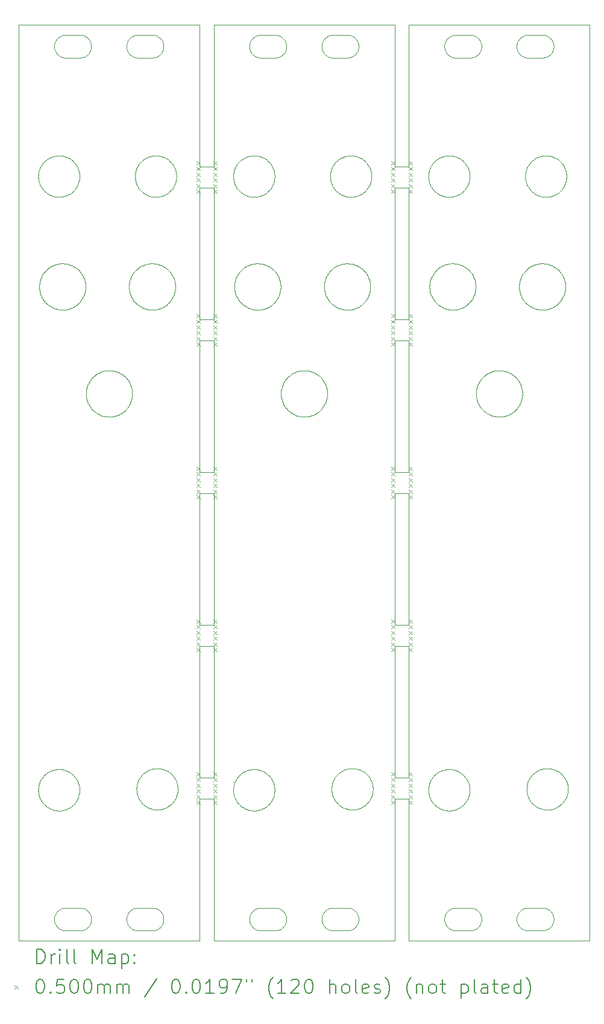
<source format=gbr>
%TF.GenerationSoftware,KiCad,Pcbnew,8.0.4-8.0.4-0~ubuntu22.04.1*%
%TF.CreationDate,2024-07-28T23:22:11+02:00*%
%TF.ProjectId,FrontPanel_panel,46726f6e-7450-4616-9e65-6c5f70616e65,0.1*%
%TF.SameCoordinates,Original*%
%TF.FileFunction,Drillmap*%
%TF.FilePolarity,Positive*%
%FSLAX45Y45*%
G04 Gerber Fmt 4.5, Leading zero omitted, Abs format (unit mm)*
G04 Created by KiCad (PCBNEW 8.0.4-8.0.4-0~ubuntu22.04.1) date 2024-07-28 23:22:11*
%MOMM*%
%LPD*%
G01*
G04 APERTURE LIST*
%ADD10C,0.100000*%
%ADD11C,0.200000*%
G04 APERTURE END LIST*
D10*
X16925277Y-2455351D02*
X16917850Y-2452436D01*
X13946377Y-12521758D02*
X13957069Y-12512194D01*
X18520227Y-12582307D02*
X18526724Y-12595098D01*
X14735911Y-7479317D02*
X14721001Y-7473302D01*
X16914914Y-5350621D02*
X16930980Y-5350025D01*
X11748311Y-5814976D02*
X11741030Y-5829311D01*
X11134736Y-12838215D02*
X11129866Y-12824720D01*
X12389907Y-2205242D02*
X12395035Y-2199130D01*
X17273021Y-7103241D02*
X17276958Y-7087653D01*
X11190192Y-5486581D02*
X11199834Y-5473716D01*
X11660227Y-4265193D02*
X11653105Y-4277646D01*
X14479481Y-2149948D02*
X14487161Y-2152108D01*
X15152154Y-14667567D02*
X15146172Y-14662288D01*
X18257150Y-14397564D02*
X18264421Y-14400845D01*
X16614736Y-12627908D02*
X16620266Y-12614671D01*
X11345980Y-14588334D02*
X11344011Y-14580603D01*
X18037163Y-5959100D02*
X18023307Y-5950946D01*
X15486703Y-14388172D02*
X15494481Y-14389948D01*
X16834159Y-2239194D02*
X16837621Y-2232006D01*
X14434540Y-5894649D02*
X14423384Y-5906226D01*
X17180000Y-14705000D02*
X16980000Y-14705000D01*
X15779602Y-5658927D02*
X15780000Y-5675000D01*
X15359807Y-12481648D02*
X15371797Y-12473771D01*
X14190980Y-5999975D02*
X14174914Y-5999379D01*
X13046172Y-4056492D02*
X13049340Y-4070484D01*
X12984387Y-5493188D02*
X12993049Y-5506733D01*
X14029893Y-12466884D02*
X14043197Y-12461517D01*
X14627405Y-7411805D02*
X14615966Y-7400507D01*
X15462975Y-14704801D02*
X15455000Y-14705000D01*
X12647166Y-5357158D02*
X12662968Y-5354192D01*
X14101436Y-2225000D02*
X14105596Y-2218193D01*
X11340911Y-5979317D02*
X11326001Y-5973302D01*
X18314965Y-2410870D02*
X18309539Y-2416718D01*
X17974736Y-4232653D02*
X17969866Y-4219159D01*
X15217215Y-4163277D02*
X15215798Y-4149001D01*
X17522167Y-7492842D02*
X17506531Y-7489099D01*
X18116870Y-3867341D02*
X18129893Y-3861323D01*
X13580000Y-12858333D02*
X13580000Y-14850000D01*
X13580000Y-8275000D02*
X13480100Y-8275000D01*
X12722975Y-14385199D02*
X12730931Y-14385795D01*
X17152581Y-12621255D02*
X17157782Y-12634625D01*
X15715066Y-5480089D02*
X15724387Y-5493188D01*
X16686377Y-3916197D02*
X16697069Y-3906633D01*
X16610894Y-5650904D02*
X16612483Y-5634905D01*
X11500055Y-3853521D02*
X11513488Y-3858557D01*
X11115089Y-4120327D02*
X11115798Y-4105999D01*
X18427410Y-4352948D02*
X18416038Y-4361693D01*
X16821242Y-14525105D02*
X16822431Y-14517216D01*
X13042317Y-4042674D02*
X13046172Y-4056492D01*
X12769723Y-2154649D02*
X12777149Y-2157564D01*
X17146724Y-4252402D02*
X17140227Y-4265193D01*
X15041680Y-6912543D02*
X15054425Y-6922343D01*
X17806670Y-6932762D02*
X17818384Y-6943773D01*
X11500000Y-14385000D02*
X11700000Y-14385000D01*
X17856436Y-2225000D02*
X17860596Y-2218193D01*
X11689340Y-12790077D02*
X11686172Y-12804069D01*
X13380000Y-6433333D02*
X13479900Y-6433333D01*
X11842379Y-14617994D02*
X11838564Y-14625000D01*
X18210931Y-14385795D02*
X18218847Y-14386787D01*
X14463847Y-2146787D02*
X14471703Y-2148172D01*
X13878021Y-5746759D02*
X13874860Y-5730996D01*
X12459834Y-5473716D02*
X12470101Y-5461343D01*
X15171570Y-14408473D02*
X15178479Y-14404484D01*
X13892118Y-5557156D02*
X13898316Y-5542321D01*
X15584910Y-14638399D02*
X15580093Y-14644758D01*
X14207056Y-5350224D02*
X14223103Y-5351217D01*
X14253488Y-4396443D02*
X14240055Y-4401479D01*
X14253488Y-12464118D02*
X14266655Y-12469812D01*
X18485376Y-3965268D02*
X18493105Y-3977354D01*
X12811609Y-14417459D02*
X12817846Y-14422433D01*
X17318564Y-2225000D02*
X17322379Y-2232006D01*
X15786724Y-12595098D02*
X15792581Y-12608194D01*
X18553582Y-12691352D02*
X18554645Y-12705658D01*
X15561527Y-5982045D02*
X15546212Y-5986938D01*
X12390894Y-5699096D02*
X12390099Y-5683039D01*
X16877154Y-14422433D02*
X16883391Y-14417459D01*
X17975798Y-12698499D02*
X17977215Y-12684223D01*
X11783430Y-2441527D02*
X11776521Y-2445515D01*
X15748311Y-5814976D02*
X15741030Y-5829311D01*
X17794425Y-7427657D02*
X17781680Y-7437457D01*
X17299965Y-14439130D02*
X17305093Y-14445242D01*
X14080050Y-2308989D02*
X14080050Y-2301011D01*
X18195000Y-2465000D02*
X17995000Y-2465000D01*
X16640684Y-12576824D02*
X16648710Y-12564933D01*
X17334834Y-6973715D02*
X17345101Y-6961343D01*
X11829910Y-14638399D02*
X11825093Y-14644758D01*
X17840980Y-14501665D02*
X17843332Y-14494042D01*
X18195000Y-14385000D02*
X18202975Y-14385199D01*
X18297846Y-14667567D02*
X18291609Y-14672541D01*
X11762149Y-2157564D02*
X11769421Y-2160845D01*
X12385090Y-14638399D02*
X12380596Y-14631807D01*
X17334020Y-2261666D02*
X17335988Y-2269397D01*
X13049340Y-4070484D02*
X13051812Y-4084615D01*
X14137154Y-2182433D02*
X14143391Y-2177459D01*
X17850066Y-6980088D02*
X17859387Y-6993188D01*
X12853564Y-2225000D02*
X12857379Y-2232006D01*
X18223103Y-5351217D02*
X18239081Y-5353003D01*
X16595089Y-12740234D02*
X16595089Y-12725888D01*
X15277314Y-4307108D02*
X15268710Y-4295628D01*
X18143197Y-4399044D02*
X18129893Y-4393677D01*
X16980000Y-14385000D02*
X17180000Y-14385000D01*
X11132483Y-5634905D02*
X11134860Y-5619004D01*
X12576170Y-12518778D02*
X12586377Y-12508697D01*
X15672066Y-12470057D02*
X15684246Y-12477635D01*
X14925674Y-6858933D02*
X14941212Y-6863062D01*
X15436751Y-12443754D02*
X15450520Y-12439727D01*
X14574404Y-2391807D02*
X14569910Y-2398399D01*
X11859950Y-2301011D02*
X11859950Y-2308989D01*
X11776521Y-14404484D02*
X11783430Y-14408473D01*
X16881413Y-12443083D02*
X16895758Y-12443261D01*
X17151670Y-5917238D02*
X17139425Y-5927657D01*
X15260684Y-4283737D02*
X15253257Y-4271463D01*
X11401413Y-12443083D02*
X11415758Y-12443261D01*
X15396870Y-12459841D02*
X15409893Y-12453823D01*
X17318564Y-14465000D02*
X17322379Y-14472006D01*
X15138021Y-5603241D02*
X15141958Y-5587653D01*
X11365596Y-14631807D02*
X11361436Y-14625000D01*
X15215519Y-14389948D02*
X15223297Y-14388172D01*
X12781413Y-13009978D02*
X12767077Y-13009446D01*
X18379525Y-3870590D02*
X18392066Y-3877557D01*
X12777149Y-2452436D02*
X12769723Y-2455351D01*
X12494736Y-4022346D02*
X12500267Y-4009110D01*
X17242150Y-2452436D02*
X17234723Y-2455351D01*
X15462975Y-2464801D02*
X15455000Y-2465000D01*
X15605761Y-5387083D02*
X15619815Y-5394891D01*
X13968222Y-3897610D02*
X13979807Y-3889148D01*
X11416570Y-14681526D02*
X11409869Y-14677198D01*
X11576037Y-12967254D02*
X11564246Y-12975426D01*
X17316198Y-7350093D02*
X17307874Y-7336338D01*
X14605101Y-6961343D02*
X14615966Y-6949493D01*
X14163479Y-2445515D02*
X14156570Y-2441527D01*
X15776427Y-5626940D02*
X15778410Y-5642894D01*
X14598758Y-14525105D02*
X14599553Y-14533043D01*
X13872483Y-5715095D02*
X13870894Y-5699096D01*
X16676170Y-3926278D02*
X16686377Y-3916197D01*
X15225670Y-4205441D02*
X15222157Y-4191531D01*
X14519602Y-5658927D02*
X14520000Y-5675000D01*
X17265099Y-7183039D02*
X17265099Y-7166961D01*
X13936170Y-4328721D02*
X13926474Y-4318148D01*
X17911570Y-2168473D02*
X17918479Y-2164485D01*
X13480100Y-12858333D02*
X13580000Y-12858333D01*
X13008311Y-5535023D02*
X13014875Y-5549700D01*
X17965670Y-4205441D02*
X17962157Y-4191531D01*
X12418391Y-14417459D02*
X12424869Y-14412802D01*
X12624161Y-4381004D02*
X12611797Y-4373729D01*
X18149893Y-12453823D02*
X18163197Y-12448456D01*
X15509723Y-14695351D02*
X15502161Y-14697892D01*
X13917313Y-12912669D02*
X13908710Y-12901189D01*
X17288828Y-14662288D02*
X17282846Y-14667567D01*
X17932850Y-14692436D02*
X17925579Y-14689155D01*
X16860035Y-2199130D02*
X16865461Y-2193282D01*
X13066172Y-12791008D02*
X13062317Y-12804826D01*
X16925277Y-14394649D02*
X16932839Y-14392108D01*
X16825980Y-2348334D02*
X16824012Y-2340603D01*
X12385090Y-2398399D02*
X12380596Y-2391807D01*
X11539525Y-3870590D02*
X11552066Y-3877557D01*
X17173582Y-4098852D02*
X17174645Y-4113158D01*
X17339553Y-14556957D02*
X17338758Y-14564895D01*
X17032066Y-4377443D02*
X17019525Y-4384410D01*
X18077070Y-12499133D02*
X18088222Y-12490110D01*
X16822431Y-2277216D02*
X16824012Y-2269397D01*
X14240055Y-12459082D02*
X14253488Y-12464118D01*
X12475519Y-14389948D02*
X12483297Y-14388172D01*
X13908710Y-3959372D02*
X13917314Y-3947892D01*
X11391172Y-2187712D02*
X11397154Y-2182433D01*
X18352569Y-2277216D02*
X18353758Y-2285105D01*
X14986338Y-7470020D02*
X14971581Y-7476402D01*
X14455931Y-14385795D02*
X14463847Y-14386787D01*
X18320093Y-14445242D02*
X18324910Y-14451601D01*
X14473049Y-5843267D02*
X14464387Y-5856812D01*
X11380035Y-2410870D02*
X11374907Y-2404758D01*
X15486703Y-2461828D02*
X15478847Y-2463213D01*
X11134860Y-5619004D02*
X11138021Y-5603241D01*
X11911887Y-6917364D02*
X11924870Y-6907882D01*
X16219900Y-10716667D02*
X16220100Y-10716667D01*
X11297163Y-5390900D02*
X11311406Y-5383442D01*
X11354159Y-2239194D02*
X11357620Y-2232006D01*
X15563828Y-14427712D02*
X15569539Y-14433282D01*
X11628174Y-12918245D02*
X11618743Y-12929056D01*
X18290077Y-12431086D02*
X18304334Y-12432680D01*
X12169951Y-6855577D02*
X12185674Y-6858933D01*
X11677782Y-4029063D02*
X11682317Y-4042674D01*
X17085761Y-5962917D02*
X17071338Y-5970020D01*
X12357431Y-2332784D02*
X12356242Y-2324895D01*
X17852621Y-14472006D02*
X17856436Y-14465000D01*
X18531812Y-4084615D02*
X18533582Y-4098852D01*
X17950101Y-5888657D02*
X17939834Y-5876284D01*
X17900786Y-7270063D02*
X17895704Y-7285317D01*
X12694914Y-5999379D02*
X12678897Y-5997988D01*
X13979807Y-3889148D02*
X13991797Y-3881271D01*
X15715066Y-5869911D02*
X15705109Y-5882534D01*
X17171812Y-4170384D02*
X17169340Y-4184516D01*
X15708789Y-4333825D02*
X15698336Y-4343651D01*
X12424869Y-2437198D02*
X12418391Y-2432541D01*
X17187975Y-2464801D02*
X17180000Y-2465000D01*
X15633466Y-5403385D02*
X15646680Y-5412543D01*
X14560241Y-7322189D02*
X14553316Y-7307679D01*
X14385376Y-12895293D02*
X14377059Y-12906982D01*
X18304334Y-13007320D02*
X18290077Y-13008914D01*
X11707975Y-14385199D02*
X11715931Y-14385795D01*
X14208297Y-2461828D02*
X14200519Y-2460052D01*
X14232025Y-2145199D02*
X14240000Y-2145000D01*
X12586377Y-12931303D02*
X12576170Y-12921221D01*
X17681212Y-6863062D02*
X17696527Y-6867954D01*
X17133105Y-4277646D02*
X17125376Y-4289732D01*
X14412581Y-4239306D02*
X14406724Y-4252402D01*
X14447975Y-2464801D02*
X14440000Y-2465000D01*
X15141958Y-5762347D02*
X15138021Y-5746759D01*
X17989866Y-12811659D02*
X17985670Y-12797941D01*
X11403391Y-14417459D02*
X11409869Y-14412802D01*
X18326390Y-3849155D02*
X18340055Y-3853521D01*
X12588222Y-3897610D02*
X12599807Y-3889148D01*
X13892118Y-5792844D02*
X13886660Y-5777721D01*
X14112785Y-12444856D02*
X14127077Y-12443615D01*
X12431570Y-14681526D02*
X12424869Y-14677198D01*
X16697069Y-12512194D02*
X16708222Y-12503171D01*
X15109159Y-14610806D02*
X15106060Y-14603454D01*
X14080447Y-14556957D02*
X14080050Y-14548989D01*
X17911427Y-7126940D02*
X17913410Y-7142894D01*
X12944246Y-12477635D02*
X12956037Y-12485807D01*
X18028710Y-12888128D02*
X18020685Y-12876237D01*
X16661198Y-5850093D02*
X16652874Y-5836338D01*
X16719807Y-12494710D02*
X16731797Y-12486832D01*
X14037163Y-5390900D02*
X14051406Y-5383442D01*
X14909951Y-6855577D02*
X14925674Y-6858933D01*
X17339553Y-2293043D02*
X17339950Y-2301011D01*
X11210101Y-5888657D02*
X11199834Y-5876284D01*
X17852621Y-14617994D02*
X17849159Y-14610806D01*
X14578564Y-2225000D02*
X14582379Y-2232006D01*
X12370066Y-7369911D02*
X12360109Y-7382534D01*
X16854907Y-14644758D02*
X16850090Y-14638399D01*
X15597379Y-2232006D02*
X15600841Y-2239194D01*
X11289893Y-12999238D02*
X11276870Y-12993220D01*
X12434602Y-7191072D02*
X12433410Y-7207105D01*
X13480100Y-10716667D02*
X13580000Y-10716667D01*
X17195931Y-14704205D02*
X17187975Y-14704801D01*
X11691812Y-4084615D02*
X11693581Y-4098852D01*
X17985670Y-12642059D02*
X17989866Y-12628341D01*
X17918479Y-2164485D02*
X17925579Y-2160845D01*
X14185277Y-14695351D02*
X14177850Y-14692436D01*
X14112785Y-4415705D02*
X14098571Y-4413759D01*
X16867167Y-5357158D02*
X16882968Y-5354192D01*
X12767077Y-13009446D02*
X12752785Y-13008205D01*
X11801660Y-7072278D02*
X11807118Y-7057156D01*
X16690101Y-5461343D02*
X16700966Y-5449493D01*
X14520000Y-5675000D02*
X14519602Y-5691072D01*
X11415758Y-12443261D02*
X11430076Y-12444147D01*
X14813897Y-7497988D02*
X14797968Y-7495808D01*
X15387166Y-5992842D02*
X15371531Y-5989099D01*
X15773105Y-12870146D02*
X15765376Y-12882232D01*
X12840093Y-2404758D02*
X12834965Y-2410870D01*
X15255000Y-14385000D02*
X15455000Y-14385000D01*
X15260684Y-3971263D02*
X15268710Y-3959372D01*
X16320000Y-10716667D02*
X16320000Y-12558333D01*
X11691812Y-4170384D02*
X11689340Y-4184516D01*
X11311406Y-5383442D02*
X11326001Y-5376698D01*
X16980055Y-3853521D02*
X16993488Y-3858557D01*
X17585980Y-6850025D02*
X17602056Y-6850224D01*
X11344011Y-14509397D02*
X11345980Y-14501665D01*
X14530131Y-2437198D02*
X14523430Y-2441527D01*
X15337069Y-12499133D02*
X15348222Y-12490110D01*
X13380000Y-8275000D02*
X13380000Y-6433333D01*
X18399525Y-12463090D02*
X18412066Y-12470057D01*
X18318495Y-13005023D02*
X18304334Y-13007320D01*
X12694914Y-5350621D02*
X12710980Y-5350025D01*
X11700000Y-2465000D02*
X11500000Y-2465000D01*
X18020685Y-12563763D02*
X18028710Y-12551872D01*
X17868049Y-7343267D02*
X17859387Y-7356812D01*
X16877154Y-2427567D02*
X16871172Y-2422288D01*
X16666474Y-12542413D02*
X16676170Y-12531840D01*
X11790131Y-2172802D02*
X11796609Y-2177459D01*
X15586389Y-4405845D02*
X15572525Y-4409529D01*
X18111797Y-12473771D02*
X18124161Y-12466496D01*
X11476153Y-2463213D02*
X11468297Y-2461828D01*
X11819965Y-14439130D02*
X11825093Y-14445242D01*
X18517782Y-4029063D02*
X18522317Y-4042674D01*
X11316750Y-12456815D02*
X11330520Y-12452788D01*
X18304334Y-12432680D02*
X18318495Y-12434977D01*
X15444472Y-4411113D02*
X15430520Y-4407773D01*
X12432874Y-5836338D02*
X12425241Y-5822189D01*
X15478571Y-13006259D02*
X15464472Y-13003613D01*
X12513257Y-3983537D02*
X12520684Y-3971263D01*
X14565093Y-2404758D02*
X14559965Y-2410870D01*
X17446406Y-6883442D02*
X17461001Y-6876698D01*
X12644161Y-12973504D02*
X12631797Y-12966229D01*
X18416038Y-3893307D02*
X18427410Y-3902052D01*
X15569539Y-14433282D02*
X15574965Y-14439130D01*
X15066670Y-7417238D02*
X15054425Y-7427657D01*
X16605670Y-4049559D02*
X16609866Y-4035841D01*
X17886172Y-2422288D02*
X17880461Y-2416718D01*
X17166172Y-4198508D02*
X17162317Y-4212326D01*
X15557846Y-2427567D02*
X15551609Y-2432541D01*
X12540684Y-12563763D02*
X12548710Y-12551872D01*
X15158391Y-14417459D02*
X15164869Y-14412802D01*
X14127166Y-5992842D02*
X14111531Y-5989099D01*
X14084011Y-14580603D02*
X14082431Y-14572784D01*
X17163384Y-5443774D02*
X17174540Y-5455351D01*
X11165241Y-5527811D02*
X11172874Y-5513662D01*
X12954540Y-5455351D02*
X12965109Y-5467466D01*
X15128049Y-7006733D02*
X15136030Y-7020689D01*
X18204472Y-13003613D02*
X18190520Y-13000273D01*
X17875035Y-2199130D02*
X17880461Y-2193282D01*
X13580000Y-4291667D02*
X13580000Y-6133333D01*
X17322379Y-14617994D02*
X17318564Y-14625000D01*
X17126680Y-5937457D02*
X17113466Y-5946615D01*
X15311406Y-5383442D02*
X15326001Y-5376698D01*
X14494875Y-5549700D02*
X14500704Y-5564683D01*
X12366060Y-2246545D02*
X12369159Y-2239194D01*
X15164869Y-2437198D02*
X15158391Y-2432541D01*
X12363332Y-2254042D02*
X12366060Y-2246545D01*
X12406172Y-2422288D02*
X12400461Y-2416718D01*
X13921198Y-5850093D02*
X13912874Y-5836338D01*
X18218572Y-13006259D02*
X18204472Y-13003613D01*
X13017059Y-12893921D02*
X13008174Y-12905184D01*
X17977215Y-12684223D02*
X17979337Y-12670034D01*
X15155704Y-7285317D02*
X15149875Y-7300300D01*
X15684246Y-12962364D02*
X15672066Y-12969943D01*
X18324910Y-14638399D02*
X18320093Y-14644758D01*
X16867077Y-12443615D02*
X16881413Y-12443083D01*
X14156570Y-14681526D02*
X14149869Y-14677198D01*
X13859337Y-12783027D02*
X13857215Y-12768838D01*
X15237215Y-12684223D02*
X15239337Y-12670034D01*
X12355447Y-14533043D02*
X12356242Y-14525105D01*
X14692163Y-6890900D02*
X14706406Y-6883442D01*
X18513105Y-12870146D02*
X18505376Y-12882232D01*
X14111531Y-5360901D02*
X14127166Y-5357158D01*
X15306377Y-4338803D02*
X15296170Y-4328721D01*
X15609020Y-14501665D02*
X15610988Y-14509397D01*
X17846060Y-2246545D02*
X17849159Y-2239194D01*
X11115089Y-12740234D02*
X11115089Y-12725888D01*
X12844910Y-14451601D02*
X12849404Y-14458192D01*
X11130099Y-5683039D02*
X11130099Y-5666961D01*
X11403391Y-14672541D02*
X11397154Y-14667567D01*
X12678897Y-5997988D02*
X12662968Y-5995808D01*
X16633257Y-12877024D02*
X16626445Y-12864399D01*
X18329404Y-2391807D02*
X18324910Y-2398399D01*
X11342431Y-14517216D02*
X11344011Y-14509397D01*
X15356100Y-5984586D02*
X15340911Y-5979317D01*
X17754815Y-6894891D02*
X17768466Y-6903385D01*
X15773657Y-5611103D02*
X15776427Y-5626940D01*
X16614736Y-12838215D02*
X16609866Y-12824720D01*
X14070520Y-3847227D02*
X14084472Y-3843887D01*
X15078384Y-6943773D02*
X15089540Y-6955351D01*
X14131172Y-14427712D02*
X14137154Y-14422433D01*
X14516427Y-5626940D02*
X14518410Y-5642894D01*
X12406660Y-5572278D02*
X12412118Y-5557156D01*
X17982157Y-12655968D02*
X17985670Y-12642059D01*
X15760227Y-3989807D02*
X15766724Y-4002598D01*
X16614860Y-5619004D02*
X16618021Y-5603241D01*
X17379388Y-6927477D02*
X17391887Y-6917364D01*
X11374907Y-14445242D02*
X11380035Y-14439130D01*
X16810520Y-13013334D02*
X16796751Y-13009307D01*
X15574965Y-2199130D02*
X15580093Y-2205242D01*
X17309910Y-2398399D02*
X17305093Y-2404758D01*
X17950101Y-5461343D02*
X17960966Y-5449493D01*
X15146172Y-2187712D02*
X15152154Y-2182433D01*
X12406660Y-5777721D02*
X12401958Y-5762347D01*
X12810077Y-13008914D02*
X12795758Y-13009800D01*
X12185674Y-6858933D02*
X12201212Y-6863062D01*
X12526445Y-12588662D02*
X12533257Y-12576037D01*
X11452839Y-2457892D02*
X11445277Y-2455351D01*
X17355966Y-7400507D02*
X17345101Y-7388657D01*
X18447410Y-12494552D02*
X18458336Y-12503849D01*
X14094159Y-2239194D02*
X14097620Y-2232006D01*
X12649893Y-3861323D02*
X12663197Y-3855956D01*
X11825093Y-14644758D02*
X11819965Y-14650870D01*
X12385090Y-2211601D02*
X12389907Y-2205242D01*
X15371531Y-5989099D02*
X15356100Y-5984586D01*
X11458495Y-3842477D02*
X11472525Y-3845471D01*
X16806001Y-5973302D02*
X16791406Y-5966558D01*
X11760704Y-5785317D02*
X11754875Y-5800300D01*
X12441198Y-5850093D02*
X12432874Y-5836338D01*
X13479900Y-8275000D02*
X13380000Y-8275000D01*
X14088332Y-2355958D02*
X14085980Y-2348334D01*
X11117215Y-12768838D02*
X11115798Y-12754562D01*
X15593564Y-2385000D02*
X15589404Y-2391807D01*
X11115798Y-12711560D02*
X11117215Y-12697284D01*
X15728789Y-12513675D02*
X15738743Y-12524005D01*
X17287118Y-7292844D02*
X17281660Y-7277721D01*
X16860035Y-2410870D02*
X16854907Y-2404758D01*
X18532581Y-12608194D02*
X18537782Y-12621563D01*
X17740761Y-7462917D02*
X17726338Y-7470020D01*
X17979069Y-14704205D02*
X17971153Y-14703213D01*
X15786724Y-12844902D02*
X15780227Y-12857692D01*
X15210101Y-5888657D02*
X15199834Y-5876284D01*
X11694540Y-5455351D02*
X11705109Y-5467466D01*
X12631797Y-12473771D02*
X12644161Y-12466496D01*
X11845841Y-14610806D02*
X11842379Y-14617994D01*
X12380596Y-14458192D02*
X12385090Y-14451601D01*
X15499081Y-5996997D02*
X15483103Y-5998783D01*
X17152581Y-12844867D02*
X17146724Y-12857963D01*
X14270674Y-5991067D02*
X14254951Y-5994423D01*
X15569539Y-2416718D02*
X15563828Y-2422288D01*
X15659525Y-12463090D02*
X15672066Y-12470057D01*
X17962157Y-4063468D02*
X17965670Y-4049559D01*
X17768466Y-7446615D02*
X17754815Y-7455109D01*
X18349020Y-2348334D02*
X18346668Y-2355958D01*
X17256427Y-5626940D02*
X17258410Y-5642894D01*
X16821242Y-14564895D02*
X16820447Y-14556957D01*
X16972025Y-14704801D02*
X16964069Y-14704205D01*
X15215519Y-14700052D02*
X15207839Y-14697892D01*
X18278430Y-14408473D02*
X18285131Y-14412802D01*
X16605670Y-4205441D02*
X16602157Y-4191531D01*
X12543307Y-5399054D02*
X12557163Y-5390900D01*
X12412118Y-5792844D02*
X12406660Y-5777721D01*
X16980000Y-14705000D02*
X16972025Y-14704801D01*
X14232025Y-14704801D02*
X14224069Y-14704205D01*
X17849159Y-2239194D02*
X17852621Y-2232006D01*
X15544334Y-4414820D02*
X15530077Y-4416414D01*
X12485670Y-4205441D02*
X12482157Y-4191531D01*
X11808828Y-14662288D02*
X11802846Y-14667567D01*
X17276958Y-7262347D02*
X17273021Y-7246759D01*
X18099807Y-12481648D02*
X18111797Y-12473771D01*
X11239807Y-4365851D02*
X11228222Y-4357390D01*
X15152118Y-5792844D02*
X15146660Y-5777721D01*
X15106060Y-14486545D02*
X15109159Y-14479194D01*
X12866668Y-14595958D02*
X12863940Y-14603454D01*
X15100109Y-6967466D02*
X15110066Y-6980088D01*
X14240000Y-2465000D02*
X14232025Y-2464801D01*
X18326390Y-4405845D02*
X18312525Y-4409529D01*
X13480100Y-8575000D02*
X13580000Y-8575000D01*
X17904869Y-2437198D02*
X17898391Y-2432541D01*
X16640684Y-4283737D02*
X16633257Y-4271463D01*
X18270077Y-3838586D02*
X18284334Y-3840180D01*
X12434602Y-7158927D02*
X12435000Y-7175000D01*
X16220100Y-6433333D02*
X16320000Y-6433333D01*
X16120000Y-10716667D02*
X16219900Y-10716667D01*
X17234723Y-2154649D02*
X17242150Y-2157564D01*
X12566377Y-4338803D02*
X12556170Y-4328721D01*
X17140227Y-4265193D02*
X17133105Y-4277646D01*
X17249421Y-14400845D02*
X17256521Y-14404484D01*
X15165241Y-5822189D02*
X15158316Y-5807679D01*
X15748174Y-12534816D02*
X15757059Y-12546079D01*
X16602157Y-4063468D02*
X16605670Y-4049559D01*
X13874736Y-12838215D02*
X13869866Y-12824720D01*
X15210101Y-5461343D02*
X15220966Y-5449493D01*
X17175000Y-12733061D02*
X17174645Y-12747403D01*
X11787483Y-7134905D02*
X11789860Y-7119004D01*
X15592525Y-13002029D02*
X15578495Y-13005023D01*
X16837621Y-14472006D02*
X16841436Y-14465000D01*
X11747161Y-2457892D02*
X11739481Y-2460052D01*
X17287118Y-7057156D02*
X17293316Y-7042321D01*
X18261413Y-13009978D02*
X18247077Y-13009446D01*
X18518410Y-5642894D02*
X18519602Y-5658927D01*
X11283307Y-5399054D02*
X11297163Y-5390900D01*
X16219900Y-8575000D02*
X16220100Y-8575000D01*
X12998743Y-12524005D02*
X13008174Y-12534816D01*
X16626660Y-5572278D02*
X16632118Y-5557156D01*
X12406172Y-14662288D02*
X12400461Y-14656718D01*
X11854834Y-6973715D02*
X11865101Y-6961343D01*
X14455931Y-2145795D02*
X14463847Y-2146787D01*
X14518410Y-5642894D02*
X14519602Y-5658927D01*
X15591338Y-5379980D02*
X15605761Y-5387083D01*
X14163479Y-14685515D02*
X14156570Y-14681526D01*
X16320000Y-4291667D02*
X16320000Y-6133333D01*
X12600911Y-5370683D02*
X12616100Y-5365414D01*
X18116870Y-4387659D02*
X18104161Y-4381004D01*
X17325841Y-2239194D02*
X17328940Y-2246545D01*
X12761413Y-3837522D02*
X12775758Y-3837700D01*
X18513105Y-12569854D02*
X18520227Y-12582307D01*
X12873758Y-2324895D02*
X12872569Y-2332784D01*
X18096100Y-5984586D02*
X18080911Y-5979317D01*
X12954540Y-5894649D02*
X12943384Y-5906226D01*
X11409869Y-2172802D02*
X11416570Y-2168473D01*
X12947410Y-3902052D02*
X12958336Y-3911349D01*
X14542846Y-14667567D02*
X14536609Y-14672541D01*
X13071812Y-12762884D02*
X13069340Y-12777016D01*
X15760227Y-4265193D02*
X15753105Y-4277646D01*
X12978336Y-12503849D02*
X12988789Y-12513675D01*
X15502161Y-14697892D02*
X15494481Y-14700052D01*
X14560241Y-7027811D02*
X14567874Y-7013662D01*
X14358743Y-12537066D02*
X14368174Y-12547877D01*
X15524421Y-14400845D02*
X15531521Y-14404484D01*
X11341242Y-14564895D02*
X11340447Y-14556957D01*
X14479481Y-2460052D02*
X14471703Y-2461828D01*
X15028466Y-7446615D02*
X15014815Y-7455109D01*
X18535000Y-4127500D02*
X18534645Y-4141841D01*
X12400461Y-14656718D02*
X12395035Y-14650870D01*
X12520684Y-3971263D02*
X12528710Y-3959372D01*
X17019525Y-3870590D02*
X17032066Y-3877557D01*
X14088332Y-14595958D02*
X14085980Y-14588334D01*
X14051406Y-5383442D02*
X14066001Y-5376698D01*
X17006655Y-12469812D02*
X17019525Y-12476151D01*
X11437850Y-14397564D02*
X11445277Y-14394649D01*
X15494481Y-2149948D02*
X15502161Y-2152108D01*
X12548710Y-12551872D02*
X12557314Y-12540392D01*
X14226389Y-3849155D02*
X14240055Y-3853521D01*
X17913410Y-7142894D02*
X17914602Y-7158927D01*
X12975066Y-5480089D02*
X12984387Y-5493188D01*
X15246445Y-3996162D02*
X15253257Y-3983537D01*
X12424869Y-2172802D02*
X12431570Y-2168473D01*
X11754875Y-5549700D02*
X11760704Y-5564683D01*
X15225670Y-4049559D02*
X15229866Y-4035841D01*
X16626445Y-12601724D02*
X16633257Y-12589098D01*
X11153257Y-4271463D02*
X11146445Y-4258838D01*
X15507077Y-13009446D02*
X15492785Y-13008205D01*
X14081242Y-2324895D02*
X14080447Y-2316957D01*
X13886445Y-12601724D02*
X13893257Y-12589098D01*
X11773657Y-5611103D02*
X11776427Y-5626940D01*
X14706406Y-7466558D02*
X14692163Y-7459100D01*
X11251797Y-3881271D02*
X11264161Y-3873996D01*
X15178479Y-2164485D02*
X15185579Y-2160845D01*
X14316581Y-5373598D02*
X14331338Y-5379980D01*
X17905241Y-5822189D02*
X17898316Y-5807679D01*
X17993257Y-4271463D02*
X17986445Y-4258838D01*
X15530077Y-4416414D02*
X15515758Y-4417300D01*
X15531521Y-14685515D02*
X15524421Y-14689155D01*
X15095050Y-2308989D02*
X15095050Y-2301011D01*
X11264161Y-12479557D02*
X11276870Y-12472902D01*
X11499081Y-5353003D02*
X11514951Y-5355577D01*
X18553582Y-12748648D02*
X18551812Y-12762884D01*
X15545131Y-2437198D02*
X15538430Y-2441527D01*
X12790077Y-4416414D02*
X12775758Y-4417300D01*
X15646655Y-12456751D02*
X15659525Y-12463090D01*
X17169340Y-4184516D02*
X17166172Y-4198508D01*
X15260267Y-12601610D02*
X15266445Y-12588662D01*
X11819965Y-14650870D02*
X11814539Y-14656718D01*
X16120000Y-8575000D02*
X16219900Y-8575000D01*
X11430076Y-12444147D02*
X11444334Y-12445741D01*
X12369159Y-2239194D02*
X12372620Y-2232006D01*
X11694645Y-12718720D02*
X11695000Y-12733061D01*
X14426172Y-4056492D02*
X14429340Y-4070484D01*
X12520267Y-12838390D02*
X12514736Y-12825153D01*
X15620055Y-12446021D02*
X15633488Y-12451057D01*
X18533582Y-4156148D02*
X18531812Y-4170384D01*
X11808828Y-14427712D02*
X11814539Y-14433282D01*
X11472525Y-3845471D02*
X11486389Y-3849155D01*
X16938495Y-13018084D02*
X16924334Y-13020381D01*
X13037782Y-4225936D02*
X13032581Y-4239306D01*
X17187975Y-14704801D02*
X17180000Y-14705000D01*
X11500000Y-2145000D02*
X11700000Y-2145000D01*
X15733049Y-5843267D02*
X15724387Y-5856812D01*
X12495089Y-12712827D02*
X12495798Y-12698499D01*
X12715000Y-2465000D02*
X12515000Y-2465000D01*
X12395035Y-2199130D02*
X12400461Y-2193282D01*
X12372620Y-14472006D02*
X12376436Y-14465000D01*
X18017314Y-4307108D02*
X18008710Y-4295628D01*
X14597569Y-14517216D02*
X14598758Y-14525105D01*
X16599337Y-4077534D02*
X16602157Y-4063468D01*
X18264421Y-2449155D02*
X18257150Y-2452436D01*
X13855089Y-12740234D02*
X13855089Y-12725888D01*
X14766531Y-7489099D02*
X14751100Y-7484586D01*
X12360980Y-14501665D02*
X12363332Y-14494042D01*
X14565093Y-14445242D02*
X14569910Y-14451601D01*
X18526724Y-12844902D02*
X18520227Y-12857692D01*
X11854020Y-2348334D02*
X11851668Y-2355958D01*
X12359011Y-14580603D02*
X12357431Y-14572784D01*
X14447975Y-14704801D02*
X14440000Y-14705000D01*
X11387166Y-5357158D02*
X11402968Y-5354192D01*
X12431427Y-7126940D02*
X12433410Y-7142894D01*
X13380000Y-4291667D02*
X13479900Y-4291667D01*
X15095447Y-2316957D02*
X15095050Y-2308989D01*
X16820911Y-5370683D02*
X16836100Y-5365414D01*
X14156570Y-2168473D02*
X14163479Y-2164485D01*
X12418316Y-5542321D02*
X12425241Y-5527811D01*
X14141413Y-4417478D02*
X14127077Y-4416946D01*
X14192839Y-14392108D02*
X14200519Y-14389948D01*
X17125376Y-12895293D02*
X17117059Y-12906982D01*
X12718571Y-4413759D02*
X12704472Y-4411113D01*
X16657313Y-12912669D02*
X16648710Y-12901189D01*
X11683384Y-5443774D02*
X11694540Y-5455351D01*
X12216527Y-6867954D02*
X12231581Y-6873598D01*
X17986445Y-3996162D02*
X17993257Y-3983537D01*
X17056037Y-12498869D02*
X17067410Y-12507614D01*
X13073581Y-12748648D02*
X13071812Y-12762884D01*
X17895704Y-7285317D02*
X17889875Y-7300300D01*
X16845596Y-2391807D02*
X16841436Y-2385000D01*
X14112785Y-3839295D02*
X14127077Y-3838054D01*
X15487077Y-3838054D02*
X15501413Y-3837522D01*
X11357620Y-14472006D02*
X11361436Y-14465000D01*
X17269860Y-7230996D02*
X17267483Y-7215095D01*
X17305093Y-2404758D02*
X17299965Y-2410870D01*
X15613488Y-3858557D02*
X15626655Y-3864251D01*
X15297163Y-5390900D02*
X15311406Y-5383442D01*
X14192839Y-2152108D02*
X14200519Y-2149948D01*
X12369159Y-14610806D02*
X12366060Y-14603454D01*
X11117215Y-4163277D02*
X11115798Y-4149001D01*
X15106060Y-14603454D02*
X15103332Y-14595958D01*
X18386656Y-12456751D02*
X18399525Y-12463090D01*
X18554645Y-12705658D02*
X18555000Y-12720000D01*
X11358571Y-13019320D02*
X11344472Y-13016674D01*
X16220100Y-12558333D02*
X16219900Y-12558333D01*
X17240704Y-5785317D02*
X17234875Y-5800300D01*
X13057782Y-12818436D02*
X13052581Y-12831806D01*
X15207839Y-2152108D02*
X15215519Y-2149948D01*
X11397154Y-14667567D02*
X11391172Y-14662288D01*
X14301527Y-5982045D02*
X14286212Y-5986938D01*
X11129866Y-4035841D02*
X11134736Y-4022346D01*
X13917313Y-12553453D02*
X13926474Y-12542413D01*
X12231581Y-7476402D02*
X12216527Y-7482045D01*
X14004161Y-12479557D02*
X14016870Y-12472902D01*
X15190192Y-5863419D02*
X15181198Y-5850093D01*
X17886172Y-14427712D02*
X17892154Y-14422433D01*
X16820447Y-14556957D02*
X16820050Y-14548989D01*
X17969866Y-4219159D02*
X17965670Y-4205441D01*
X18354553Y-2316957D02*
X18353758Y-2324895D01*
X13040227Y-12857692D02*
X13033105Y-12870146D01*
X14598758Y-2285105D02*
X14599553Y-2293043D01*
X13032581Y-4239306D02*
X13026724Y-4252402D01*
X11819965Y-2199130D02*
X11825093Y-2205242D01*
X13869866Y-4035841D02*
X13874736Y-4022346D01*
X16810520Y-12452788D02*
X16824472Y-12449448D01*
X18190980Y-5999975D02*
X18174914Y-5999379D01*
X17032066Y-12983004D02*
X17019525Y-12989971D01*
X14127077Y-13022507D02*
X14112785Y-13021266D01*
X12906655Y-12983249D02*
X12893488Y-12988943D01*
X17537968Y-6854192D02*
X17553897Y-6852011D01*
X17067410Y-3902052D02*
X17078336Y-3911349D01*
X15792581Y-12608194D02*
X15797782Y-12621563D01*
X15181198Y-5850093D02*
X15172874Y-5836338D01*
X15097431Y-2277216D02*
X15099011Y-2269397D01*
X15515758Y-4417300D02*
X15501413Y-4417478D01*
X17339553Y-2316957D02*
X17338758Y-2324895D01*
X16889869Y-14412802D02*
X16896570Y-14408473D01*
X17947839Y-2457892D02*
X17940277Y-2455351D01*
X11387077Y-4416946D02*
X11372785Y-4415705D01*
X17088789Y-3921175D02*
X17098743Y-3931505D01*
X18291609Y-14417459D02*
X18297846Y-14422433D01*
X15639525Y-4384410D02*
X15626655Y-4390749D01*
X14143391Y-2177459D02*
X14149869Y-2172802D01*
X17173581Y-12704413D02*
X17174645Y-12718720D01*
X16850090Y-2398399D02*
X16845596Y-2391807D01*
X14591668Y-2355958D02*
X14588940Y-2363455D01*
X16824012Y-14580603D02*
X16822431Y-14572784D01*
X17806670Y-7417238D02*
X17794425Y-7427657D01*
X15514951Y-5994423D02*
X15499081Y-5996997D01*
X15255000Y-2145000D02*
X15455000Y-2145000D01*
X12403311Y-7035023D02*
X12409875Y-7049700D01*
X12636870Y-3867341D02*
X12649893Y-3861323D01*
X17056581Y-5976402D02*
X17041527Y-5982045D01*
X11660227Y-12595369D02*
X11666724Y-12608159D01*
X11564246Y-4369864D02*
X11552066Y-4377443D01*
X15130894Y-5699096D02*
X15130099Y-5683039D01*
X16841436Y-2385000D02*
X16837621Y-2377994D01*
X14091060Y-14603454D02*
X14088332Y-14595958D01*
X14585841Y-14479194D02*
X14588940Y-14486545D01*
X15430520Y-4407773D02*
X15416751Y-4403746D01*
X11361436Y-2385000D02*
X11357620Y-2377994D01*
X15340911Y-5979317D02*
X15326001Y-5973302D01*
X12874553Y-2293043D02*
X12874950Y-2301011D01*
X14525099Y-7166961D02*
X14525894Y-7150904D01*
X11513488Y-3858557D02*
X11526655Y-3864251D01*
X12730931Y-14385795D02*
X12738847Y-14386787D01*
X12872569Y-2277216D02*
X12873758Y-2285105D01*
X12710520Y-13000273D02*
X12696751Y-12996246D01*
X15765786Y-5579936D02*
X15770107Y-5595422D01*
X14422317Y-12648235D02*
X14426172Y-12662053D01*
X18312525Y-4409529D02*
X18298495Y-4412523D01*
X14056750Y-12456815D02*
X14070520Y-12452788D01*
X14208297Y-2148172D02*
X14216153Y-2146787D01*
X12804334Y-4414820D02*
X12790077Y-4416414D01*
X11152118Y-5557156D02*
X11158316Y-5542321D01*
X18046474Y-12910648D02*
X18037314Y-12899608D01*
X17987025Y-14704801D02*
X17979069Y-14704205D01*
X11770107Y-5754578D02*
X11765786Y-5770063D01*
X12746703Y-2461828D02*
X12738847Y-2463213D01*
X11561527Y-5982045D02*
X11546212Y-5986938D01*
X16120000Y-4291667D02*
X16219900Y-4291667D01*
X12042166Y-7492842D02*
X12026531Y-7489099D01*
X12479337Y-4077534D02*
X12482157Y-4063468D01*
X17044246Y-12490697D02*
X17056037Y-12498869D01*
X14585841Y-2370806D02*
X14582379Y-2377994D01*
X18526724Y-12595098D02*
X18532581Y-12608194D01*
X15152154Y-2427567D02*
X15146172Y-2422288D01*
X15268710Y-3959372D02*
X15277314Y-3947892D01*
X17299965Y-14650870D02*
X17294539Y-14656718D01*
X11486389Y-13011406D02*
X11472525Y-13015090D01*
X15232405Y-5438195D02*
X15244388Y-5427477D01*
X12314425Y-6922343D02*
X12326670Y-6932762D01*
X13930192Y-5486581D02*
X13939834Y-5473716D01*
X12851338Y-5970020D02*
X12836581Y-5976402D01*
X18264421Y-14400845D02*
X18271521Y-14404484D01*
X13960966Y-5449493D02*
X13972405Y-5438195D01*
X14455931Y-14704205D02*
X14447975Y-14704801D01*
X17171812Y-4084615D02*
X17173582Y-4098852D01*
X17995000Y-14385000D02*
X18195000Y-14385000D01*
X18478743Y-12915995D02*
X18468789Y-12926325D01*
X13874860Y-5619004D02*
X13878021Y-5603241D01*
X14091060Y-14486545D02*
X14094159Y-14479194D01*
X14185277Y-2154649D02*
X14192839Y-2152108D01*
X11416570Y-14408473D02*
X11423479Y-14404484D01*
X17839012Y-14580603D02*
X17837431Y-14572784D01*
X17959337Y-4077534D02*
X17962157Y-4063468D01*
X12732785Y-3839295D02*
X12747077Y-3838054D01*
X11723847Y-2146787D02*
X11731703Y-2148172D01*
X15158391Y-2432541D02*
X15152154Y-2427567D01*
X13926474Y-12542413D02*
X13936170Y-12531840D01*
X13900684Y-3971263D02*
X13908710Y-3959372D01*
X11276870Y-12993220D02*
X11264161Y-12986565D01*
X18399425Y-5422343D02*
X18411670Y-5432762D01*
X18210931Y-2145795D02*
X18218847Y-2146787D01*
X17228311Y-5535023D02*
X17234875Y-5549700D01*
X14125461Y-14656718D02*
X14120035Y-14650870D01*
X15613758Y-2285105D02*
X15614553Y-2293043D01*
X12528710Y-3959372D02*
X12537314Y-3947892D01*
X17971153Y-2463213D02*
X17963297Y-2461828D01*
X15185579Y-2449155D02*
X15178479Y-2445515D01*
X11372785Y-12444856D02*
X11387077Y-12443615D01*
X12958336Y-3911349D02*
X12968789Y-3921175D01*
X14494723Y-14695351D02*
X14487161Y-14697892D01*
X14505786Y-5579936D02*
X14510107Y-5595422D01*
X16881413Y-13023039D02*
X16867077Y-13022507D01*
X18202975Y-14704801D02*
X18195000Y-14705000D01*
X11686172Y-12804069D02*
X11682317Y-12817887D01*
X16648710Y-12564933D02*
X16657313Y-12553453D01*
X11160685Y-4283737D02*
X11153257Y-4271463D01*
X17839012Y-2340603D02*
X17837431Y-2332784D01*
X11468297Y-14701827D02*
X11460519Y-14700052D01*
X18488174Y-12534816D02*
X18497059Y-12546079D01*
X18190520Y-12439727D02*
X18204472Y-12436387D01*
X17195066Y-5480089D02*
X17204387Y-5493188D01*
X18352569Y-14517216D02*
X18353758Y-14525105D01*
X14481030Y-5520689D02*
X14488311Y-5535023D01*
X11747161Y-14697892D02*
X11739481Y-14700052D01*
X12543307Y-5950946D02*
X12529870Y-5942118D01*
X12663197Y-3855956D02*
X12676751Y-3851254D01*
X17166172Y-12662053D02*
X17169340Y-12676045D01*
X14286212Y-5363062D02*
X14301527Y-5367955D01*
X13025786Y-5770063D02*
X13020704Y-5785317D01*
X13886445Y-3996162D02*
X13893257Y-3983537D01*
X18249723Y-14394649D02*
X18257150Y-14397564D01*
X18505376Y-12882232D02*
X18497059Y-12893921D01*
X15659525Y-12976910D02*
X15646655Y-12983249D01*
X15273257Y-12576037D02*
X15280684Y-12563763D01*
X13939834Y-5876284D02*
X13930192Y-5863419D01*
X12718571Y-3841241D02*
X12732785Y-3839295D01*
X11859553Y-2316957D02*
X11858758Y-2324895D01*
X11484069Y-14385795D02*
X11492025Y-14385199D01*
X17963297Y-2461828D02*
X17955519Y-2460052D01*
X18239081Y-5353003D02*
X18254951Y-5355577D01*
X17276609Y-14672541D02*
X17270131Y-14677198D01*
X11802846Y-2182433D02*
X11808828Y-2187712D01*
X18190980Y-5350025D02*
X18207056Y-5350224D01*
X15600841Y-14610806D02*
X15597379Y-14617994D01*
X14373466Y-5403385D02*
X14386680Y-5412543D01*
X15551609Y-2432541D02*
X15545131Y-2437198D01*
X11483103Y-5351217D02*
X11499081Y-5353003D01*
X15253257Y-3983537D02*
X15260684Y-3971263D01*
X15792581Y-12831806D02*
X15786724Y-12844902D01*
X13062317Y-12804826D02*
X13057782Y-12818436D01*
X11689340Y-4184516D02*
X11686172Y-4198508D01*
X16612483Y-5634905D02*
X16614860Y-5619004D01*
X16889869Y-14677198D02*
X16883391Y-14672541D01*
X12965109Y-5882534D02*
X12954540Y-5894649D01*
X13957069Y-12953928D02*
X13946377Y-12944364D01*
X16597215Y-4163277D02*
X16595798Y-4149001D01*
X16220100Y-10416667D02*
X16219900Y-10416667D01*
X14232025Y-2464801D02*
X14224069Y-2464205D01*
X17078336Y-12949212D02*
X17067410Y-12958509D01*
X18366656Y-4390749D02*
X18353488Y-4396443D01*
X12752785Y-12431795D02*
X12767077Y-12430554D01*
X17026212Y-5363062D02*
X17041527Y-5367955D01*
X13033105Y-12870146D02*
X13025376Y-12882232D01*
X14894081Y-7496997D02*
X14878103Y-7498783D01*
X16657314Y-3947892D02*
X16666474Y-3936852D01*
X11851668Y-14494042D02*
X11854020Y-14501665D01*
X11660227Y-3989807D02*
X11666724Y-4002598D01*
X11776521Y-2164485D02*
X11783430Y-2168473D01*
X16925277Y-2154649D02*
X16932839Y-2152108D01*
X13950101Y-5461343D02*
X13960966Y-5449493D01*
X14386680Y-5412543D02*
X14399425Y-5422343D01*
X15745376Y-4289732D02*
X15737059Y-4301421D01*
X12967410Y-12945447D02*
X12956037Y-12954192D01*
X17911427Y-7223060D02*
X17908657Y-7238897D01*
X17078336Y-3911349D02*
X17088789Y-3921175D01*
X14348789Y-12939386D02*
X14338336Y-12949212D01*
X12556170Y-4328721D02*
X12546474Y-4318148D01*
X15164869Y-2172802D02*
X15171570Y-2168473D01*
X18534645Y-4141841D02*
X18533582Y-4156148D01*
X11372785Y-13021266D02*
X11358571Y-13019320D01*
X16219900Y-12558333D02*
X16120000Y-12558333D01*
X16744161Y-12986565D02*
X16731797Y-12979290D01*
X17234875Y-5549700D02*
X17240704Y-5564683D01*
X18513657Y-5738897D02*
X18510107Y-5754578D01*
X14131172Y-2187712D02*
X14137154Y-2182433D01*
X11754723Y-2154649D02*
X11762149Y-2157564D01*
X11430579Y-14689155D02*
X11423479Y-14685515D01*
X18227077Y-3838054D02*
X18241413Y-3837522D01*
X17522167Y-6857158D02*
X17537968Y-6854192D01*
X15095050Y-14541011D02*
X15095447Y-14533043D01*
X15141958Y-5587653D02*
X15146660Y-5572278D01*
X12363332Y-2355958D02*
X12360980Y-2348334D01*
X17162317Y-12817887D02*
X17157782Y-12831498D01*
X17649951Y-7494423D02*
X17634081Y-7496997D01*
X18104161Y-3873996D02*
X18116870Y-3867341D01*
X12866668Y-2355958D02*
X12863940Y-2363455D01*
X11966406Y-7466558D02*
X11952163Y-7459100D01*
X11348332Y-14494042D02*
X11351060Y-14486545D01*
X15173410Y-7142894D02*
X15174602Y-7158927D01*
X18158897Y-5997988D02*
X18142968Y-5995808D01*
X15103332Y-14595958D02*
X15100980Y-14588334D01*
X15472785Y-3839295D02*
X15487077Y-3838054D01*
X16320000Y-12558333D02*
X16220100Y-12558333D01*
X17305093Y-14445242D02*
X17309910Y-14451601D01*
X14373466Y-5946615D02*
X14359815Y-5955109D01*
X12431570Y-2168473D02*
X12438479Y-2164485D01*
X16940519Y-2149948D02*
X16948297Y-2148172D01*
X18202975Y-14385199D02*
X18210931Y-14385795D01*
X11587410Y-4352948D02*
X11576037Y-4361693D01*
X18458743Y-3931505D02*
X18468174Y-3942316D01*
X16882968Y-5354192D02*
X16898897Y-5352012D01*
X11591338Y-5379980D02*
X11605761Y-5387083D01*
X15538430Y-14681526D02*
X15531521Y-14685515D01*
X16686377Y-4338803D02*
X16676170Y-4328721D01*
X17334834Y-7376284D02*
X17325192Y-7363419D01*
X12795758Y-13009800D02*
X12781413Y-13009978D01*
X18013257Y-12863963D02*
X18006445Y-12851337D01*
X15129907Y-2404758D02*
X15125090Y-2398399D01*
X15589404Y-14458192D02*
X15593564Y-14465000D01*
X16749870Y-5407882D02*
X16763307Y-5399054D01*
X16898897Y-5352012D02*
X16914914Y-5350621D01*
X13046172Y-4198508D02*
X13042317Y-4212326D01*
X11707975Y-2145199D02*
X11715931Y-2145795D01*
X16938495Y-12448038D02*
X16952525Y-12451032D01*
X11723847Y-2463213D02*
X11715931Y-2464205D01*
X15603940Y-14486545D02*
X15606668Y-14494042D01*
X11605761Y-5387083D02*
X11619815Y-5394891D01*
X16220100Y-3991667D02*
X16219900Y-3991667D01*
X12483297Y-2148172D02*
X12491153Y-2146787D01*
X11760704Y-5564683D02*
X11765786Y-5579936D01*
X11672580Y-12621255D02*
X11677782Y-12634625D01*
X11445277Y-14695351D02*
X11437850Y-14692436D01*
X18124161Y-12466496D02*
X18136870Y-12459841D01*
X16924334Y-3840180D02*
X16938495Y-3842477D01*
X17975798Y-12741501D02*
X17975089Y-12727173D01*
X11790131Y-2437198D02*
X11783430Y-2441527D01*
X16777163Y-5959100D02*
X16763307Y-5950946D01*
X17157782Y-12634625D02*
X17162317Y-12648235D01*
X13069340Y-12662984D02*
X13071812Y-12677115D01*
X16708222Y-12962951D02*
X16697069Y-12953928D01*
X17874860Y-5619004D02*
X17878021Y-5603241D01*
X17328940Y-2246545D02*
X17331668Y-2254042D01*
X17898316Y-5542321D02*
X17905241Y-5527811D01*
X11380035Y-14650870D02*
X11374907Y-14644758D01*
X17331668Y-2254042D02*
X17334020Y-2261666D01*
X14114907Y-14445242D02*
X14120035Y-14439130D01*
X15160786Y-7270063D02*
X15155704Y-7285317D01*
X17987025Y-2145199D02*
X17995000Y-2145000D01*
X11344472Y-12449448D02*
X11358571Y-12446802D01*
X17174540Y-5455351D02*
X17185109Y-5467466D01*
X11361436Y-2225000D02*
X11365596Y-2218193D01*
X15136030Y-7020689D02*
X15143311Y-7035023D01*
X17282846Y-14422433D02*
X17288828Y-14427712D01*
X11618743Y-12537066D02*
X11628174Y-12547877D01*
X12866668Y-2254042D02*
X12869020Y-2261666D01*
X11452839Y-14697892D02*
X11445277Y-14695351D01*
X13908710Y-12564933D02*
X13917313Y-12553453D01*
X17886660Y-5777721D02*
X17881958Y-5762347D01*
X11514951Y-5355577D02*
X11530674Y-5358933D01*
X16963103Y-5351217D02*
X16979081Y-5353003D01*
X13073581Y-12691352D02*
X13074645Y-12705658D01*
X11348332Y-2355958D02*
X11345980Y-2348334D01*
X12395035Y-2410870D02*
X12389907Y-2404758D01*
X14411670Y-5432762D02*
X14423384Y-5443774D01*
X11789860Y-7119004D02*
X11793021Y-7103241D01*
X17328940Y-2363455D02*
X17325841Y-2370806D01*
X12566474Y-12910648D02*
X12557314Y-12899608D01*
X12752785Y-13008205D02*
X12738571Y-13006259D01*
X11686172Y-4056492D02*
X11689340Y-4070484D01*
X15110066Y-7369911D02*
X15100109Y-7382534D01*
X13859337Y-12683096D02*
X13862157Y-12669030D01*
X15773657Y-5738897D02*
X15770107Y-5754578D01*
X11859553Y-2293043D02*
X11859950Y-2301011D01*
X16851531Y-5360901D02*
X16867167Y-5357158D01*
X12746703Y-14701827D02*
X12738847Y-14703213D01*
X11220966Y-5449493D02*
X11232405Y-5438195D01*
X17139425Y-5927657D02*
X17126680Y-5937457D01*
X14651887Y-6917364D02*
X14664870Y-6907882D01*
X15578495Y-12434977D02*
X15592525Y-12437971D01*
X12548710Y-12888128D02*
X12540684Y-12876237D01*
X16320000Y-10416667D02*
X16220100Y-10416667D01*
X11723847Y-14386787D02*
X11731703Y-14388172D01*
X15000761Y-6887083D02*
X15014815Y-6894891D01*
X13886445Y-4258838D02*
X13880267Y-4245890D01*
X16850090Y-14638399D02*
X16845596Y-14631807D01*
X17293316Y-7042321D02*
X17300241Y-7027811D01*
X17860596Y-14458192D02*
X17865090Y-14451601D01*
X18411670Y-5432762D02*
X18423384Y-5443774D01*
X13859337Y-4077534D02*
X13862157Y-4063468D01*
X18202975Y-2145199D02*
X18210931Y-2145795D01*
X17146724Y-4002598D02*
X17152581Y-4015694D01*
X11486389Y-3849155D02*
X11500055Y-3853521D01*
X18346668Y-14494042D02*
X18349020Y-14501665D01*
X18554645Y-12734341D02*
X18553582Y-12748648D01*
X13972405Y-5438195D02*
X13984388Y-5427477D01*
X16756870Y-3867341D02*
X16769893Y-3861323D01*
X17309910Y-14638399D02*
X17305093Y-14644758D01*
X13855798Y-12711560D02*
X13857215Y-12697284D01*
X14530131Y-14677198D02*
X14523430Y-14681526D01*
X15591338Y-5970020D02*
X15576581Y-5976402D01*
X15185579Y-14400845D02*
X15192850Y-14397564D01*
X11778410Y-5707105D02*
X11776427Y-5723060D01*
X15760704Y-5564683D02*
X15765786Y-5579936D01*
X18531812Y-4170384D02*
X18529340Y-4184516D01*
X13026724Y-4252402D02*
X13020227Y-4265193D01*
X16910579Y-2160845D02*
X16917850Y-2157564D01*
X17840980Y-2348334D02*
X17839012Y-2340603D01*
X13957069Y-4348367D02*
X13946377Y-4338803D01*
X17117059Y-12906982D02*
X17108174Y-12918245D01*
X12452850Y-2452436D02*
X12445579Y-2449155D01*
X12495798Y-12741501D02*
X12495089Y-12727173D01*
X18522317Y-4212326D02*
X18517782Y-4225936D01*
X17325841Y-2370806D02*
X17322379Y-2377994D01*
X15239069Y-2145795D02*
X15247025Y-2145199D01*
X18271521Y-2164485D02*
X18278430Y-2168473D01*
X14200519Y-2460052D02*
X14192839Y-2457892D01*
X12823828Y-14427712D02*
X12829539Y-14433282D01*
X12860841Y-14479194D02*
X12863940Y-14486545D01*
X17979069Y-14385795D02*
X17987025Y-14385199D01*
X12777149Y-2157564D02*
X12784421Y-2160845D01*
X12398021Y-5603241D02*
X12401958Y-5587653D01*
X12619807Y-12958351D02*
X12608222Y-12949890D01*
X16820050Y-14541011D02*
X16820447Y-14533043D01*
X15757059Y-12546079D02*
X15765376Y-12557768D01*
X18529340Y-4184516D02*
X18526172Y-4198508D01*
X13870099Y-5683039D02*
X13870099Y-5666961D01*
X11539525Y-4384410D02*
X11526655Y-4390749D01*
X15593564Y-14625000D02*
X15589404Y-14631807D01*
X11351060Y-2363455D02*
X11348332Y-2355958D01*
X17234875Y-5800300D02*
X17228311Y-5814976D01*
X18270674Y-5358933D02*
X18286212Y-5363062D01*
X15129907Y-2205242D02*
X15135035Y-2199130D01*
X12513257Y-4271463D02*
X12506445Y-4258838D01*
X11499081Y-5996997D02*
X11483103Y-5998783D01*
X15389893Y-4393677D02*
X15376870Y-4387659D01*
X17940277Y-2455351D02*
X17932850Y-2452436D01*
X15470931Y-2464205D02*
X15462975Y-2464801D01*
X18500704Y-5564683D02*
X18505786Y-5579936D01*
X11608789Y-12939386D02*
X11598336Y-12949212D01*
X15231153Y-2463213D02*
X15223297Y-2461828D01*
X18434540Y-5894649D02*
X18423384Y-5906226D01*
X16595089Y-4120327D02*
X16595798Y-4105999D01*
X17187975Y-2145199D02*
X17195931Y-2145795D01*
X17098743Y-3931505D02*
X17108174Y-3942316D01*
X14327410Y-3902052D02*
X14338336Y-3911349D01*
X15245670Y-12797941D02*
X15242157Y-12784031D01*
X15130894Y-5650904D02*
X15132483Y-5634905D01*
X15112620Y-2232006D02*
X15116436Y-2225000D01*
X13855089Y-4134673D02*
X13855089Y-4120327D01*
X18028710Y-12551872D02*
X18037314Y-12540392D01*
X17972405Y-5438195D02*
X17984388Y-5427477D01*
X18340055Y-4401479D02*
X18326390Y-4405845D01*
X12869020Y-2261666D02*
X12870988Y-2269397D01*
X14706406Y-6883442D02*
X14721001Y-6876698D01*
X14120035Y-2199130D02*
X14125461Y-2193282D01*
X13380000Y-2000000D02*
X10840000Y-2000000D01*
X17418307Y-7450946D02*
X17404870Y-7442118D01*
X15486703Y-2148172D02*
X15494481Y-2149948D01*
X11434914Y-5350621D02*
X11450980Y-5350025D01*
X14533021Y-7103241D02*
X14536958Y-7087653D01*
X11731703Y-14701827D02*
X11723847Y-14703213D01*
X15584910Y-14451601D02*
X15589404Y-14458192D01*
X13950101Y-5888657D02*
X13939834Y-5876284D01*
X14088332Y-14494042D02*
X14091060Y-14486545D01*
X14101436Y-14625000D02*
X14097620Y-14617994D01*
X11217069Y-12953928D02*
X11206377Y-12944364D01*
X15737059Y-4301421D02*
X15728174Y-4312684D01*
X14941212Y-6863062D02*
X14956527Y-6867954D01*
X14591668Y-14595958D02*
X14588940Y-14603454D01*
X14569910Y-14638399D02*
X14565093Y-14644758D01*
X18285131Y-14677198D02*
X18278430Y-14681526D01*
X12696751Y-12443754D02*
X12710520Y-12439727D01*
X15096242Y-2285105D02*
X15097431Y-2277216D01*
X14105596Y-14458192D02*
X14110090Y-14451601D01*
X11129866Y-4219159D02*
X11125670Y-4205441D01*
X16964069Y-2145795D02*
X16972025Y-2145199D01*
X12804334Y-3840180D02*
X12818495Y-3842477D01*
X18455066Y-5480089D02*
X18464387Y-5493188D01*
X15351797Y-3881271D02*
X15364161Y-3873996D01*
X11172874Y-5513662D02*
X11181198Y-5499907D01*
X14240055Y-13007040D02*
X14226389Y-13011406D01*
X17849159Y-2370806D02*
X17846060Y-2363455D01*
X14056751Y-3851254D02*
X14070520Y-3847227D01*
X15718743Y-4323495D02*
X15708789Y-4333825D01*
X17174645Y-4113158D02*
X17175000Y-4127500D01*
X15766724Y-4002598D02*
X15772581Y-4015694D01*
X14471703Y-14701827D02*
X14463847Y-14703213D01*
X16831060Y-14603454D02*
X16828332Y-14595958D01*
X11858758Y-14564895D02*
X11857569Y-14572784D01*
X18290077Y-13008914D02*
X18275758Y-13009800D01*
X17339553Y-14533043D02*
X17339950Y-14541011D01*
X15158391Y-14672541D02*
X15152154Y-14667567D01*
X18458336Y-12503849D02*
X18468789Y-12513675D01*
X18184472Y-4411113D02*
X18170520Y-4407773D01*
X12857379Y-2377994D02*
X12853564Y-2385000D01*
X15811812Y-12762884D02*
X15809340Y-12777016D01*
X15705109Y-5467466D02*
X15715066Y-5480089D01*
X14399425Y-5927657D02*
X14386680Y-5937457D01*
X15339807Y-3889148D02*
X15351797Y-3881271D01*
X11748311Y-5535023D02*
X11754875Y-5549700D01*
X16877154Y-14667567D02*
X16871172Y-14662288D01*
X12919525Y-12976910D02*
X12906655Y-12983249D01*
X13054645Y-4141841D02*
X13053581Y-4156148D01*
X15580093Y-2205242D02*
X15584910Y-2211601D01*
X12314425Y-7427657D02*
X12301680Y-7437457D01*
X12899525Y-4384410D02*
X12886655Y-4390749D01*
X15223297Y-2148172D02*
X15231153Y-2146787D01*
X12817846Y-14422433D02*
X12823828Y-14427712D01*
X12355050Y-2308989D02*
X12355050Y-2301011D01*
X11637059Y-3953579D02*
X11645376Y-3965268D01*
X15200277Y-2455351D02*
X15192850Y-2452436D01*
X13013105Y-4277646D02*
X13005376Y-4289732D01*
X14599553Y-14533043D02*
X14599950Y-14541011D01*
X12355447Y-2316957D02*
X12355050Y-2308989D01*
X16719807Y-12971413D02*
X16708222Y-12962951D01*
X14170579Y-2160845D02*
X14177850Y-2157564D01*
X18091797Y-4373729D02*
X18079807Y-4365851D01*
X12599807Y-3889148D02*
X12611797Y-3881271D01*
X18298495Y-3842477D02*
X18312525Y-3845471D01*
X16657313Y-12553453D02*
X16666474Y-12542413D01*
X12073897Y-6852011D02*
X12089914Y-6850621D01*
X14004161Y-3873996D02*
X14016870Y-3867341D01*
X18337379Y-14472006D02*
X18340841Y-14479194D01*
X17905241Y-5527811D02*
X17912874Y-5513662D01*
X14056751Y-4403746D02*
X14043197Y-4399044D01*
X16620266Y-12851451D02*
X16614736Y-12838215D01*
X17270131Y-2437198D02*
X17263430Y-2441527D01*
X12912066Y-3877557D02*
X12924246Y-3885135D01*
X15809340Y-12777016D02*
X15806172Y-12791008D01*
X14500704Y-5785317D02*
X14494875Y-5800300D01*
X16595798Y-4149001D02*
X16595089Y-4134673D01*
X14385376Y-4289732D02*
X14377059Y-4301421D01*
X15671670Y-5917238D02*
X15659425Y-5927657D01*
X12874950Y-14541011D02*
X12874950Y-14548989D01*
X15745376Y-3965268D02*
X15753105Y-3977354D01*
X16744161Y-12479557D02*
X16756870Y-12472902D01*
X14385376Y-3965268D02*
X14393105Y-3977354D01*
X12747077Y-4416946D02*
X12732785Y-4415705D01*
X16697069Y-4348367D02*
X16686377Y-4338803D01*
X11483103Y-5998783D02*
X11467056Y-5999776D01*
X14174914Y-5999379D02*
X14158897Y-5997988D01*
X17379388Y-7422523D02*
X17367405Y-7411805D01*
X15232405Y-5911805D02*
X15220966Y-5900507D01*
X17169340Y-12790077D02*
X17166172Y-12804069D01*
X14582379Y-14617994D02*
X14578564Y-14625000D01*
X14149869Y-14412802D02*
X14156570Y-14408473D01*
X17696527Y-7482045D02*
X17681212Y-7486938D01*
X11539525Y-12476151D02*
X11552066Y-12483118D01*
X17870099Y-5666961D02*
X17870895Y-5650904D01*
X11358571Y-12446802D02*
X11372785Y-12444856D01*
X11430579Y-14400845D02*
X11437850Y-14397564D01*
X14212525Y-3845471D02*
X14226389Y-3849155D01*
X18257150Y-2452436D02*
X18249723Y-2455351D01*
X15724387Y-5856812D02*
X15715066Y-5869911D01*
X18066377Y-12931303D02*
X18056170Y-12921221D01*
X12669893Y-12986177D02*
X12656870Y-12980159D01*
X14240055Y-3853521D02*
X14253488Y-3858557D01*
X18488311Y-5535023D02*
X18494875Y-5549700D01*
X15765786Y-5770063D02*
X15760704Y-5785317D01*
X18337379Y-2377994D02*
X18333564Y-2385000D01*
X17345101Y-7388657D02*
X17334834Y-7376284D01*
X15524421Y-2160845D02*
X15531521Y-2164485D01*
X12509866Y-12811659D02*
X12505670Y-12797941D01*
X14440000Y-14705000D02*
X14240000Y-14705000D01*
X12832525Y-4409529D02*
X12818495Y-4412523D01*
X16956153Y-14386787D02*
X16964069Y-14385795D01*
X12597069Y-12499133D02*
X12608222Y-12490110D01*
X14447975Y-14385199D02*
X14455931Y-14385795D01*
X14084011Y-2269397D02*
X14085980Y-2261666D01*
X14177850Y-2157564D02*
X14185277Y-2154649D01*
X16980055Y-13007040D02*
X16966389Y-13011406D01*
X14559965Y-14439130D02*
X14565093Y-14445242D01*
X18329404Y-2218193D02*
X18333564Y-2225000D01*
X11357620Y-14617994D02*
X11354159Y-14610806D01*
X16824472Y-4411113D02*
X16810520Y-4407773D01*
X17067410Y-4352948D02*
X17056038Y-4361693D01*
X15135035Y-2199130D02*
X15140461Y-2193282D01*
X17175000Y-4127500D02*
X17174645Y-4141841D01*
X12480966Y-5900507D02*
X12470101Y-5888657D01*
X17971153Y-14386787D02*
X17979069Y-14385795D01*
X12452850Y-14692436D02*
X12445579Y-14689155D01*
X15178479Y-14685515D02*
X15171570Y-14681526D01*
X15066670Y-6932762D02*
X15078384Y-6943773D01*
X12403311Y-7314976D02*
X12396030Y-7329311D01*
X18255758Y-3837700D02*
X18270077Y-3838586D01*
X12608222Y-12949890D02*
X12597069Y-12940867D01*
X17259602Y-5691072D02*
X17258410Y-5707105D01*
X12754481Y-14389948D02*
X12762161Y-14392108D01*
X16860035Y-14439130D02*
X16865461Y-14433282D01*
X15538430Y-2168473D02*
X15545131Y-2172802D01*
X12947410Y-4352948D02*
X12936037Y-4361693D01*
X11576581Y-5976402D02*
X11561527Y-5982045D01*
X12557163Y-5390900D02*
X12571406Y-5383442D01*
X11371531Y-5360901D02*
X11387166Y-5357158D01*
X15754875Y-5549700D02*
X15760704Y-5564683D01*
X12492405Y-5438195D02*
X12504388Y-5427477D01*
X18353758Y-14564895D02*
X18352569Y-14572784D01*
X17173582Y-4156148D02*
X17171812Y-4170384D01*
X17602056Y-7499776D02*
X17585980Y-7499975D01*
X15317069Y-3906633D02*
X15328222Y-3897610D01*
X17726338Y-6879980D02*
X17740761Y-6887083D01*
X15694540Y-5455351D02*
X15705109Y-5467466D01*
X17044247Y-4369864D02*
X17032066Y-4377443D01*
X11239807Y-12494710D02*
X11251797Y-12486832D01*
X17314404Y-2391807D02*
X17309910Y-2398399D01*
X15765376Y-12557768D02*
X15773105Y-12569854D01*
X15143311Y-7035023D02*
X15149875Y-7049700D01*
X14909951Y-7494423D02*
X14894081Y-7496997D01*
X18481030Y-5829311D02*
X18473049Y-5843267D01*
X15000761Y-7462917D02*
X14986338Y-7470020D01*
X15128049Y-7343267D02*
X15119387Y-7356812D01*
X18077070Y-12940867D02*
X18066377Y-12931303D01*
X18360055Y-12993979D02*
X18346390Y-12998345D01*
X16947056Y-5350224D02*
X16963103Y-5351217D01*
X17056038Y-4361693D02*
X17044247Y-4369864D01*
X12505670Y-12797941D02*
X12502157Y-12784031D01*
X14473049Y-5506733D02*
X14481030Y-5520689D01*
X14463847Y-2463213D02*
X14455931Y-2464205D01*
X15521413Y-13009978D02*
X15507077Y-13009446D01*
X14578564Y-14625000D02*
X14574404Y-14631807D01*
X15698336Y-4343651D02*
X15687410Y-4352948D01*
X13991797Y-3881271D02*
X14004161Y-3873996D01*
X14224069Y-2145795D02*
X14232025Y-2145199D01*
X12874553Y-14556957D02*
X12873758Y-14564895D01*
X14327410Y-12958509D02*
X14316037Y-12967254D01*
X16930980Y-5350025D02*
X16947056Y-5350224D01*
X15165241Y-5527811D02*
X15172874Y-5513662D01*
X12906680Y-5937457D02*
X12893466Y-5946615D01*
X15646680Y-5937457D02*
X15633466Y-5946615D01*
X18551812Y-12762884D02*
X18549340Y-12777016D01*
X18242161Y-14697892D02*
X18234481Y-14700052D01*
X11437850Y-14692436D02*
X11430579Y-14689155D01*
X15172874Y-5836338D02*
X15165241Y-5822189D01*
X17270131Y-14677198D02*
X17263430Y-14681526D01*
X15814645Y-12705658D02*
X15815000Y-12720000D01*
X18359815Y-5394891D02*
X18373466Y-5403385D01*
X18158897Y-5352012D02*
X18174914Y-5350621D01*
X17265895Y-7150904D02*
X17267483Y-7134905D01*
X15175000Y-7175000D02*
X15174602Y-7191072D01*
X17432163Y-6890900D02*
X17446406Y-6883442D01*
X11779602Y-5691072D02*
X11778410Y-5707105D01*
X17947839Y-14392108D02*
X17955519Y-14389948D01*
X11415758Y-13022861D02*
X11401413Y-13023039D01*
X12857379Y-14472006D02*
X12860841Y-14479194D01*
X11887405Y-7411805D02*
X11875966Y-7400507D01*
X18156751Y-4403746D02*
X18143197Y-4399044D01*
X14536958Y-7087653D02*
X14541660Y-7072278D01*
X12355050Y-14548989D02*
X12355050Y-14541011D01*
X12730931Y-2145795D02*
X12738847Y-2146787D01*
X18226703Y-14701827D02*
X18218847Y-14703213D01*
X11351060Y-2246545D02*
X11354159Y-2239194D01*
X11587410Y-12958509D02*
X11576037Y-12967254D01*
X12366060Y-2363455D02*
X12363332Y-2355958D01*
X16956153Y-14703213D02*
X16948297Y-14701827D01*
X15112620Y-14472006D02*
X15116436Y-14465000D01*
X11785894Y-7199096D02*
X11785099Y-7183039D01*
X11130895Y-5699096D02*
X11130099Y-5683039D01*
X15371531Y-5360901D02*
X15387166Y-5357158D01*
X14085980Y-14588334D02*
X14084011Y-14580603D01*
X12818495Y-4412523D02*
X12804334Y-4414820D01*
X16320000Y-8575000D02*
X16320000Y-10416667D01*
X17337569Y-14572784D02*
X17335988Y-14580603D01*
X14433581Y-12761709D02*
X14431811Y-12775946D01*
X14358743Y-3931505D02*
X14368174Y-3942316D01*
X12860841Y-2370806D02*
X12857379Y-2377994D01*
X15371797Y-12966229D02*
X15359807Y-12958351D01*
X16930980Y-5999975D02*
X16914914Y-5999379D01*
X15597379Y-2377994D02*
X15593564Y-2385000D01*
X12533257Y-12863963D02*
X12526445Y-12851337D01*
X11776427Y-5723060D02*
X11773657Y-5738897D01*
X13054645Y-4113158D02*
X13055000Y-4127500D01*
X12475089Y-4120327D02*
X12475798Y-4105999D01*
X13480100Y-6133333D02*
X13479900Y-6133333D01*
X14120035Y-14439130D02*
X14125461Y-14433282D01*
X13996887Y-5932636D02*
X13984388Y-5922523D01*
X12246338Y-6879980D02*
X12260761Y-6887083D01*
X17918479Y-14404484D02*
X17925579Y-14400845D01*
X13862157Y-12797093D02*
X13859337Y-12783027D01*
X12851338Y-5379980D02*
X12865761Y-5387083D01*
X16980000Y-2145000D02*
X17180000Y-2145000D01*
X14516521Y-14685515D02*
X14509421Y-14689155D01*
X11122157Y-12669030D02*
X11125670Y-12655120D01*
X12965109Y-5467466D02*
X12975066Y-5480089D01*
X11552066Y-12483118D02*
X11564246Y-12490697D01*
X11660227Y-12870754D02*
X11653105Y-12883207D01*
X11924870Y-7442118D02*
X11911887Y-7432636D01*
X16828332Y-14595958D02*
X16825980Y-14588334D01*
X15129907Y-14644758D02*
X15125090Y-14638399D01*
X15389893Y-3861323D02*
X15403197Y-3855956D01*
X18264421Y-14689155D02*
X18257150Y-14692436D01*
X18170520Y-4407773D02*
X18156751Y-4403746D01*
X14316037Y-3893307D02*
X14327410Y-3902052D01*
X15256887Y-5417364D02*
X15269870Y-5407882D01*
X15672066Y-12969943D02*
X15659525Y-12976910D01*
X13870894Y-5699096D02*
X13870099Y-5683039D01*
X17711581Y-7476402D02*
X17696527Y-7482045D01*
X15779602Y-5691072D02*
X15778410Y-5707105D01*
X16320000Y-12858333D02*
X16320000Y-14850000D01*
X12853564Y-14465000D02*
X12857379Y-14472006D01*
X17875035Y-14439130D02*
X17880461Y-14433282D01*
X16910077Y-12444147D02*
X16924334Y-12445741D01*
X14190980Y-5350025D02*
X14207056Y-5350224D01*
X15517149Y-14397564D02*
X15524421Y-14400845D01*
X15351797Y-4373729D02*
X15339807Y-4365851D01*
X15100109Y-7382534D02*
X15089540Y-7394649D01*
X17056038Y-3893307D02*
X17067410Y-3902052D01*
X11196170Y-4328721D02*
X11186474Y-4318148D01*
X14782166Y-6857158D02*
X14797968Y-6854192D01*
X11115089Y-12725888D02*
X11115798Y-12711560D01*
X14270674Y-5358933D02*
X14286212Y-5363062D01*
X11402968Y-5995808D02*
X11387166Y-5992842D01*
X11140267Y-12851451D02*
X11134736Y-12838215D01*
X12396030Y-7329311D02*
X12388049Y-7343267D01*
X13862157Y-4191531D02*
X13859337Y-4177465D01*
X14137154Y-14667567D02*
X14131172Y-14662288D01*
X11682317Y-4042674D02*
X11686172Y-4056492D01*
X15531521Y-14404484D02*
X15538430Y-14408473D01*
X14585192Y-6986581D02*
X14594834Y-6973715D01*
X11370090Y-2211601D02*
X11374907Y-2205242D01*
X18309539Y-2193282D02*
X18314965Y-2199130D01*
X14170077Y-3838586D02*
X14184334Y-3840180D01*
X15597379Y-14617994D02*
X15593564Y-14625000D01*
X17133105Y-12582915D02*
X17140227Y-12595369D01*
X15614950Y-2301011D02*
X15614950Y-2308989D01*
X16666474Y-12923709D02*
X16657313Y-12912669D01*
X11119337Y-12783027D02*
X11117215Y-12768838D01*
X17174540Y-5894649D02*
X17163384Y-5906226D01*
X11691811Y-12775946D02*
X11689340Y-12790077D01*
X18271521Y-14404484D02*
X18278430Y-14408473D01*
X11354159Y-14610806D02*
X11351060Y-14603454D01*
X12415704Y-7064683D02*
X12420786Y-7079936D01*
X18046377Y-4338803D02*
X18036170Y-4328721D01*
X13480100Y-3991667D02*
X13479900Y-3991667D01*
X14542846Y-2182433D02*
X14548828Y-2187712D01*
X14345761Y-5387083D02*
X14359815Y-5394891D01*
X13037782Y-4029063D02*
X13042317Y-4042674D01*
X11836198Y-6999907D02*
X11845192Y-6986581D01*
X13025376Y-12882232D02*
X13017059Y-12893921D01*
X18255758Y-4417300D02*
X18241413Y-4417478D01*
X11769421Y-14689155D02*
X11762149Y-14692436D01*
X16320000Y-14850000D02*
X18860000Y-14850000D01*
X11472525Y-13015090D02*
X11458495Y-13018084D01*
X12526445Y-12851337D02*
X12520267Y-12838390D01*
X16618021Y-5603241D02*
X16621958Y-5587653D01*
X16700966Y-5900507D02*
X16690101Y-5888657D01*
X18303828Y-2422288D02*
X18297846Y-2427567D01*
X16837621Y-2377994D02*
X16834159Y-2370806D01*
X15249866Y-12628341D02*
X15254736Y-12614846D01*
X12506445Y-4258838D02*
X12500267Y-4245890D01*
X17146724Y-12608159D02*
X17152581Y-12621255D01*
X14599553Y-14556957D02*
X14598758Y-14564895D01*
X16657314Y-4307108D02*
X16648710Y-4295628D01*
X11683384Y-5906226D02*
X11671670Y-5917238D01*
X12597069Y-12940867D02*
X12586377Y-12931303D01*
X15199834Y-5473716D02*
X15210101Y-5461343D01*
X16845596Y-14458192D02*
X16850090Y-14451601D01*
X12844910Y-2398399D02*
X12840093Y-2404758D01*
X11458495Y-4412523D02*
X11444334Y-4414820D01*
X11430579Y-2449155D02*
X11423479Y-2445515D01*
X17754815Y-7455109D02*
X17740761Y-7462917D01*
X15192850Y-14397564D02*
X15200277Y-14394649D01*
X15247025Y-2464801D02*
X15239069Y-2464205D01*
X17211703Y-14701827D02*
X17203847Y-14703213D01*
X11153257Y-3983537D02*
X11160685Y-3971263D01*
X13946377Y-12944364D02*
X13936170Y-12934283D01*
X14385376Y-12570829D02*
X14393105Y-12582915D01*
X11618743Y-4323495D02*
X11608789Y-4333825D01*
X16822431Y-14517216D02*
X16824012Y-14509397D01*
X14509421Y-2160845D02*
X14516521Y-2164485D01*
X14567874Y-7013662D02*
X14576198Y-6999907D01*
X18329404Y-14458192D02*
X18333564Y-14465000D01*
X13857215Y-12768838D02*
X13855798Y-12754562D01*
X16791406Y-5966558D02*
X16777163Y-5959100D01*
X14971581Y-6873598D02*
X14986338Y-6879980D01*
X15155704Y-7064683D02*
X15160786Y-7079936D01*
X18494875Y-5800300D02*
X18488311Y-5814976D01*
X11423479Y-14685515D02*
X11416570Y-14681526D01*
X18320093Y-2205242D02*
X18324910Y-2211601D01*
X14559965Y-2199130D02*
X14565093Y-2205242D01*
X10840000Y-2000000D02*
X10840000Y-14850000D01*
X14594834Y-6973715D02*
X14605101Y-6961343D01*
X17892154Y-2182433D02*
X17898391Y-2177459D01*
X12886655Y-3864251D02*
X12899525Y-3870590D01*
X12507025Y-14385199D02*
X12515000Y-14385000D01*
X16120000Y-3991667D02*
X16120000Y-2000000D01*
X11723847Y-14703213D02*
X11715931Y-14704205D01*
X11700000Y-2145000D02*
X11707975Y-2145199D01*
X18026474Y-3936852D02*
X18036170Y-3926278D01*
X12790674Y-5358933D02*
X12806212Y-5363062D01*
X17355966Y-6949493D02*
X17367405Y-6938195D01*
X18520000Y-5675000D02*
X18519602Y-5691072D01*
X15014815Y-7455109D02*
X15000761Y-7462917D01*
X12988174Y-3942316D02*
X12997059Y-3953579D01*
X11472525Y-4409529D02*
X11458495Y-4412523D01*
X11645376Y-4289732D02*
X11637059Y-4301421D01*
X12566474Y-12529352D02*
X12576170Y-12518778D01*
X12811609Y-2432541D02*
X12805131Y-2437198D01*
X15229866Y-4219159D02*
X15225670Y-4205441D01*
X11168710Y-12901189D02*
X11160684Y-12889298D01*
X11186474Y-12923709D02*
X11177314Y-12912669D01*
X11434914Y-5999379D02*
X11418897Y-5997988D01*
X16708222Y-4357390D02*
X16697069Y-4348367D01*
X11460519Y-2460052D02*
X11452839Y-2457892D01*
X15455000Y-14385000D02*
X15462975Y-14385199D01*
X17994736Y-12825153D02*
X17989866Y-12811659D01*
X15109159Y-2370806D02*
X15106060Y-2363455D01*
X18379525Y-4384410D02*
X18366656Y-4390749D01*
X11217069Y-4348367D02*
X11206377Y-4338803D01*
X15306474Y-12529352D02*
X15316170Y-12518778D01*
X15770107Y-5754578D02*
X15765786Y-5770063D01*
X11769421Y-14400845D02*
X11776521Y-14404484D01*
X11796958Y-7087653D02*
X11801660Y-7072278D01*
X11146660Y-5572278D02*
X11152118Y-5557156D01*
X14170579Y-2449155D02*
X14163479Y-2445515D01*
X14304246Y-12975426D02*
X14292066Y-12983004D01*
X14198495Y-12448038D02*
X14212525Y-12451032D01*
X18537782Y-12621563D02*
X18542317Y-12635174D01*
X16993488Y-13002004D02*
X16980055Y-13007040D01*
X13051812Y-4084615D02*
X13053581Y-4098852D01*
X15215519Y-2149948D02*
X15223297Y-2148172D01*
X15340911Y-5370683D02*
X15356100Y-5365414D01*
X11637059Y-12559140D02*
X11645376Y-12570829D01*
X14368174Y-3942316D02*
X14377059Y-3953579D01*
X14598758Y-2324895D02*
X14597569Y-2332784D01*
X11165241Y-5822189D02*
X11158316Y-5807679D01*
X12849404Y-14458192D02*
X12853564Y-14465000D01*
X17843332Y-2254042D02*
X17846060Y-2246545D01*
X11820241Y-7027811D02*
X11827874Y-7013662D01*
X16602157Y-12669030D02*
X16605670Y-12655120D01*
X14422317Y-4042674D02*
X14426172Y-4056492D01*
X18331338Y-5970020D02*
X18316581Y-5976402D01*
X17026212Y-5986938D02*
X17010674Y-5991067D01*
X12520684Y-4283737D02*
X12513257Y-4271463D01*
X13380000Y-3991667D02*
X13380000Y-2000000D01*
X17835050Y-2308989D02*
X17835050Y-2301011D01*
X11264161Y-3873996D02*
X11276870Y-3867341D01*
X15748174Y-12905184D02*
X15738743Y-12915995D01*
X12057968Y-7495808D02*
X12042166Y-7492842D01*
X15185579Y-14689155D02*
X15178479Y-14685515D01*
X16972025Y-2464801D02*
X16964069Y-2464205D01*
X13900684Y-12889298D02*
X13893257Y-12877024D01*
X12499337Y-12769965D02*
X12497215Y-12755777D01*
X12301680Y-6912543D02*
X12314425Y-6922343D01*
X11357620Y-2377994D02*
X11354159Y-2370806D01*
X14101436Y-14465000D02*
X14105596Y-14458192D01*
X14051406Y-5966558D02*
X14037163Y-5959100D01*
X15584910Y-2211601D02*
X15589404Y-2218193D01*
X15054425Y-7427657D02*
X15041680Y-7437457D01*
X14327410Y-4352948D02*
X14316037Y-4361693D01*
X18136870Y-12980159D02*
X18124161Y-12973504D01*
X15326377Y-12508697D02*
X15337069Y-12499133D01*
X17837431Y-2277216D02*
X17839012Y-2269397D01*
X14429340Y-12676045D02*
X14431811Y-12690177D01*
X18156751Y-3851254D02*
X18170520Y-3847227D01*
X14523430Y-14408473D02*
X14530131Y-14412802D01*
X14554539Y-14656718D02*
X14548828Y-14662288D01*
X12832525Y-3845471D02*
X12846389Y-3849155D01*
X14080447Y-2293043D02*
X14081242Y-2285105D01*
X14582379Y-2377994D02*
X14578564Y-2385000D01*
X15297314Y-12899608D02*
X15288710Y-12888128D01*
X17322379Y-2232006D02*
X17325841Y-2239194D01*
X15140461Y-14656718D02*
X15135035Y-14650870D01*
X16952525Y-4409529D02*
X16938495Y-4412523D01*
X17227161Y-14392108D02*
X17234723Y-14394649D01*
X13062317Y-12635174D02*
X13066172Y-12648992D01*
X13074645Y-12734341D02*
X13073581Y-12748648D01*
X18068222Y-4357390D02*
X18057070Y-4348367D01*
X14226389Y-13011406D02*
X14212525Y-13015090D01*
X13380000Y-12558333D02*
X13380000Y-10716667D01*
X14029893Y-3861323D02*
X14043197Y-3855956D01*
X11808828Y-2187712D02*
X11814539Y-2193282D01*
X15501413Y-3837522D02*
X15515758Y-3837700D01*
X16220100Y-12858333D02*
X16320000Y-12858333D01*
X11552066Y-3877557D02*
X11564246Y-3885135D01*
X13030107Y-5754578D02*
X13025786Y-5770063D01*
X15174602Y-7191072D02*
X15173410Y-7207105D01*
X12274815Y-6894891D02*
X12288466Y-6903385D01*
X13912874Y-5836338D02*
X13905241Y-5822189D01*
X17314404Y-14458192D02*
X17318564Y-14465000D01*
X18353758Y-2285105D02*
X18354553Y-2293043D01*
X15253257Y-4271463D02*
X15246445Y-4258838D01*
X15509723Y-2154649D02*
X15517149Y-2157564D01*
X15612569Y-14517216D02*
X15613758Y-14525105D01*
X16645241Y-5527811D02*
X16652874Y-5513662D01*
X13926474Y-3936852D02*
X13936170Y-3926278D01*
X18438336Y-3911349D02*
X18448789Y-3921175D01*
X14455931Y-2464205D02*
X14447975Y-2464801D01*
X17878021Y-5746759D02*
X17874860Y-5730996D01*
X14009870Y-5942118D02*
X13996887Y-5932636D01*
X11181198Y-5499907D02*
X11190192Y-5486581D01*
X18340841Y-14479194D02*
X18343940Y-14486545D01*
X17984388Y-5922523D02*
X17972405Y-5911805D01*
X14615966Y-7400507D02*
X14605101Y-7388657D01*
X18174914Y-5999379D02*
X18158897Y-5997988D01*
X13017059Y-12546079D02*
X13025376Y-12557768D01*
X12540684Y-12876237D02*
X12533257Y-12863963D01*
X18207056Y-5350224D02*
X18223103Y-5351217D01*
X15517149Y-14692436D02*
X15509723Y-14695351D01*
X18320093Y-14644758D02*
X18314965Y-14650870D01*
X14406724Y-4252402D02*
X14400227Y-4265193D01*
X17904869Y-14412802D02*
X17911570Y-14408473D01*
X15152154Y-14422433D02*
X15158391Y-14417459D01*
X16756870Y-4387659D02*
X16744161Y-4381004D01*
X17911570Y-2441527D02*
X17904869Y-2437198D01*
X13917314Y-4307108D02*
X13908710Y-4295628D01*
X11653105Y-3977354D02*
X11660227Y-3989807D01*
X15659425Y-5422343D02*
X15671670Y-5432762D01*
X16895758Y-12443261D02*
X16910077Y-12444147D01*
X12201212Y-7486938D02*
X12185674Y-7491067D01*
X15099011Y-2340603D02*
X15097431Y-2332784D01*
X18136870Y-12459841D02*
X18149893Y-12453823D01*
X10840000Y-14850000D02*
X13380000Y-14850000D01*
X14542846Y-2427567D02*
X14536609Y-2432541D01*
X16924334Y-4414820D02*
X16910077Y-4416414D01*
X14487161Y-14392108D02*
X14494723Y-14394649D01*
X14766531Y-6860901D02*
X14782166Y-6857158D01*
X13857215Y-4091723D02*
X13859337Y-4077534D01*
X18000267Y-12838390D02*
X17994736Y-12825153D01*
X11564246Y-12490697D02*
X11576037Y-12498869D01*
X18352569Y-14572784D02*
X18350988Y-14580603D01*
X11539525Y-12989971D02*
X11526655Y-12996310D01*
X16932839Y-14392108D02*
X16940519Y-14389948D01*
X15254736Y-12825153D02*
X15249866Y-12811659D01*
X17099815Y-5394891D02*
X17113466Y-5403385D01*
X15609020Y-2348334D02*
X15606668Y-2355958D01*
X12863940Y-2246545D02*
X12866668Y-2254042D01*
X12467839Y-14392108D02*
X12475519Y-14389948D01*
X11981001Y-7473302D02*
X11966406Y-7466558D01*
X17203847Y-14386787D02*
X17211703Y-14388172D01*
X14149869Y-14677198D02*
X14143391Y-14672541D01*
X12529870Y-5407882D02*
X12543307Y-5399054D01*
X15772581Y-4015694D02*
X15777782Y-4029063D01*
X12479337Y-4177465D02*
X12477215Y-4163277D01*
X12798430Y-2441527D02*
X12791521Y-2445515D01*
X14110090Y-14451601D02*
X14114907Y-14445242D01*
X17166172Y-12804069D02*
X17162317Y-12817887D01*
X12390099Y-5683039D02*
X12390099Y-5666961D01*
X14434645Y-4113158D02*
X14435000Y-4127500D01*
X17335988Y-2269397D02*
X17337569Y-2277216D01*
X17258410Y-5642894D02*
X17259602Y-5658927D01*
X17989866Y-12628341D02*
X17994736Y-12614846D01*
X12588222Y-4357390D02*
X12577069Y-4348367D01*
X12011100Y-6865413D02*
X12026531Y-6860901D01*
X16219900Y-12858333D02*
X16220100Y-12858333D01*
X18481030Y-5520689D02*
X18488311Y-5535023D01*
X11380035Y-2199130D02*
X11385461Y-2193282D01*
X12516887Y-5417364D02*
X12529870Y-5407882D01*
X11199834Y-5876284D02*
X11190192Y-5863419D01*
X12874950Y-14548989D02*
X12874553Y-14556957D01*
X15171427Y-7223060D02*
X15168657Y-7238897D01*
X17852621Y-2377994D02*
X17849159Y-2370806D01*
X11813316Y-7042321D02*
X11820241Y-7027811D01*
X15809340Y-12662984D02*
X15811812Y-12677115D01*
X17869907Y-2205242D02*
X17875035Y-2199130D01*
X15614553Y-2293043D02*
X15614950Y-2301011D01*
X12873488Y-3858557D02*
X12886655Y-3864251D01*
X18399525Y-12976910D02*
X18386656Y-12983249D01*
X15434914Y-5999379D02*
X15418897Y-5997988D01*
X11858758Y-2324895D02*
X11857569Y-2332784D01*
X14120035Y-14650870D02*
X14114907Y-14644758D01*
X18373488Y-12988943D02*
X18360055Y-12993979D01*
X13968222Y-4357390D02*
X13957069Y-4348367D01*
X12777149Y-14692436D02*
X12769723Y-14695351D01*
X18468789Y-12926325D02*
X18458336Y-12936151D01*
X13039602Y-5691072D02*
X13038410Y-5707105D01*
X12738847Y-2463213D02*
X12730931Y-2464205D01*
X15239337Y-12670034D02*
X15242157Y-12655968D01*
X17098743Y-4323495D02*
X17088789Y-4333825D01*
X12357431Y-2277216D02*
X12359011Y-2269397D01*
X11468297Y-2148172D02*
X11476153Y-2146787D01*
X14569910Y-2211601D02*
X14574404Y-2218193D01*
X14212525Y-13015090D02*
X14198495Y-13018084D01*
X17872483Y-5715095D02*
X17870895Y-5699096D01*
X12880055Y-12993979D02*
X12866389Y-12998345D01*
X16910077Y-13021975D02*
X16895758Y-13022861D01*
X12514736Y-12825153D02*
X12509866Y-12811659D01*
X17006656Y-3864251D02*
X17019525Y-3870590D01*
X15371797Y-12473771D02*
X15384161Y-12466496D01*
X11264161Y-4381004D02*
X11251797Y-4373729D01*
X16670192Y-5486581D02*
X16679834Y-5473716D01*
X14158897Y-5352012D02*
X14174914Y-5350621D01*
X17898391Y-2177459D02*
X17904869Y-2172802D01*
X16605670Y-12655120D02*
X16609866Y-12641402D01*
X15580093Y-2404758D02*
X15574965Y-2410870D01*
X15231153Y-14703213D02*
X15223297Y-14701827D01*
X18529340Y-4070484D02*
X18531812Y-4084615D01*
X15328222Y-3897610D02*
X15339807Y-3889148D01*
X14316581Y-5976402D02*
X14301527Y-5982045D01*
X11500055Y-12459082D02*
X11513488Y-12464118D01*
X14114907Y-2205242D02*
X14120035Y-2199130D01*
X12401958Y-5587653D02*
X12406660Y-5572278D01*
X11351060Y-14486545D02*
X11354159Y-14479194D01*
X15778410Y-5642894D02*
X15779602Y-5658927D01*
X16860035Y-14650870D02*
X16854907Y-14644758D01*
X12389907Y-14644758D02*
X12385090Y-14638399D01*
X17846060Y-14603454D02*
X17843332Y-14595958D01*
X16882968Y-5995808D02*
X16867167Y-5992842D01*
X16883391Y-14417459D02*
X16889869Y-14412802D01*
X17140227Y-3989807D02*
X17146724Y-4002598D01*
X18088222Y-12949890D02*
X18077070Y-12940867D01*
X17975089Y-12727173D02*
X17975089Y-12712827D01*
X15152154Y-2182433D02*
X15158391Y-2177459D01*
X18066377Y-12508697D02*
X18077070Y-12499133D01*
X12870988Y-14580603D02*
X12869020Y-14588334D01*
X18438336Y-4343651D02*
X18427410Y-4352948D01*
X18080911Y-5370683D02*
X18096100Y-5365414D01*
X11210101Y-5461343D02*
X11220966Y-5449493D01*
X17185109Y-5467466D02*
X17195066Y-5480089D01*
X12089914Y-7499379D02*
X12073897Y-7497988D01*
X13580000Y-6433333D02*
X13580000Y-8275000D01*
X17957215Y-4091723D02*
X17959337Y-4077534D01*
X12840093Y-14445242D02*
X12844910Y-14451601D01*
X13036427Y-5723060D02*
X13033657Y-5738897D01*
X16219900Y-6433333D02*
X16220100Y-6433333D01*
X15766724Y-4252402D02*
X15760227Y-4265193D01*
X12355447Y-2293043D02*
X12356242Y-2285105D01*
X18477059Y-4301421D02*
X18468174Y-4312684D01*
X17180000Y-14385000D02*
X17187975Y-14385199D01*
X13479900Y-12858333D02*
X13480100Y-12858333D01*
X11677782Y-12634625D02*
X11682317Y-12648235D01*
X11251797Y-4373729D02*
X11239807Y-4365851D01*
X12743103Y-5351217D02*
X12759081Y-5353003D01*
X12169951Y-7494423D02*
X12154081Y-7496997D01*
X15502161Y-2152108D02*
X15509723Y-2154649D01*
X15741030Y-5829311D02*
X15733049Y-5843267D01*
X12089914Y-6850621D02*
X12105980Y-6850025D01*
X16924334Y-13020381D02*
X16910077Y-13021975D01*
X17962157Y-4191531D02*
X17959337Y-4177465D01*
X17835447Y-14533043D02*
X17836242Y-14525105D01*
X17994736Y-12614846D02*
X18000267Y-12601610D01*
X17125376Y-4289732D02*
X17117059Y-4301421D01*
X11911887Y-7432636D02*
X11899388Y-7422523D01*
X11345980Y-14501665D02*
X11348332Y-14494042D01*
X17982157Y-12784031D02*
X17979337Y-12769965D01*
X14548828Y-14427712D02*
X14554539Y-14433282D01*
X11619815Y-5955109D02*
X11605761Y-5962917D01*
X14516521Y-2164485D02*
X14523430Y-2168473D01*
X11672581Y-4239306D02*
X11666724Y-4252402D01*
X15589404Y-14631807D02*
X15584910Y-14638399D01*
X12956037Y-12954192D02*
X12944246Y-12962364D01*
X11117215Y-12697284D02*
X11119337Y-12683096D01*
X14431812Y-4170384D02*
X14429340Y-4184516D01*
X11492025Y-2145199D02*
X11500000Y-2145000D01*
X11269870Y-5407882D02*
X11283307Y-5399054D01*
X11251797Y-12979290D02*
X11239807Y-12971413D01*
X17870895Y-5650904D02*
X17872483Y-5634905D01*
X18127167Y-5992842D02*
X18111531Y-5989099D01*
X16220100Y-8275000D02*
X16219900Y-8275000D01*
X12355447Y-14556957D02*
X12355050Y-14548989D01*
X12424869Y-14677198D02*
X12418391Y-14672541D01*
X16220100Y-8575000D02*
X16320000Y-8575000D01*
X12730931Y-14704205D02*
X12722975Y-14704801D01*
X11724387Y-5493188D02*
X11733049Y-5506733D01*
X15494481Y-2460052D02*
X15486703Y-2461828D01*
X12608222Y-12490110D02*
X12619807Y-12481648D01*
X18526172Y-4056492D02*
X18529340Y-4070484D01*
X15125090Y-14638399D02*
X15120596Y-14631807D01*
X11834404Y-14458192D02*
X11838564Y-14465000D01*
X12818495Y-3842477D02*
X12832525Y-3845471D01*
X17980267Y-4009110D02*
X17986445Y-3996162D01*
X15586389Y-3849155D02*
X15600055Y-3853521D01*
X18239081Y-5996997D02*
X18223103Y-5998783D01*
X11851668Y-2254042D02*
X11854020Y-2261666D01*
X11899388Y-7422523D02*
X11887405Y-7411805D01*
X12499069Y-2464205D02*
X12491153Y-2463213D01*
X18257150Y-14692436D02*
X18249723Y-14695351D01*
X15613758Y-14564895D02*
X15612569Y-14572784D01*
X18046474Y-12529352D02*
X18056170Y-12518778D01*
X15605761Y-5962917D02*
X15591338Y-5970020D01*
X16841436Y-14625000D02*
X16837621Y-14617994D01*
X14009870Y-5407882D02*
X14023307Y-5399054D01*
X11526655Y-3864251D02*
X11539525Y-3870590D01*
X14529860Y-7119004D02*
X14533021Y-7103241D01*
X15125090Y-14451601D02*
X15129907Y-14445242D01*
X14406724Y-12857963D02*
X14400227Y-12870754D01*
X15100980Y-14588334D02*
X15099011Y-14580603D01*
X15574965Y-14650870D02*
X15569539Y-14656718D01*
X16626660Y-5777721D02*
X16621958Y-5762347D01*
X13917314Y-3947892D02*
X13926474Y-3936852D01*
X14066001Y-5973302D02*
X14051406Y-5966558D01*
X14155758Y-4417300D02*
X14141413Y-4417478D01*
X18198572Y-3841241D02*
X18212785Y-3839295D01*
X15135035Y-2410870D02*
X15129907Y-2404758D01*
X16980055Y-12459082D02*
X16993488Y-12464118D01*
X14502149Y-14397564D02*
X14509421Y-14400845D01*
X16964069Y-2464205D02*
X16956153Y-2463213D01*
X14721001Y-7473302D02*
X14706406Y-7466558D01*
X17318564Y-14625000D02*
X17314404Y-14631807D01*
X14345761Y-5962917D02*
X14331338Y-5970020D01*
X12944246Y-12962364D02*
X12932066Y-12969943D01*
X14131172Y-14662288D02*
X14125461Y-14656718D01*
X12441198Y-5499907D02*
X12450192Y-5486581D01*
X11460519Y-2149948D02*
X11468297Y-2148172D01*
X14043197Y-3855956D02*
X14056751Y-3851254D01*
X14279525Y-12989971D02*
X14266655Y-12996310D01*
X15814645Y-12734341D02*
X15813581Y-12748648D01*
X16597215Y-12697284D02*
X16599337Y-12683096D01*
X18020685Y-12876237D02*
X18013257Y-12863963D01*
X11345980Y-2261666D02*
X11348332Y-2254042D01*
X15418897Y-5352012D02*
X15434914Y-5350621D01*
X16609866Y-12824720D02*
X16605670Y-12811002D01*
X18286212Y-5363062D02*
X18301527Y-5367955D01*
X11845192Y-6986581D02*
X11854834Y-6973715D01*
X13074645Y-12705658D02*
X13075000Y-12720000D01*
X12852525Y-12437971D02*
X12866389Y-12441655D01*
X14142968Y-5354192D02*
X14158897Y-5352012D01*
X11122157Y-12797093D02*
X11119337Y-12783027D01*
X12696751Y-12996246D02*
X12683197Y-12991544D01*
X12406172Y-14427712D02*
X12412154Y-14422433D01*
X12631531Y-5360901D02*
X12647166Y-5357158D01*
X11115798Y-4149001D02*
X11115089Y-4134673D01*
X17335988Y-14509397D02*
X17337569Y-14517216D01*
X16850090Y-14451601D02*
X16854907Y-14445242D01*
X16597215Y-4091723D02*
X16599337Y-4077534D01*
X11344472Y-3843887D02*
X11358571Y-3841241D01*
X15478571Y-12433741D02*
X15492785Y-12431795D01*
X15524421Y-14689155D02*
X15517149Y-14692436D01*
X12376436Y-2385000D02*
X12372620Y-2377994D01*
X15247025Y-14385199D02*
X15255000Y-14385000D01*
X17404870Y-6907882D02*
X17418307Y-6899053D01*
X18008710Y-3959372D02*
X18017314Y-3947892D01*
X17932850Y-14397564D02*
X17940277Y-14394649D01*
X11129866Y-12824720D02*
X11125670Y-12811002D01*
X15794645Y-4141841D02*
X15793581Y-4156148D01*
X11409869Y-14412802D02*
X11416570Y-14408473D01*
X15531521Y-2164485D02*
X15538430Y-2168473D01*
X16666474Y-4318148D02*
X16657314Y-4307108D01*
X11177314Y-4307108D02*
X11168710Y-4295628D01*
X14481030Y-5829311D02*
X14473049Y-5843267D01*
X15106060Y-2363455D02*
X15103332Y-2355958D01*
X13874736Y-4232653D02*
X13869866Y-4219159D01*
X17446406Y-7466558D02*
X17432163Y-7459100D01*
X17995000Y-14705000D02*
X17987025Y-14704801D01*
X11415758Y-3837700D02*
X11430077Y-3838586D01*
X11733049Y-5843267D02*
X11724387Y-5856812D01*
X12678897Y-5352012D02*
X12694914Y-5350621D01*
X12958336Y-4343651D02*
X12947410Y-4352948D01*
X11217069Y-3906633D02*
X11228222Y-3897610D01*
X11682317Y-4212326D02*
X11677782Y-4225936D01*
X16972025Y-2145199D02*
X16980000Y-2145000D01*
X12873758Y-14564895D02*
X12872569Y-14572784D01*
X11796958Y-7262347D02*
X11793021Y-7246759D01*
X11303197Y-4399044D02*
X11289893Y-4393677D01*
X15136030Y-7329311D02*
X15128049Y-7343267D01*
X14422317Y-12817887D02*
X14417782Y-12831498D01*
X17892118Y-5792844D02*
X17886660Y-5777721D01*
X15478847Y-14703213D02*
X15470931Y-14704205D01*
X18353488Y-3858557D02*
X18366656Y-3864251D01*
X18275758Y-12430200D02*
X18290077Y-12431086D01*
X12791521Y-2164485D02*
X12798430Y-2168473D01*
X17829540Y-6955351D02*
X17840109Y-6967466D01*
X18343940Y-14603454D02*
X18340841Y-14610806D01*
X12754481Y-2460052D02*
X12746703Y-2461828D01*
X16871172Y-14662288D02*
X16865461Y-14656718D01*
X11365596Y-2218193D02*
X11370090Y-2211601D01*
X12616100Y-5984586D02*
X12600911Y-5979317D01*
X17908657Y-7111103D02*
X17911427Y-7126940D01*
X17322379Y-2377994D02*
X17318564Y-2385000D01*
X11354159Y-2370806D02*
X11351060Y-2363455D01*
X13071812Y-12677115D02*
X13073581Y-12691352D01*
X18314965Y-2199130D02*
X18320093Y-2205242D01*
X17984388Y-5427477D02*
X17996887Y-5417364D01*
X18506724Y-4002598D02*
X18512581Y-4015694D01*
X11754723Y-2455351D02*
X11747161Y-2457892D01*
X12398021Y-5746759D02*
X12394860Y-5730996D01*
X13957069Y-12512194D02*
X13968222Y-12503171D01*
X17856436Y-2385000D02*
X17852621Y-2377994D01*
X14155758Y-3837700D02*
X14170077Y-3838586D01*
X11762149Y-14397564D02*
X11769421Y-14400845D01*
X17491100Y-7484586D02*
X17475911Y-7479317D01*
X15245670Y-12642059D02*
X15249866Y-12628341D01*
X11689340Y-12676045D02*
X11691811Y-12690177D01*
X11141958Y-5587653D02*
X11146660Y-5572278D01*
X16602157Y-4191531D02*
X16599337Y-4177465D01*
X15813581Y-12748648D02*
X15811812Y-12762884D01*
X15416751Y-3851254D02*
X15430520Y-3847227D01*
X14170579Y-14400845D02*
X14177850Y-14397564D01*
X13033105Y-12569854D02*
X13040227Y-12582307D01*
X16769893Y-3861323D02*
X16783197Y-3855956D01*
X16838571Y-12446802D02*
X16852785Y-12444856D01*
X18448789Y-4333825D02*
X18438336Y-4343651D01*
X12482157Y-4063468D02*
X12485670Y-4049559D01*
X17339950Y-14548989D02*
X17339553Y-14556957D01*
X15149875Y-7049700D02*
X15155704Y-7064683D01*
X15246445Y-4258838D02*
X15240267Y-4245890D01*
X12993049Y-5506733D02*
X13001030Y-5520689D01*
X11326001Y-5973302D02*
X11311406Y-5966558D01*
X18017314Y-3947892D02*
X18026474Y-3936852D01*
X12500267Y-4245890D02*
X12494736Y-4232653D01*
X11341242Y-2324895D02*
X11340447Y-2316957D01*
X14185277Y-2455351D02*
X14177850Y-2452436D01*
X14782166Y-7492842D02*
X14766531Y-7489099D01*
X12489866Y-4219159D02*
X12485670Y-4205441D01*
X12647166Y-5992842D02*
X12631531Y-5989099D01*
X11598336Y-12516910D02*
X11608789Y-12526736D01*
X11303197Y-3855956D02*
X11316751Y-3851254D01*
X12428657Y-7111103D02*
X12431427Y-7126940D01*
X15738743Y-12524005D02*
X15748174Y-12534816D01*
X18234481Y-14700052D02*
X18226703Y-14701827D01*
X12738847Y-14386787D02*
X12746703Y-14388172D01*
X17870895Y-5699096D02*
X17870099Y-5683039D01*
X14156570Y-14408473D02*
X14163479Y-14404484D01*
X12357431Y-14572784D02*
X12356242Y-14564895D01*
X16777163Y-5390900D02*
X16791406Y-5383442D01*
X18242161Y-2457892D02*
X18234481Y-2460052D01*
X14212525Y-4409529D02*
X14198495Y-4412523D01*
X15572525Y-4409529D02*
X15558495Y-4412523D01*
X13968222Y-12962951D02*
X13957069Y-12953928D01*
X15317069Y-4348367D02*
X15306377Y-4338803D01*
X15652066Y-3877557D02*
X15664246Y-3885135D01*
X17869907Y-14445242D02*
X17875035Y-14439130D01*
X13878021Y-5603241D02*
X13881958Y-5587653D01*
X17965670Y-4049559D02*
X17969866Y-4035841D01*
X14941212Y-7486938D02*
X14925674Y-7491067D01*
X11715931Y-2464205D02*
X11707975Y-2464801D01*
X17088789Y-12526736D02*
X17098743Y-12537066D01*
X11739481Y-14389948D02*
X11747161Y-14392108D01*
X13936170Y-12531840D02*
X13946377Y-12521758D01*
X17245786Y-5770063D02*
X17240704Y-5785317D01*
X15646655Y-12983249D02*
X15633488Y-12988943D01*
X11796609Y-2177459D02*
X11802846Y-2182433D01*
X15450520Y-12439727D02*
X15464472Y-12436387D01*
X14925674Y-7491067D02*
X14909951Y-7494423D01*
X14525099Y-7183039D02*
X14525099Y-7166961D01*
X14253488Y-13002004D02*
X14240055Y-13007040D01*
X15116436Y-14625000D02*
X15112620Y-14617994D01*
X17835447Y-2316957D02*
X17835050Y-2308989D01*
X12359011Y-2340603D02*
X12357431Y-2332784D01*
X16708222Y-12503171D02*
X16719807Y-12494710D01*
X18163197Y-12991544D02*
X18149893Y-12986177D01*
X16820447Y-2293043D02*
X16821242Y-2285105D01*
X15592525Y-12437971D02*
X15606389Y-12441655D01*
X15120596Y-14631807D02*
X15116436Y-14625000D01*
X14207056Y-5999776D02*
X14190980Y-5999975D01*
X11825093Y-2404758D02*
X11819965Y-2410870D01*
X12412154Y-14422433D02*
X12418391Y-14417459D01*
X17475911Y-6870683D02*
X17491100Y-6865413D01*
X14240000Y-14385000D02*
X14440000Y-14385000D01*
X12122056Y-6850224D02*
X12138103Y-6851217D01*
X12754481Y-2149948D02*
X12762161Y-2152108D01*
X17836242Y-14564895D02*
X17835447Y-14556957D01*
X17886172Y-14662288D02*
X17880461Y-14656718D01*
X11269870Y-5942118D02*
X11256887Y-5932636D01*
X17325192Y-7363419D02*
X17316198Y-7350093D01*
X15696037Y-12485807D02*
X15707410Y-12494552D01*
X15134860Y-5730996D02*
X15132483Y-5715095D01*
X17880461Y-14656718D02*
X17875035Y-14650870D01*
X14525894Y-7199096D02*
X14525099Y-7183039D01*
X13055000Y-4127500D02*
X13054645Y-4141841D01*
X14137154Y-2427567D02*
X14131172Y-2422288D01*
X15099011Y-2269397D02*
X15100980Y-2261666D01*
X14599950Y-2301011D02*
X14599950Y-2308989D01*
X15782317Y-4212326D02*
X15777782Y-4225936D01*
X13380000Y-8575000D02*
X13479900Y-8575000D01*
X12425241Y-5822189D02*
X12418316Y-5807679D01*
X18500227Y-4265193D02*
X18493105Y-4277646D01*
X17918479Y-14685515D02*
X17911570Y-14681526D01*
X14813897Y-6852011D02*
X14829914Y-6850621D01*
X11276870Y-4387659D02*
X11264161Y-4381004D01*
X15524421Y-2449155D02*
X15517149Y-2452436D01*
X11276870Y-3867341D02*
X11289893Y-3861323D01*
X15793581Y-4098852D02*
X15794645Y-4113158D01*
X13991797Y-12979290D02*
X13979807Y-12971413D01*
X12781413Y-12430022D02*
X12795758Y-12430200D01*
X11666724Y-12608159D02*
X11672580Y-12621255D01*
X14292066Y-12483118D02*
X14304246Y-12490697D01*
X11228222Y-12962951D02*
X11217069Y-12953928D01*
X18218847Y-2146787D02*
X18226703Y-2148172D01*
X15773105Y-12569854D02*
X15780227Y-12582307D01*
X17203847Y-2146787D02*
X17211703Y-2148172D01*
X11842379Y-2377994D02*
X11838564Y-2385000D01*
X11780000Y-5675000D02*
X11779602Y-5691072D01*
X12499069Y-2145795D02*
X12507025Y-2145199D01*
X11340050Y-14541011D02*
X11340447Y-14533043D01*
X17963297Y-14701827D02*
X17955519Y-14700052D01*
X16676170Y-4328721D02*
X16666474Y-4318148D01*
X11694645Y-4113158D02*
X11695000Y-4127500D01*
X14529860Y-7230996D02*
X14527483Y-7215095D01*
X11418897Y-5997988D02*
X11402968Y-5995808D01*
X14080050Y-2301011D02*
X14080447Y-2293043D01*
X16948297Y-14388172D02*
X16956153Y-14386787D01*
X12396030Y-7020689D02*
X12403311Y-7035023D01*
X12912066Y-4377443D02*
X12899525Y-4384410D01*
X14509421Y-14400845D02*
X14516521Y-14404484D01*
X14331338Y-5379980D02*
X14345761Y-5387083D01*
X14559965Y-14650870D02*
X14554539Y-14656718D01*
X17914602Y-7191072D02*
X17913410Y-7207105D01*
X14582379Y-14472006D02*
X14585841Y-14479194D01*
X15563828Y-14662288D02*
X15557846Y-14667567D01*
X15530674Y-5991067D02*
X15514951Y-5994423D01*
X11141958Y-5762347D02*
X11138021Y-5746759D01*
X14037163Y-5959100D02*
X14023307Y-5950946D01*
X18464387Y-5493188D02*
X18473049Y-5506733D01*
X18332525Y-13002029D02*
X18318495Y-13005023D01*
X11492025Y-2464801D02*
X11484069Y-2464205D01*
X15597379Y-14472006D02*
X15600841Y-14479194D01*
X15455000Y-2465000D02*
X15255000Y-2465000D01*
X12722975Y-2145199D02*
X12730931Y-2145795D01*
X17461001Y-7473302D02*
X17446406Y-7466558D01*
X17649951Y-6855577D02*
X17665674Y-6858933D01*
X12886655Y-4390749D02*
X12873488Y-4396443D01*
X13026724Y-4002598D02*
X13032581Y-4015694D01*
X14029893Y-4393677D02*
X14016870Y-4387659D01*
X14554539Y-2416718D02*
X14548828Y-2422288D01*
X12360109Y-7382534D02*
X12349540Y-7394649D01*
X17569914Y-7499379D02*
X17553897Y-7497988D01*
X18254951Y-5355577D02*
X18270674Y-5358933D01*
X11576581Y-5373598D02*
X11591338Y-5379980D01*
X15283307Y-5399054D02*
X15297163Y-5390900D01*
X15530077Y-3838586D02*
X15544334Y-3840180D01*
X12769723Y-14695351D02*
X12762161Y-14697892D01*
X15100980Y-2348334D02*
X15099011Y-2340603D01*
X17245786Y-5579936D02*
X17250107Y-5595422D01*
X12722975Y-2464801D02*
X12715000Y-2465000D01*
X12791521Y-2445515D02*
X12784421Y-2449155D01*
X12870988Y-14509397D02*
X12872569Y-14517216D01*
X17307874Y-7336338D02*
X17300241Y-7322189D01*
X14316037Y-12967254D02*
X14304246Y-12975426D01*
X17537968Y-7495808D02*
X17522167Y-7492842D01*
X11153257Y-12877024D02*
X11146445Y-12864399D01*
X12420786Y-7079936D02*
X12425107Y-7095422D01*
X16610099Y-5683039D02*
X16610099Y-5666961D01*
X17263430Y-14681526D02*
X17256521Y-14685515D01*
X18333564Y-2385000D02*
X18329404Y-2391807D01*
X12359011Y-14509397D02*
X12360980Y-14501665D01*
X17195931Y-2145795D02*
X17203847Y-2146787D01*
X16626445Y-4258838D02*
X16620267Y-4245890D01*
X16219900Y-6133333D02*
X16120000Y-6133333D01*
X17461001Y-6876698D02*
X17475911Y-6870683D01*
X12445579Y-14689155D02*
X12438479Y-14685515D01*
X16595798Y-12711560D02*
X16597215Y-12697284D01*
X13380000Y-6133333D02*
X13380000Y-4291667D01*
X15535758Y-13009800D02*
X15521413Y-13009978D01*
X15614950Y-2308989D02*
X15614553Y-2316957D01*
X11500055Y-13007040D02*
X11486389Y-13011406D01*
X15733049Y-5506733D02*
X15741030Y-5520689D01*
X17930192Y-5863419D02*
X17921198Y-5850093D01*
X15545131Y-14677198D02*
X15538430Y-14681526D01*
X18340841Y-2239194D02*
X18343940Y-2246545D01*
X14553316Y-7042321D02*
X14560241Y-7027811D01*
X11348332Y-14595958D02*
X11345980Y-14588334D01*
X15753105Y-4277646D02*
X15745376Y-4289732D01*
X12495089Y-12727173D02*
X12495089Y-12712827D01*
X17187975Y-14385199D02*
X17195931Y-14385795D01*
X18318495Y-12434977D02*
X18332525Y-12437971D01*
X12865761Y-5387083D02*
X12879815Y-5394891D01*
X12823828Y-2187712D02*
X12829539Y-2193282D01*
X18270674Y-5991067D02*
X18254951Y-5994423D01*
X12425107Y-7095422D02*
X12428657Y-7111103D01*
X14487161Y-2457892D02*
X14479481Y-2460052D01*
X12450192Y-5486581D02*
X12459834Y-5473716D01*
X18204472Y-12436387D02*
X18218572Y-12433741D01*
X11628174Y-3942316D02*
X11637059Y-3953579D01*
X17019525Y-4384410D02*
X17006656Y-4390749D01*
X11160685Y-3971263D02*
X11168710Y-3959372D01*
X11776427Y-5626940D02*
X11778410Y-5642894D01*
X11134736Y-4232653D02*
X11129866Y-4219159D01*
X11430579Y-2160845D02*
X11437850Y-2157564D01*
X18343940Y-2246545D02*
X18346668Y-2254042D01*
X15140461Y-14433282D02*
X15146172Y-14427712D01*
X11387077Y-3838054D02*
X11401413Y-3837522D01*
X12400461Y-2416718D02*
X12395035Y-2410870D01*
X13479900Y-12558333D02*
X13380000Y-12558333D01*
X17256521Y-2445515D02*
X17249421Y-2449155D01*
X11452839Y-14392108D02*
X11460519Y-14389948D01*
X12122056Y-7499776D02*
X12105980Y-7499975D01*
X16837621Y-14617994D02*
X16834159Y-14610806D01*
X12724472Y-13003613D02*
X12710520Y-13000273D01*
X15626655Y-4390749D02*
X15613488Y-4396443D01*
X12924246Y-3885135D02*
X12936037Y-3893307D01*
X16219900Y-4291667D02*
X16220100Y-4291667D01*
X11196170Y-12934283D02*
X11186474Y-12923709D01*
X17227161Y-2152108D02*
X17234723Y-2154649D01*
X11618743Y-3931505D02*
X11628174Y-3942316D01*
X12507025Y-2145199D02*
X12515000Y-2145000D01*
X16867167Y-5992842D02*
X16851531Y-5989099D01*
X16320000Y-6433333D02*
X16320000Y-8275000D01*
X11380035Y-14439130D02*
X11385461Y-14433282D01*
X11552066Y-12983004D02*
X11539525Y-12989971D01*
X18037314Y-12540392D02*
X18046474Y-12529352D01*
X17846060Y-2363455D02*
X17843332Y-2355958D01*
X11403391Y-2432541D02*
X11397154Y-2427567D01*
X15339807Y-4365851D02*
X15328222Y-4357390D01*
X14516521Y-14404484D02*
X14523430Y-14408473D01*
X12823828Y-2422288D02*
X12817846Y-2427567D01*
X17843332Y-2355958D02*
X17840980Y-2348334D01*
X15316170Y-12518778D02*
X15326377Y-12508697D01*
X17133105Y-3977354D02*
X17140227Y-3989807D01*
X12390099Y-5666961D02*
X12390894Y-5650904D01*
X11387077Y-13022507D02*
X11372785Y-13021266D01*
X11628174Y-12547877D02*
X11637059Y-12559140D01*
X14426172Y-4198508D02*
X14422317Y-4212326D01*
X17932850Y-2157564D02*
X17940277Y-2154649D01*
X13893257Y-12877024D02*
X13886445Y-12864399D01*
X14542846Y-14422433D02*
X14548828Y-14427712D01*
X18051406Y-5383442D02*
X18066001Y-5376698D01*
X11747161Y-2152108D02*
X11754723Y-2154649D01*
X12409875Y-7300300D02*
X12403311Y-7314976D01*
X14588940Y-2246545D02*
X14591668Y-2254042D01*
X15492785Y-12431795D02*
X15507077Y-12430554D01*
X12829539Y-14656718D02*
X12823828Y-14662288D01*
X11134860Y-5730996D02*
X11132483Y-5715095D01*
X17345101Y-6961343D02*
X17355966Y-6949493D01*
X15612569Y-14572784D02*
X15610988Y-14580603D01*
X14125461Y-14433282D02*
X14131172Y-14427712D01*
X15718336Y-12936151D02*
X15707410Y-12945447D01*
X17281660Y-7072278D02*
X17287118Y-7057156D01*
X12394860Y-5730996D02*
X12392483Y-5715095D01*
X13898316Y-5807679D02*
X13892118Y-5792844D01*
X11848940Y-2246545D02*
X11851668Y-2254042D01*
X16972025Y-14385199D02*
X16980000Y-14385000D01*
X16979081Y-5353003D02*
X16994951Y-5355577D01*
X18477059Y-3953579D02*
X18485376Y-3965268D01*
X15096242Y-14525105D02*
X15097431Y-14517216D01*
X11695000Y-12733061D02*
X11694645Y-12747403D01*
X14085980Y-2261666D02*
X14088332Y-2254042D01*
X17256521Y-2164485D02*
X17263430Y-2168473D01*
X14279525Y-4384410D02*
X14266655Y-4390749D01*
X12943384Y-5443774D02*
X12954540Y-5455351D01*
X12924246Y-4369864D02*
X12912066Y-4377443D01*
X18546172Y-12791008D02*
X18542317Y-12804826D01*
X12412154Y-2427567D02*
X12406172Y-2422288D01*
X11303197Y-13004605D02*
X11289893Y-12999238D01*
X12738571Y-13006259D02*
X12724472Y-13003613D01*
X18505376Y-12557768D02*
X18513105Y-12569854D01*
X13380000Y-12858333D02*
X13479900Y-12858333D01*
X11418897Y-5352012D02*
X11434914Y-5350621D01*
X11416570Y-2441527D02*
X11409869Y-2437198D01*
X16120000Y-6133333D02*
X16120000Y-4291667D01*
X12392483Y-5634905D02*
X12394860Y-5619004D01*
X14386680Y-5937457D02*
X14373466Y-5946615D01*
X11689340Y-4070484D02*
X11691812Y-4084615D01*
X17299965Y-2199130D02*
X17305093Y-2205242D01*
X17955519Y-14700052D02*
X17947839Y-14697892D01*
X17602056Y-6850224D02*
X17618103Y-6851217D01*
X15146660Y-5572278D02*
X15152118Y-5557156D01*
X15255000Y-14705000D02*
X15247025Y-14704801D01*
X17955519Y-14389948D02*
X17963297Y-14388172D01*
X12791521Y-14685515D02*
X12784421Y-14689155D01*
X14393105Y-12582915D02*
X14400227Y-12595369D01*
X15409893Y-12453823D02*
X15423197Y-12448456D01*
X11117215Y-4091723D02*
X11119337Y-4077534D01*
X12452850Y-2157564D02*
X12460277Y-2154649D01*
X13580000Y-12558333D02*
X13480100Y-12558333D01*
X17391887Y-7432636D02*
X17379388Y-7422523D01*
X14576198Y-7350093D02*
X14567874Y-7336338D01*
X15613758Y-2324895D02*
X15612569Y-2332784D01*
X17876030Y-7020689D02*
X17883311Y-7035023D01*
X12774951Y-5994423D02*
X12759081Y-5996997D01*
X12460277Y-2154649D02*
X12467839Y-2152108D01*
X15138021Y-5746759D02*
X15134860Y-5730996D01*
X18506724Y-4252402D02*
X18500227Y-4265193D01*
X15269870Y-5942118D02*
X15256887Y-5932636D01*
X15728174Y-4312684D02*
X15718743Y-4323495D01*
X17972405Y-5911805D02*
X17960966Y-5900507D01*
X15786172Y-4198508D02*
X15782317Y-4212326D01*
X12906655Y-12456751D02*
X12919525Y-12463090D01*
X17979069Y-2145795D02*
X17987025Y-2145199D01*
X15054425Y-6922343D02*
X15066670Y-6932762D01*
X14110090Y-14638399D02*
X14105596Y-14631807D01*
X18284334Y-3840180D02*
X18298495Y-3842477D01*
X18445109Y-5882534D02*
X18434540Y-5894649D01*
X16865461Y-14433282D02*
X16871172Y-14427712D01*
X13380000Y-14850000D02*
X13380000Y-12858333D01*
X18026474Y-4318148D02*
X18017314Y-4307108D01*
X11796609Y-2432541D02*
X11790131Y-2437198D01*
X17242150Y-14397564D02*
X17249421Y-14400845D01*
X12769723Y-2455351D02*
X12762161Y-2457892D01*
X11357620Y-2232006D02*
X11361436Y-2225000D01*
X17162317Y-12648235D02*
X17166172Y-12662053D01*
X16889869Y-2172802D02*
X16896570Y-2168473D01*
X12491153Y-14386787D02*
X12499069Y-14385795D01*
X15530674Y-5358933D02*
X15546212Y-5363062D01*
X17971153Y-14703213D02*
X17963297Y-14701827D01*
X16845596Y-14631807D02*
X16841436Y-14625000D01*
X15455000Y-14705000D02*
X15255000Y-14705000D01*
X18522317Y-4042674D02*
X18526172Y-4056492D01*
X14487161Y-14697892D02*
X14479481Y-14700052D01*
X12288466Y-6903385D02*
X12301680Y-6912543D01*
X14536609Y-14417459D02*
X14542846Y-14422433D01*
X11177314Y-12553453D02*
X11186474Y-12542413D01*
X17740761Y-6887083D02*
X17754815Y-6894891D01*
X16595798Y-4105999D02*
X16597215Y-4091723D01*
X12432874Y-5513662D02*
X12441198Y-5499907D01*
X14088332Y-2254042D02*
X14091060Y-2246545D01*
X14098571Y-12446802D02*
X14112785Y-12444856D01*
X12838495Y-13005023D02*
X12824334Y-13007320D01*
X12438479Y-2445515D02*
X12431570Y-2441527D01*
X17133105Y-12883207D02*
X17125376Y-12895293D01*
X11693581Y-4098852D02*
X11694645Y-4113158D01*
X15240267Y-4009110D02*
X15246445Y-3996162D01*
X18497059Y-12893921D02*
X18488174Y-12905184D01*
X17282846Y-2427567D02*
X17276609Y-2432541D01*
X11608789Y-12526736D02*
X11618743Y-12537066D01*
X11845841Y-2239194D02*
X11848940Y-2246545D01*
X15220966Y-5449493D02*
X15232405Y-5438195D01*
X18249723Y-2455351D02*
X18242161Y-2457892D01*
X18468789Y-12513675D02*
X18478743Y-12524005D01*
X11256887Y-5417364D02*
X11269870Y-5407882D01*
X14085980Y-2348334D02*
X14084011Y-2340603D01*
X11783430Y-14408473D02*
X11790131Y-14412802D01*
X18309539Y-14433282D02*
X18314965Y-14439130D01*
X16679834Y-5473716D02*
X16690101Y-5461343D01*
X11140267Y-4245890D02*
X11134736Y-4232653D01*
X17263430Y-14408473D02*
X17270131Y-14412802D01*
X15242157Y-12784031D02*
X15239337Y-12769965D01*
X17157782Y-4225936D02*
X17152581Y-4239306D01*
X17874860Y-5730996D02*
X17872483Y-5715095D01*
X17263430Y-2441527D02*
X17256521Y-2445515D01*
X11402968Y-5354192D02*
X11418897Y-5352012D01*
X17152581Y-4239306D02*
X17146724Y-4252402D01*
X12866389Y-12998345D02*
X12852525Y-13002029D01*
X13001030Y-5829311D02*
X12993049Y-5843267D01*
X14155758Y-13022861D02*
X14141413Y-13023039D01*
X18142968Y-5995808D02*
X18127167Y-5992842D01*
X11859553Y-14533043D02*
X11859950Y-14541011D01*
X14200519Y-14700052D02*
X14192839Y-14697892D01*
X12863940Y-14486545D02*
X12866668Y-14494042D01*
X14266655Y-4390749D02*
X14253488Y-4396443D01*
X14423384Y-5443774D02*
X14434540Y-5455351D01*
X12360109Y-6967466D02*
X12370066Y-6980088D01*
X15609020Y-2261666D02*
X15610988Y-2269397D01*
X14502149Y-2157564D02*
X14509421Y-2160845D01*
X12836581Y-5976402D02*
X12821527Y-5982045D01*
X15737059Y-3953579D02*
X15745376Y-3965268D01*
X12537314Y-3947892D02*
X12546474Y-3936852D01*
X12489866Y-4035841D02*
X12494736Y-4022346D01*
X15235798Y-12741501D02*
X15235089Y-12727173D01*
X18257150Y-2157564D02*
X18264421Y-2160845D01*
X12495798Y-12698499D02*
X12497215Y-12684223D01*
X14304246Y-4369864D02*
X14292066Y-4377443D01*
X11484069Y-2464205D02*
X11476153Y-2463213D01*
X14338336Y-3911349D02*
X14348789Y-3921175D01*
X17898391Y-2432541D02*
X17892154Y-2427567D01*
X17883311Y-7314976D02*
X17876030Y-7329311D01*
X15708789Y-3921175D02*
X15718743Y-3931505D01*
X12869020Y-14501665D02*
X12870988Y-14509397D01*
X11851668Y-2355958D02*
X11848940Y-2363455D01*
X17432163Y-7459100D02*
X17418307Y-7450946D01*
X15538430Y-14408473D02*
X15545131Y-14412802D01*
X11995911Y-6870683D02*
X12011100Y-6865413D01*
X14400227Y-4265193D02*
X14393105Y-4277646D01*
X16925277Y-14695351D02*
X16917850Y-14692436D01*
X11576037Y-4361693D02*
X11564246Y-4369864D01*
X16993488Y-4396443D02*
X16980055Y-4401479D01*
X14177850Y-14397564D02*
X14185277Y-14394649D01*
X13001030Y-5520689D02*
X13008311Y-5535023D01*
X11330520Y-12452788D02*
X11344472Y-12449448D01*
X16652874Y-5513662D02*
X16661198Y-5499907D01*
X14105596Y-14631807D02*
X14101436Y-14625000D01*
X11865101Y-7388657D02*
X11854834Y-7376284D01*
X13912874Y-5513662D02*
X13921198Y-5499907D01*
X14502149Y-14692436D02*
X14494723Y-14695351D01*
X15376870Y-3867341D02*
X15389893Y-3861323D01*
X18551812Y-12677115D02*
X18553582Y-12691352D01*
X16120000Y-12558333D02*
X16120000Y-10716667D01*
X16609866Y-12641402D02*
X16614736Y-12627908D01*
X11715931Y-14704205D02*
X11707975Y-14704801D01*
X14464387Y-5493188D02*
X14473049Y-5506733D01*
X18366656Y-3864251D02*
X18379525Y-3870590D01*
X11666724Y-4002598D02*
X11672581Y-4015694D01*
X17869907Y-2404758D02*
X17865090Y-2398399D01*
X18232785Y-12431795D02*
X18247077Y-12430554D01*
X18174914Y-5350621D02*
X18190980Y-5350025D01*
X18198572Y-4413759D02*
X18184472Y-4411113D01*
X11345980Y-2348334D02*
X11344011Y-2340603D01*
X12418391Y-2432541D02*
X12412154Y-2427567D01*
X12616100Y-5365414D02*
X12631531Y-5360901D01*
X15256887Y-5932636D02*
X15244388Y-5922523D01*
X17818384Y-6943773D02*
X17829540Y-6955351D01*
X12395035Y-14650870D02*
X12389907Y-14644758D01*
X15687410Y-4352948D02*
X15676037Y-4361693D01*
X18303828Y-2187712D02*
X18309539Y-2193282D01*
X17898391Y-14672541D02*
X17892154Y-14667567D01*
X14292066Y-4377443D02*
X14279525Y-4384410D01*
X17865090Y-14638399D02*
X17860596Y-14631807D01*
X16719807Y-3889148D02*
X16731797Y-3881271D01*
X11637059Y-12906982D02*
X11628174Y-12918245D01*
X11783430Y-2168473D02*
X11790131Y-2172802D01*
X14316037Y-12498869D02*
X14327410Y-12507614D01*
X14598758Y-14564895D02*
X14597569Y-14572784D01*
X14127077Y-3838054D02*
X14141413Y-3837522D01*
X17836242Y-2324895D02*
X17835447Y-2316957D01*
X14097620Y-14617994D02*
X14094159Y-14610806D01*
X18068222Y-3897610D02*
X18079807Y-3889148D01*
X14678307Y-6899053D02*
X14692163Y-6890900D01*
X12844910Y-14638399D02*
X12840093Y-14644758D01*
X11724387Y-5856812D02*
X11715066Y-5869911D01*
X15192850Y-2157564D02*
X15200277Y-2154649D01*
X18346390Y-12998345D02*
X18332525Y-13002029D01*
X17044247Y-3885135D02*
X17056038Y-3893307D01*
X16679834Y-5876284D02*
X16670192Y-5863419D01*
X14594020Y-14501665D02*
X14595988Y-14509397D01*
X12359011Y-2269397D02*
X12360980Y-2261666D01*
X11115798Y-12754562D02*
X11115089Y-12740234D01*
X14184334Y-12445741D02*
X14198495Y-12448038D01*
X12483297Y-14701827D02*
X12475519Y-14700052D01*
X14016870Y-3867341D02*
X14029893Y-3861323D01*
X18399425Y-5927657D02*
X18386680Y-5937457D01*
X18333564Y-14465000D02*
X18337379Y-14472006D01*
X12385090Y-14451601D02*
X12389907Y-14445242D01*
X16841436Y-2225000D02*
X16845596Y-2218193D01*
X17367405Y-6938195D02*
X17379388Y-6927477D01*
X11476153Y-14386787D02*
X11484069Y-14385795D01*
X11460519Y-14389948D02*
X11468297Y-14388172D01*
X16898897Y-5997988D02*
X16882968Y-5995808D01*
X11228222Y-3897610D02*
X11239807Y-3889148D01*
X12775758Y-4417300D02*
X12761413Y-4417478D01*
X15280684Y-12563763D02*
X15288710Y-12551872D01*
X11855988Y-14580603D02*
X11854020Y-14588334D01*
X13855798Y-12754562D02*
X13855089Y-12740234D01*
X12460277Y-14394649D02*
X12467839Y-14392108D01*
X18337379Y-14617994D02*
X18333564Y-14625000D01*
X16822431Y-14572784D02*
X16821242Y-14564895D01*
X13580000Y-3991667D02*
X13480100Y-3991667D01*
X12767077Y-12430554D02*
X12781413Y-12430022D01*
X13013105Y-3977354D02*
X13020227Y-3989807D01*
X12919425Y-5422343D02*
X12931670Y-5432762D01*
X15095050Y-14548989D02*
X15095050Y-14541011D01*
X12360980Y-14588334D02*
X12359011Y-14580603D01*
X14316037Y-4361693D02*
X14304246Y-4369864D01*
X16838572Y-3841241D02*
X16852785Y-3839295D01*
X15450980Y-5350025D02*
X15467056Y-5350224D01*
X17211703Y-2461828D02*
X17203847Y-2463213D01*
X14080447Y-14533043D02*
X14081242Y-14525105D01*
X17174645Y-4141841D02*
X17173582Y-4156148D01*
X11526655Y-12996310D02*
X11513488Y-13002004D01*
X12846389Y-3849155D02*
X12860055Y-3853521D01*
X18386680Y-5412543D02*
X18399425Y-5422343D01*
X15356100Y-5365414D02*
X15371531Y-5360901D01*
X16824472Y-3843887D02*
X16838572Y-3841241D01*
X18000685Y-4283737D02*
X17993257Y-4271463D01*
X12475519Y-2460052D02*
X12467839Y-2457892D01*
X18285131Y-2437198D02*
X18278430Y-2441527D01*
X16796751Y-3851254D02*
X16810520Y-3847227D01*
X11834404Y-2218193D02*
X11838564Y-2225000D01*
X16865461Y-2416718D02*
X16860035Y-2410870D01*
X15687410Y-3902052D02*
X15698336Y-3911349D01*
X12656870Y-12459841D02*
X12669893Y-12453823D01*
X14143391Y-2432541D02*
X14137154Y-2427567D01*
X17979069Y-2464205D02*
X17971153Y-2463213D01*
X11132483Y-5715095D02*
X11130895Y-5699096D01*
X14097620Y-2232006D02*
X14101436Y-2225000D01*
X17294539Y-14656718D02*
X17288828Y-14662288D01*
X12026531Y-6860901D02*
X12042166Y-6857158D01*
X14541660Y-7277721D02*
X14536958Y-7262347D01*
X16618021Y-5746759D02*
X16614860Y-5730996D01*
X12406172Y-2187712D02*
X12412154Y-2182433D01*
X16932839Y-2457892D02*
X16925277Y-2455351D01*
X14185277Y-14394649D02*
X14192839Y-14392108D01*
X18333564Y-14625000D02*
X18329404Y-14631807D01*
X12470101Y-5888657D02*
X12459834Y-5876284D01*
X14651887Y-7432636D02*
X14639388Y-7422523D01*
X14266655Y-12469812D02*
X14279525Y-12476151D01*
X18184472Y-3843887D02*
X18198572Y-3841241D01*
X17475911Y-7479317D02*
X17461001Y-7473302D01*
X16924334Y-12445741D02*
X16938495Y-12448038D01*
X14105596Y-2391807D02*
X14101436Y-2385000D01*
X13900684Y-12576824D02*
X13908710Y-12564933D01*
X17987025Y-2464801D02*
X17979069Y-2464205D01*
X12372620Y-2232006D02*
X12376436Y-2225000D01*
X14192839Y-14697892D02*
X14185277Y-14695351D01*
X12514736Y-12614846D02*
X12520267Y-12601610D01*
X11848940Y-14486545D02*
X11851668Y-14494042D01*
X14487161Y-2152108D02*
X14494723Y-2154649D01*
X14431811Y-12690177D02*
X14433581Y-12704413D01*
X14639388Y-7422523D02*
X14627405Y-7411805D01*
X12761413Y-4417478D02*
X12747077Y-4416946D01*
X12791521Y-14404484D02*
X12798430Y-14408473D01*
X17840109Y-7382534D02*
X17829540Y-7394649D01*
X12806212Y-5986938D02*
X12790674Y-5991067D01*
X17256521Y-14685515D02*
X17249421Y-14689155D01*
X15207839Y-14392108D02*
X15215519Y-14389948D01*
X18297846Y-2182433D02*
X18303828Y-2187712D01*
X14279525Y-12476151D02*
X14292066Y-12483118D01*
X14862056Y-6850224D02*
X14878103Y-6851217D01*
X15135035Y-14650870D02*
X15129907Y-14644758D01*
X13053581Y-4156148D02*
X13051812Y-4170384D01*
X13480100Y-12558333D02*
X13479900Y-12558333D01*
X11546212Y-5363062D02*
X11561527Y-5367955D01*
X14751100Y-7484586D02*
X14735911Y-7479317D01*
X12846389Y-4405845D02*
X12832525Y-4409529D01*
X14471703Y-2148172D02*
X14479481Y-2149948D01*
X17932850Y-2452436D02*
X17925579Y-2449155D01*
X11370090Y-14638399D02*
X11365596Y-14631807D01*
X16633257Y-3983537D02*
X16640684Y-3971263D01*
X15470931Y-14385795D02*
X15478847Y-14386787D01*
X14156570Y-2441527D02*
X14149869Y-2437198D01*
X15610988Y-2269397D02*
X15612569Y-2277216D01*
X11739481Y-2460052D02*
X11731703Y-2461828D01*
X16632118Y-5792844D02*
X16626660Y-5777721D01*
X17117059Y-4301421D02*
X17108174Y-4312684D01*
X15795000Y-4127500D02*
X15794645Y-4141841D01*
X17253657Y-5611103D02*
X17256427Y-5626940D01*
X11677782Y-4225936D02*
X11672581Y-4239306D01*
X17270131Y-2172802D02*
X17276609Y-2177459D01*
X14797968Y-7495808D02*
X14782166Y-7492842D01*
X11460519Y-14700052D02*
X11452839Y-14697892D01*
X17865090Y-2211601D02*
X17869907Y-2205242D01*
X17665674Y-6858933D02*
X17681212Y-6863062D01*
X11530674Y-5358933D02*
X11546212Y-5363062D01*
X18142968Y-5354192D02*
X18158897Y-5352012D01*
X14096100Y-5365414D02*
X14111531Y-5360901D01*
X15190192Y-5486581D02*
X15199834Y-5473716D01*
X17921198Y-5850093D02*
X17912874Y-5836338D01*
X15297314Y-12540392D02*
X15306474Y-12529352D01*
X18247077Y-12430554D02*
X18261413Y-12430022D01*
X17078336Y-4343651D02*
X17067410Y-4352948D01*
X12715000Y-14705000D02*
X12515000Y-14705000D01*
X16640684Y-12889298D02*
X16633257Y-12877024D01*
X11851668Y-14595958D02*
X11848940Y-14603454D01*
X17140227Y-12595369D02*
X17146724Y-12608159D01*
X11206377Y-12944364D02*
X11196170Y-12934283D01*
X11486389Y-12454716D02*
X11500055Y-12459082D01*
X16620267Y-4009110D02*
X16626445Y-3996162D01*
X15260267Y-12838390D02*
X15254736Y-12825153D01*
X11715066Y-5869911D02*
X11705109Y-5882534D01*
X16612483Y-5715095D02*
X16610894Y-5699096D01*
X12379387Y-7356812D02*
X12370066Y-7369911D01*
X11526655Y-4390749D02*
X11513488Y-4396443D01*
X14286212Y-5986938D02*
X14270674Y-5991067D01*
X17250107Y-5595422D02*
X17253657Y-5611103D01*
X13051812Y-4170384D02*
X13049340Y-4184516D01*
X15545131Y-2172802D02*
X15551609Y-2177459D01*
X15458571Y-4413759D02*
X15444472Y-4411113D01*
X11672581Y-4015694D02*
X11677782Y-4029063D01*
X15099011Y-14580603D02*
X15097431Y-14572784D01*
X17242150Y-14692436D02*
X17234723Y-14695351D01*
X18353758Y-14525105D02*
X18354553Y-14533043D01*
X16763307Y-5950946D02*
X16749870Y-5942118D01*
X12784421Y-2449155D02*
X12777149Y-2452436D01*
X14226389Y-12454716D02*
X14240055Y-12459082D01*
X17219481Y-2149948D02*
X17227161Y-2152108D01*
X15472785Y-4415705D02*
X15458571Y-4413759D01*
X18354950Y-2301011D02*
X18354950Y-2308989D01*
X18149893Y-12986177D02*
X18136870Y-12980159D01*
X17221030Y-5520689D02*
X17228311Y-5535023D01*
X13865670Y-4049559D02*
X13869866Y-4035841D01*
X14114907Y-2404758D02*
X14110090Y-2398399D01*
X11158316Y-5807679D02*
X11152118Y-5792844D01*
X11445277Y-2455351D02*
X11437850Y-2452436D01*
X18129893Y-3861323D02*
X18143197Y-3855956D01*
X15696037Y-12954192D02*
X15684246Y-12962364D01*
X11430077Y-4416414D02*
X11415758Y-4417300D01*
X14578564Y-14465000D02*
X14582379Y-14472006D01*
X11472525Y-12451032D02*
X11486389Y-12454716D01*
X12840093Y-2205242D02*
X12844910Y-2211601D01*
X16917850Y-14397564D02*
X16925277Y-14394649D01*
X15603940Y-2246545D02*
X15606668Y-2254042D01*
X15110066Y-6980088D02*
X15119387Y-6993188D01*
X18124161Y-12973504D02*
X18111797Y-12966229D01*
X14098571Y-3841241D02*
X14112785Y-3839295D01*
X14192839Y-2457892D02*
X14185277Y-2455351D01*
X12360980Y-2261666D02*
X12363332Y-2254042D01*
X15152118Y-5557156D02*
X15158316Y-5542321D01*
X17925579Y-2449155D02*
X17918479Y-2445515D01*
X12566377Y-3916197D02*
X12577069Y-3906633D01*
X14440000Y-14385000D02*
X14447975Y-14385199D01*
X14429340Y-4070484D02*
X14431812Y-4084615D01*
X15165107Y-7254578D02*
X15160786Y-7270063D01*
X12873758Y-2285105D02*
X12874553Y-2293043D01*
X15535758Y-12430200D02*
X15550077Y-12431086D01*
X17880461Y-2193282D02*
X17886172Y-2187712D01*
X16697069Y-12953928D02*
X16686377Y-12944364D01*
X11181198Y-5850093D02*
X11172874Y-5836338D01*
X11186474Y-12542413D02*
X11196170Y-12531840D01*
X12438479Y-14404484D02*
X12445579Y-14400845D01*
X17019525Y-12476151D02*
X17032066Y-12483118D01*
X11677782Y-12831498D02*
X11672580Y-12844867D01*
X13865670Y-4205441D02*
X13862157Y-4191531D01*
X11564246Y-3885135D02*
X11576037Y-3893307D01*
X16640684Y-3971263D02*
X16648710Y-3959372D01*
X11825093Y-2205242D02*
X11829910Y-2211601D01*
X15572525Y-3845471D02*
X15586389Y-3849155D01*
X16910077Y-4416414D02*
X16895758Y-4417300D01*
X17169340Y-12676045D02*
X17171812Y-12690177D01*
X18127167Y-5357158D02*
X18142968Y-5354192D01*
X18373466Y-5946615D02*
X18359815Y-5955109D01*
X14149869Y-2172802D02*
X14156570Y-2168473D01*
X17171812Y-12775946D02*
X17169340Y-12790077D01*
X11814539Y-14656718D02*
X11808828Y-14662288D01*
X16896570Y-2441527D02*
X16889869Y-2437198D01*
X16903479Y-2445515D02*
X16896570Y-2441527D01*
X12533257Y-12576037D02*
X12540684Y-12563763D01*
X14417782Y-12634625D02*
X14422317Y-12648235D01*
X18423384Y-5906226D02*
X18411670Y-5917238D01*
X11526655Y-12469812D02*
X11539525Y-12476151D01*
X14471703Y-14388172D02*
X14479481Y-14389948D01*
X14463847Y-14703213D02*
X14455931Y-14704205D01*
X16220100Y-6133333D02*
X16219900Y-6133333D01*
X15797782Y-12818436D02*
X15792581Y-12831806D01*
X12475519Y-14700052D02*
X12467839Y-14697892D01*
X18373466Y-5403385D02*
X18386680Y-5412543D01*
X14547118Y-7057156D02*
X14553316Y-7042321D01*
X18340841Y-2370806D02*
X18337379Y-2377994D01*
X18500704Y-5785317D02*
X18494875Y-5800300D01*
X16610894Y-5699096D02*
X16610099Y-5683039D01*
X17299965Y-2410870D02*
X17294539Y-2416718D01*
X16724388Y-5922523D02*
X16712405Y-5911805D01*
X18091797Y-3881271D02*
X18104161Y-3873996D01*
X15119387Y-7356812D02*
X15110066Y-7369911D01*
X11858758Y-14525105D02*
X11859553Y-14533043D01*
X15244388Y-5427477D02*
X15256887Y-5417364D01*
X15777782Y-4029063D02*
X15782317Y-4042674D01*
X11486389Y-4405845D02*
X11472525Y-4409529D01*
X17860596Y-2218193D02*
X17865090Y-2211601D01*
X11445277Y-2154649D02*
X11452839Y-2152108D01*
X15483103Y-5351217D02*
X15499081Y-5353003D01*
X11671670Y-5917238D02*
X11659425Y-5927657D01*
X11700000Y-14385000D02*
X11707975Y-14385199D01*
X14422317Y-4212326D02*
X14417782Y-4225936D01*
X14208297Y-14388172D02*
X14216153Y-14386787D01*
X12415704Y-7285317D02*
X12409875Y-7300300D01*
X14516427Y-5723060D02*
X14513657Y-5738897D01*
X16822431Y-2332784D02*
X16821242Y-2324895D01*
X12821527Y-5982045D02*
X12806212Y-5986938D01*
X12857379Y-2232006D02*
X12860841Y-2239194D01*
X11790131Y-14412802D02*
X11796609Y-14417459D01*
X14084011Y-14509397D02*
X14085980Y-14501665D01*
X12477215Y-4091723D02*
X12479337Y-4077534D01*
X13032581Y-4015694D02*
X13037782Y-4029063D01*
X11859950Y-14548989D02*
X11859553Y-14556957D01*
X15387166Y-5357158D02*
X15402968Y-5354192D01*
X18331338Y-5379980D02*
X18345761Y-5387083D01*
X15780227Y-12857692D02*
X15773105Y-12870146D01*
X16871172Y-14427712D02*
X16877154Y-14422433D01*
X17696527Y-6867954D02*
X17711581Y-6873598D01*
X18037314Y-12899608D02*
X18028710Y-12888128D01*
X17865090Y-14451601D02*
X17869907Y-14445242D01*
X15614553Y-14556957D02*
X15613758Y-14564895D01*
X17506531Y-7489099D02*
X17491100Y-7484586D01*
X15158316Y-5807679D02*
X15152118Y-5792844D01*
X15614950Y-14541011D02*
X15614950Y-14548989D01*
X17204387Y-5856812D02*
X17195066Y-5869911D01*
X15492785Y-13008205D02*
X15478571Y-13006259D01*
X11827874Y-7013662D02*
X11836198Y-6999907D01*
X11361436Y-14625000D02*
X11357620Y-14617994D01*
X15403197Y-4399044D02*
X15389893Y-4393677D01*
X16964069Y-14385795D02*
X16972025Y-14385199D01*
X17195066Y-5869911D02*
X17185109Y-5882534D01*
X18518410Y-5707105D02*
X18516427Y-5723060D01*
X15802317Y-12635174D02*
X15806172Y-12648992D01*
X16791406Y-5383442D02*
X16806001Y-5376698D01*
X12485670Y-4049559D02*
X12489866Y-4035841D01*
X11228222Y-4357390D02*
X11217069Y-4348367D01*
X13900684Y-4283737D02*
X13893257Y-4271463D01*
X15487077Y-4416946D02*
X15472785Y-4415705D01*
X17835447Y-2293043D02*
X17836242Y-2285105D01*
X14519602Y-5691072D02*
X14518410Y-5707105D01*
X15173410Y-7207105D02*
X15171427Y-7223060D01*
X14513657Y-5738897D02*
X14510107Y-5754578D01*
X15200277Y-14695351D02*
X15192850Y-14692436D01*
X14594020Y-14588334D02*
X14591668Y-14595958D01*
X15140461Y-2193282D02*
X15146172Y-2187712D01*
X17391887Y-6917364D02*
X17404870Y-6907882D01*
X12690520Y-3847227D02*
X12704472Y-3843887D01*
X18386656Y-12983249D02*
X18373488Y-12988943D01*
X17273021Y-7246759D02*
X17269860Y-7230996D01*
X14081242Y-14525105D02*
X14082431Y-14517216D01*
X18497059Y-12546079D02*
X18505376Y-12557768D01*
X12631797Y-12966229D02*
X12619807Y-12958351D01*
X15633488Y-12988943D02*
X15620055Y-12993979D01*
X18202975Y-2464801D02*
X18195000Y-2465000D01*
X17162317Y-4212326D02*
X17157782Y-4225936D01*
X18404247Y-4369864D02*
X18392066Y-4377443D01*
X18519602Y-5658927D02*
X18520000Y-5675000D01*
X14447975Y-2145199D02*
X14455931Y-2145795D01*
X17911570Y-14408473D02*
X17918479Y-14404484D01*
X17157782Y-12831498D02*
X17152581Y-12844867D01*
X16595089Y-4134673D02*
X16595089Y-4120327D01*
X18227077Y-4416946D02*
X18212785Y-4415705D01*
X14004161Y-4381004D02*
X13991797Y-4373729D01*
X11186474Y-3936852D02*
X11196170Y-3926278D01*
X14494723Y-2154649D02*
X14502149Y-2157564D01*
X11855988Y-14509397D02*
X11857569Y-14517216D01*
X12988789Y-12926325D02*
X12978336Y-12936151D01*
X17955089Y-4120327D02*
X17955798Y-4105999D01*
X13005376Y-3965268D02*
X13013105Y-3977354D01*
X11177314Y-3947892D02*
X11186474Y-3936852D01*
X17227161Y-14697892D02*
X17219481Y-14700052D01*
X13886660Y-5572278D02*
X13892118Y-5557156D01*
X11514951Y-5994423D02*
X11499081Y-5996997D01*
X11450980Y-5999975D02*
X11434914Y-5999379D01*
X17955519Y-2149948D02*
X17963297Y-2148172D01*
X12392483Y-5715095D02*
X12390894Y-5699096D01*
X17125376Y-12570829D02*
X17133105Y-12582915D01*
X12727056Y-5999776D02*
X12710980Y-5999975D01*
X15244388Y-5922523D02*
X15232405Y-5911805D01*
X17098743Y-12537066D02*
X17108174Y-12547877D01*
X14509421Y-2449155D02*
X14502149Y-2452436D01*
X12805131Y-14412802D02*
X12811609Y-14417459D01*
X12784421Y-2160845D02*
X12791521Y-2164485D01*
X12379387Y-6993188D02*
X12388049Y-7006733D01*
X12515000Y-2465000D02*
X12507025Y-2464801D01*
X11423479Y-14404484D02*
X11430579Y-14400845D01*
X16783197Y-3855956D02*
X16796751Y-3851254D01*
X14223103Y-5998783D02*
X14207056Y-5999776D01*
X14445109Y-5467466D02*
X14455066Y-5480089D01*
X17078336Y-12516910D02*
X17088789Y-12526736D01*
X12865761Y-5962917D02*
X12851338Y-5970020D01*
X12690520Y-4407773D02*
X12676751Y-4403746D01*
X15467056Y-5999776D02*
X15450980Y-5999975D01*
X13946377Y-4338803D02*
X13936170Y-4328721D01*
X18218572Y-12433741D02*
X18232785Y-12431795D01*
X11397154Y-2182433D02*
X11403391Y-2177459D01*
X17781680Y-7437457D02*
X17768466Y-7446615D01*
X13898316Y-5542321D02*
X13905241Y-5527811D01*
X12483297Y-2461828D02*
X12475519Y-2460052D01*
X12967410Y-12494552D02*
X12978336Y-12503849D01*
X17852621Y-2232006D02*
X17856436Y-2225000D01*
X11789860Y-7230996D02*
X11787483Y-7215095D01*
X14435000Y-12733061D02*
X14434645Y-12747403D01*
X11814539Y-14433282D02*
X11819965Y-14439130D01*
X13905241Y-5822189D02*
X13898316Y-5807679D01*
X11370090Y-14451601D02*
X11374907Y-14445242D01*
X17870099Y-5683039D02*
X17870099Y-5666961D01*
X12874950Y-2301011D02*
X12874950Y-2308989D01*
X15478847Y-14386787D02*
X15486703Y-14388172D01*
X14513657Y-5611103D02*
X14516427Y-5626940D01*
X18261413Y-12430022D02*
X18275758Y-12430200D01*
X16980000Y-2465000D02*
X16972025Y-2464801D01*
X15164869Y-14412802D02*
X15171570Y-14408473D01*
X11762149Y-2452436D02*
X11754723Y-2455351D01*
X15778410Y-5707105D02*
X15776427Y-5723060D01*
X13972405Y-5911805D02*
X13960966Y-5900507D01*
X16783197Y-12461517D02*
X16796751Y-12456815D01*
X13881958Y-5762347D02*
X13878021Y-5746759D01*
X14292066Y-3877557D02*
X14304246Y-3885135D01*
X14433581Y-4098852D02*
X14434645Y-4113158D01*
X15694540Y-5894649D02*
X15683384Y-5906226D01*
X11783430Y-14681526D02*
X11776521Y-14685515D01*
X12710520Y-12439727D02*
X12724472Y-12436387D01*
X11391172Y-14662288D02*
X11385461Y-14656718D01*
X18278430Y-2168473D02*
X18285131Y-2172802D01*
X17221030Y-5829311D02*
X17213049Y-5843267D01*
X12390894Y-5650904D02*
X12392483Y-5634905D01*
X11316751Y-3851254D02*
X11330520Y-3847227D01*
X16948297Y-2461828D02*
X16940519Y-2460052D01*
X11206377Y-12521758D02*
X11217069Y-12512194D01*
X12978743Y-4323495D02*
X12968789Y-4333825D01*
X17322379Y-14472006D02*
X17325841Y-14479194D01*
X15178479Y-14404484D02*
X15185579Y-14400845D01*
X16881413Y-4417478D02*
X16867077Y-4416946D01*
X11397154Y-14422433D02*
X11403391Y-14417459D01*
X11825093Y-14445242D02*
X11829910Y-14451601D01*
X14377059Y-4301421D02*
X14368174Y-4312684D01*
X17169340Y-4070484D02*
X17171812Y-4084615D01*
X14143391Y-14672541D02*
X14137154Y-14667567D01*
X13979807Y-12494710D02*
X13991797Y-12486832D01*
X17250107Y-5754578D02*
X17245786Y-5770063D01*
X11694645Y-12747403D02*
X11693581Y-12761709D01*
X15606389Y-12998345D02*
X15592525Y-13002029D01*
X17818384Y-7406226D02*
X17806670Y-7417238D01*
X13020227Y-3989807D02*
X13026724Y-4002598D01*
X18037163Y-5390900D02*
X18051406Y-5383442D01*
X15626655Y-3864251D02*
X15639525Y-3870590D01*
X18242161Y-2152108D02*
X18249723Y-2154649D01*
X12863940Y-14603454D02*
X12860841Y-14610806D01*
X14878103Y-6851217D02*
X14894081Y-6853003D01*
X11119337Y-12683096D02*
X11122157Y-12669030D01*
X15464472Y-13003613D02*
X15450520Y-13000273D01*
X11938307Y-6899053D02*
X11952163Y-6890900D01*
X12936037Y-4361693D02*
X12924246Y-4369864D01*
X12475798Y-4105999D02*
X12477215Y-4091723D01*
X18485376Y-4289732D02*
X18477059Y-4301421D01*
X16834159Y-14610806D02*
X16831060Y-14603454D01*
X18271521Y-14685515D02*
X18264421Y-14689155D01*
X15247025Y-14704801D02*
X15239069Y-14704205D01*
X14348789Y-4333825D02*
X14338336Y-4343651D01*
X11409869Y-14677198D02*
X11403391Y-14672541D01*
X18542317Y-12804826D02*
X18537782Y-12818436D01*
X12762161Y-14392108D02*
X12769723Y-14394649D01*
X13040227Y-12582307D02*
X13046724Y-12595098D01*
X12656870Y-12980159D02*
X12644161Y-12973504D01*
X12492405Y-5911805D02*
X12480966Y-5900507D01*
X17249421Y-2160845D02*
X17256521Y-2164485D01*
X14585841Y-2239194D02*
X14588940Y-2246545D01*
X13893257Y-4271463D02*
X13886445Y-4258838D01*
X12821527Y-5367955D02*
X12836581Y-5373598D01*
X17974736Y-4022346D02*
X17980267Y-4009110D01*
X11814539Y-2193282D02*
X11819965Y-2199130D01*
X11765786Y-5579936D02*
X11770107Y-5595422D01*
X12380596Y-2391807D02*
X12376436Y-2385000D01*
X16638316Y-5807679D02*
X16632118Y-5792844D01*
X14412580Y-12844867D02*
X14406724Y-12857963D01*
X17856436Y-14465000D02*
X17860596Y-14458192D01*
X13908710Y-4295628D02*
X13900684Y-4283737D01*
X15337069Y-12940867D02*
X15326377Y-12931303D01*
X11289893Y-12466884D02*
X11303197Y-12461517D01*
X11206377Y-3916197D02*
X11217069Y-3906633D01*
X17892154Y-14667567D02*
X17886172Y-14662288D01*
X18436038Y-12485807D02*
X18447410Y-12494552D01*
X11829910Y-2211601D02*
X11834404Y-2218193D01*
X11773657Y-5738897D02*
X11770107Y-5754578D01*
X18316581Y-5976402D02*
X18301527Y-5982045D01*
X15135035Y-14439130D02*
X15140461Y-14433282D01*
X11316750Y-13009307D02*
X11303197Y-13004605D01*
X12428657Y-7238897D02*
X12425107Y-7254578D01*
X11372785Y-3839295D02*
X11387077Y-3838054D01*
X14043197Y-13004605D02*
X14029893Y-12999238D01*
X11385461Y-14433282D02*
X11391172Y-14427712D01*
X12759081Y-5996997D02*
X12743103Y-5998783D01*
X18129893Y-4393677D02*
X18116870Y-4387659D01*
X14240000Y-14705000D02*
X14232025Y-14704801D01*
X15112620Y-2377994D02*
X15109159Y-2370806D01*
X17338758Y-2285105D02*
X17339553Y-2293043D01*
X14582379Y-2232006D02*
X14585841Y-2239194D01*
X13874860Y-5730996D02*
X13872483Y-5715095D01*
X12507025Y-2464801D02*
X12499069Y-2464205D01*
X18247077Y-13009446D02*
X18232785Y-13008205D01*
X11705109Y-5882534D02*
X11694540Y-5894649D01*
X11854020Y-2261666D02*
X11855988Y-2269397D01*
X18286212Y-5986938D02*
X18270674Y-5991067D01*
X15738743Y-12915995D02*
X15728789Y-12926325D01*
X14494723Y-2455351D02*
X14487161Y-2457892D01*
X14533021Y-7246759D02*
X14529860Y-7230996D01*
X17019525Y-12989971D02*
X17006655Y-12996310D01*
X18104161Y-4381004D02*
X18091797Y-4373729D01*
X12491153Y-2146787D02*
X12499069Y-2145795D01*
X14085980Y-14501665D02*
X14088332Y-14494042D01*
X12452850Y-14397564D02*
X12460277Y-14394649D01*
X11865101Y-6961343D02*
X11875966Y-6949493D01*
X14510107Y-5754578D02*
X14505786Y-5770063D01*
X12853564Y-14625000D02*
X12849404Y-14631807D01*
X17294539Y-14433282D02*
X17299965Y-14439130D01*
X12988789Y-12513675D02*
X12998743Y-12524005D01*
X13874736Y-12627908D02*
X13880266Y-12614671D01*
X11694540Y-5894649D02*
X11683384Y-5906226D01*
X14463847Y-14386787D02*
X14471703Y-14388172D01*
X15580093Y-14644758D02*
X15574965Y-14650870D01*
X14516521Y-2445515D02*
X14509421Y-2449155D01*
X12727056Y-5350224D02*
X12743103Y-5351217D01*
X13946377Y-3916197D02*
X13957069Y-3906633D01*
X17839012Y-2269397D02*
X17840980Y-2261666D01*
X15192850Y-14692436D02*
X15185579Y-14689155D01*
X17171812Y-12690177D02*
X17173581Y-12704413D01*
X16979081Y-5996997D02*
X16963103Y-5998783D01*
X17869907Y-14644758D02*
X17865090Y-14638399D01*
X15158391Y-2177459D02*
X15164869Y-2172802D01*
X14588940Y-14486545D02*
X14591668Y-14494042D01*
X17300241Y-7027811D02*
X17307874Y-7013662D01*
X18285131Y-2172802D02*
X18291609Y-2177459D01*
X11134736Y-12627908D02*
X11140267Y-12614671D01*
X16836100Y-5365414D02*
X16851531Y-5360901D01*
X14177850Y-14692436D02*
X14170579Y-14689155D01*
X12872569Y-2332784D02*
X12870988Y-2340603D01*
X18333564Y-2225000D02*
X18337379Y-2232006D01*
X12420786Y-7270063D02*
X12415704Y-7285317D01*
X13957069Y-3906633D02*
X13968222Y-3897610D01*
X15247025Y-2145199D02*
X15255000Y-2145000D01*
X11848940Y-2363455D02*
X11845841Y-2370806D01*
X12849404Y-2218193D02*
X12853564Y-2225000D01*
X11628174Y-4312684D02*
X11618743Y-4323495D01*
X16320000Y-3991667D02*
X16220100Y-3991667D01*
X13580000Y-14850000D02*
X16120000Y-14850000D01*
X12475798Y-4149001D02*
X12475089Y-4134673D01*
X13008174Y-12534816D02*
X13017059Y-12546079D01*
X15172874Y-5513662D02*
X15181198Y-5499907D01*
X15288710Y-12551872D02*
X15297314Y-12540392D01*
X17768466Y-6903385D02*
X17781680Y-6912543D01*
X12636870Y-4387659D02*
X12624161Y-4381004D01*
X17203847Y-2463213D02*
X17195931Y-2464205D01*
X12873758Y-14525105D02*
X12874553Y-14533043D01*
X14125461Y-2416718D02*
X14120035Y-2410870D01*
X15286474Y-4318148D02*
X15277314Y-4307108D01*
X14094159Y-2370806D02*
X14091060Y-2363455D01*
X13480100Y-4291667D02*
X13580000Y-4291667D01*
X11476153Y-14703213D02*
X11468297Y-14701827D01*
X13066172Y-12648992D02*
X13069340Y-12662984D01*
X15521413Y-12430022D02*
X15535758Y-12430200D01*
X15499081Y-5353003D02*
X15514951Y-5355577D01*
X11801660Y-7277721D02*
X11796958Y-7262347D01*
X17947839Y-2152108D02*
X17955519Y-2149948D01*
X15215798Y-4149001D02*
X15215089Y-4134673D01*
X12577069Y-4348367D02*
X12566377Y-4338803D01*
X11344472Y-13016674D02*
X11330520Y-13013334D01*
X15550077Y-12431086D02*
X15564334Y-12432680D01*
X12817846Y-14667567D02*
X12811609Y-14672541D01*
X11731703Y-14388172D02*
X11739481Y-14389948D01*
X11838564Y-2385000D02*
X11834404Y-2391807D01*
X14080911Y-5979317D02*
X14066001Y-5973302D01*
X11619815Y-5394891D02*
X11633466Y-5403385D01*
X15564334Y-12432680D02*
X15578495Y-12434977D01*
X14639388Y-6927477D02*
X14651887Y-6917364D01*
X11838564Y-14465000D02*
X11842379Y-14472006D01*
X11785894Y-7150904D02*
X11787483Y-7134905D01*
X16769893Y-12466884D02*
X16783197Y-12461517D01*
X14488311Y-5814976D02*
X14481030Y-5829311D01*
X12849404Y-2391807D02*
X12844910Y-2398399D01*
X14426172Y-12662053D02*
X14429340Y-12676045D01*
X15509723Y-14394649D02*
X15517149Y-14397564D01*
X11691811Y-12690177D02*
X11693581Y-12704413D01*
X17032066Y-3877557D02*
X17044247Y-3885135D01*
X11552066Y-4377443D02*
X11539525Y-4384410D01*
X18512581Y-4239306D02*
X18506724Y-4252402D01*
X11356100Y-5365414D02*
X11371531Y-5360901D01*
X12860841Y-14610806D02*
X12857379Y-14617994D01*
X14588940Y-2363455D02*
X14585841Y-2370806D01*
X18013257Y-12576037D02*
X18020685Y-12563763D01*
X18458336Y-12936151D02*
X18447410Y-12945447D01*
X15174602Y-7158927D02*
X15175000Y-7175000D01*
X17726338Y-7470020D02*
X17711581Y-7476402D01*
X12838495Y-12434977D02*
X12852525Y-12437971D01*
X11152118Y-5792844D02*
X11146660Y-5777721D01*
X11845841Y-2370806D02*
X11842379Y-2377994D01*
X15326001Y-5973302D02*
X15311406Y-5966558D01*
X13053581Y-4098852D02*
X13054645Y-4113158D01*
X16825980Y-2261666D02*
X16828332Y-2254042D01*
X17267483Y-7134905D02*
X17269860Y-7119004D01*
X14829914Y-6850621D02*
X14845980Y-6850025D01*
X13991797Y-12486832D02*
X14004161Y-12479557D01*
X12978743Y-3931505D02*
X12988174Y-3942316D01*
X18210931Y-2464205D02*
X18202975Y-2464801D01*
X13030107Y-5595422D02*
X13033657Y-5611103D01*
X13038410Y-5707105D02*
X13036427Y-5723060D01*
X11693581Y-4156148D02*
X11691812Y-4170384D01*
X11344011Y-14580603D02*
X11342431Y-14572784D01*
X14224069Y-2464205D02*
X14216153Y-2463213D01*
X17940277Y-14695351D02*
X17932850Y-14692436D01*
X15551609Y-14672541D02*
X15545131Y-14677198D01*
X11146445Y-4258838D02*
X11140267Y-4245890D01*
X18195000Y-2145000D02*
X18202975Y-2145199D01*
X12936037Y-3893307D02*
X12947410Y-3902052D01*
X15545131Y-14412802D02*
X15551609Y-14417459D01*
X16952525Y-12451032D02*
X16966389Y-12454716D01*
X13893257Y-3983537D02*
X13900684Y-3971263D01*
X14494875Y-5800300D02*
X14488311Y-5814976D01*
X11158316Y-5542321D02*
X11165241Y-5527811D01*
X11311406Y-5966558D02*
X11297163Y-5959100D01*
X13036427Y-5626940D02*
X13038410Y-5642894D01*
X12425107Y-7254578D02*
X12420786Y-7270063D01*
X12676751Y-3851254D02*
X12690520Y-3847227D01*
X12557314Y-12899608D02*
X12548710Y-12888128D01*
X16320000Y-8275000D02*
X16220100Y-8275000D01*
X12811609Y-2177459D02*
X12817846Y-2182433D01*
X14081242Y-14564895D02*
X14080447Y-14556957D01*
X12762161Y-14697892D02*
X12754481Y-14700052D01*
X17056581Y-5373598D02*
X17071338Y-5379980D01*
X15266445Y-12851337D02*
X15260267Y-12838390D01*
X15791812Y-4170384D02*
X15789340Y-4184516D01*
X16220100Y-10716667D02*
X16320000Y-10716667D01*
X17835050Y-2301011D02*
X17835447Y-2293043D01*
X16712405Y-5438195D02*
X16724388Y-5427477D01*
X11196170Y-3926278D02*
X11206377Y-3916197D01*
X14574404Y-14458192D02*
X14578564Y-14465000D01*
X14400227Y-3989807D02*
X14406724Y-4002598D01*
X15418897Y-5997988D02*
X15402968Y-5995808D01*
X16120000Y-2000000D02*
X13580000Y-2000000D01*
X15364161Y-4381004D02*
X15351797Y-4373729D01*
X12834965Y-14650870D02*
X12829539Y-14656718D01*
X15231153Y-2146787D02*
X15239069Y-2145795D01*
X11608789Y-4333825D02*
X11598336Y-4343651D01*
X16731797Y-3881271D02*
X16744161Y-3873996D01*
X15639525Y-3870590D02*
X15652066Y-3877557D01*
X17418307Y-6899053D02*
X17432163Y-6890900D01*
X12710980Y-5350025D02*
X12727056Y-5350224D01*
X14377059Y-12906982D02*
X14368174Y-12918245D01*
X18285131Y-14412802D02*
X18291609Y-14417459D01*
X17099815Y-5955109D02*
X17085761Y-5962917D01*
X15328222Y-4357390D02*
X15317069Y-4348367D01*
X11671670Y-5432762D02*
X11683384Y-5443774D01*
X17088789Y-12939386D02*
X17078336Y-12949212D01*
X11340447Y-14556957D02*
X11340050Y-14548989D01*
X18212785Y-3839295D02*
X18227077Y-3838054D01*
X11700000Y-14705000D02*
X11500000Y-14705000D01*
X17276609Y-2432541D02*
X17270131Y-2437198D01*
X11682317Y-12648235D02*
X11686172Y-12662053D01*
X18517782Y-4225936D02*
X18512581Y-4239306D01*
X17912874Y-5513662D02*
X17921198Y-5499907D01*
X16690101Y-5888657D02*
X16679834Y-5876284D01*
X17338758Y-14525105D02*
X17339553Y-14533043D01*
X15652066Y-4377443D02*
X15639525Y-4384410D01*
X11530674Y-5991067D02*
X11514951Y-5994423D01*
X16871172Y-2187712D02*
X16877154Y-2182433D01*
X17219481Y-14700052D02*
X17211703Y-14701827D01*
X12663197Y-4399044D02*
X12649893Y-4393677D01*
X14200519Y-2149948D02*
X14208297Y-2148172D01*
X16763307Y-5399054D02*
X16777163Y-5390900D01*
X16963103Y-5998783D02*
X16947056Y-5999776D01*
X17925579Y-2160845D02*
X17932850Y-2157564D01*
X11754723Y-14695351D02*
X11747161Y-14697892D01*
X16783197Y-4399044D02*
X16769893Y-4393677D01*
X18303828Y-14662288D02*
X18297846Y-14667567D01*
X14434645Y-12718720D02*
X14435000Y-12733061D01*
X15296170Y-3926278D02*
X15306377Y-3916197D01*
X11385461Y-14656718D02*
X11380035Y-14650870D01*
X15517149Y-2157564D02*
X15524421Y-2160845D01*
X14239081Y-5996997D02*
X14223103Y-5998783D01*
X18354950Y-2308989D02*
X18354553Y-2316957D01*
X11637059Y-4301421D02*
X11628174Y-4312684D01*
X14141413Y-13023039D02*
X14127077Y-13022507D01*
X17859387Y-7356812D02*
X17850066Y-7369911D01*
X13926474Y-4318148D02*
X13917314Y-4307108D01*
X17331668Y-14595958D02*
X17328940Y-14603454D01*
X14170579Y-14689155D02*
X14163479Y-14685515D01*
X11374907Y-14644758D02*
X11370090Y-14638399D01*
X17276958Y-7087653D02*
X17281660Y-7072278D01*
X11437850Y-2157564D02*
X11445277Y-2154649D01*
X16867077Y-4416946D02*
X16852785Y-4415705D01*
X12491153Y-2463213D02*
X12483297Y-2461828D01*
X15664246Y-4369864D02*
X15652066Y-4377443D01*
X11391172Y-2422288D02*
X11385461Y-2416718D01*
X13008311Y-5814976D02*
X13001030Y-5829311D01*
X16320000Y-2000000D02*
X16320000Y-3991667D01*
X17860596Y-2391807D02*
X17856436Y-2385000D01*
X15109159Y-14479194D02*
X15112620Y-14472006D01*
X15728789Y-12926325D02*
X15718336Y-12936151D01*
X12919425Y-5927657D02*
X12906680Y-5937457D01*
X17314404Y-14631807D02*
X17309910Y-14638399D01*
X13480100Y-6433333D02*
X13580000Y-6433333D01*
X17265099Y-7166961D02*
X17265895Y-7150904D01*
X16670192Y-5863419D02*
X16661198Y-5850093D01*
X15223297Y-14388172D02*
X15231153Y-14386787D01*
X14588940Y-14603454D02*
X14585841Y-14610806D01*
X17918479Y-2445515D02*
X17911570Y-2441527D01*
X11168710Y-12564933D02*
X11177314Y-12553453D01*
X18234481Y-2460052D02*
X18226703Y-2461828D01*
X17032066Y-12483118D02*
X17044246Y-12490697D01*
X15584910Y-2398399D02*
X15580093Y-2404758D01*
X18412066Y-12969943D02*
X18399525Y-12976910D01*
X15557846Y-14667567D02*
X15551609Y-14672541D01*
X18163197Y-12448456D02*
X18176751Y-12443754D01*
X12483297Y-14388172D02*
X12491153Y-14386787D01*
X15561527Y-5367955D02*
X15576581Y-5373598D01*
X15606668Y-2254042D02*
X15609020Y-2261666D01*
X12482157Y-4191531D02*
X12479337Y-4177465D01*
X17947839Y-14697892D02*
X17940277Y-14695351D01*
X14080911Y-5370683D02*
X14096100Y-5365414D01*
X16966390Y-3849155D02*
X16980055Y-3853521D01*
X13479900Y-6133333D02*
X13380000Y-6133333D01*
X15551609Y-14417459D02*
X15557846Y-14422433D01*
X12380596Y-14631807D02*
X12376436Y-14625000D01*
X14429340Y-4184516D02*
X14426172Y-4198508D01*
X12105980Y-6850025D02*
X12122056Y-6850224D01*
X16825980Y-14588334D02*
X16824012Y-14580603D01*
X11125670Y-4205441D02*
X11122157Y-4191531D01*
X11754875Y-5800300D02*
X11748311Y-5814976D01*
X11741030Y-5829311D02*
X11733049Y-5843267D01*
X16877154Y-2182433D02*
X16883391Y-2177459D01*
X17849159Y-14610806D02*
X17846060Y-14603454D01*
X12790077Y-3838586D02*
X12804334Y-3840180D01*
X17328940Y-14486545D02*
X17331668Y-14494042D01*
X12356242Y-14525105D02*
X12357431Y-14517216D01*
X14862056Y-7499776D02*
X14845980Y-7499975D01*
X15215519Y-2460052D02*
X15207839Y-2457892D01*
X11707975Y-14704801D02*
X11700000Y-14705000D01*
X17180000Y-2465000D02*
X16980000Y-2465000D01*
X18532581Y-12831806D02*
X18526724Y-12844902D01*
X11251797Y-12486832D02*
X11264161Y-12479557D01*
X11733049Y-5506733D02*
X11741030Y-5520689D01*
X17915000Y-7175000D02*
X17914602Y-7191072D01*
X16910077Y-3838586D02*
X16924334Y-3840180D01*
X13020704Y-5785317D02*
X13014875Y-5800300D01*
X15097431Y-14572784D02*
X15096242Y-14564895D01*
X13857215Y-4163277D02*
X13855798Y-4149001D01*
X13075000Y-12720000D02*
X13074645Y-12734341D01*
X17166172Y-4056492D02*
X17169340Y-4070484D01*
X15146172Y-2422288D02*
X15140461Y-2416718D01*
X18343940Y-2363455D02*
X18340841Y-2370806D01*
X18533582Y-4098852D02*
X18534645Y-4113158D01*
X14184334Y-13020381D02*
X14170076Y-13021975D01*
X11776521Y-14685515D02*
X11769421Y-14689155D01*
X12860055Y-3853521D02*
X12873488Y-3858557D01*
X17404870Y-7442118D02*
X17391887Y-7432636D01*
X17316198Y-6999907D02*
X17325192Y-6986581D01*
X18324910Y-14451601D02*
X18329404Y-14458192D01*
X18190520Y-13000273D02*
X18176751Y-12996246D01*
X18537782Y-12818436D02*
X18532581Y-12831806D01*
X12376436Y-14625000D02*
X12372620Y-14617994D01*
X17140227Y-12870754D02*
X17133105Y-12883207D01*
X11348332Y-2254042D02*
X11351060Y-2246545D01*
X14029893Y-12999238D02*
X14016870Y-12993220D01*
X12738847Y-14703213D02*
X12730931Y-14704205D01*
X11981001Y-6876698D02*
X11995911Y-6870683D01*
X12747077Y-3838054D02*
X12761413Y-3837522D01*
X18392066Y-4377443D02*
X18379525Y-4384410D01*
X14433581Y-12704413D02*
X14434645Y-12718720D01*
X14751100Y-6865413D02*
X14766531Y-6860901D01*
X12433410Y-7207105D02*
X12431427Y-7223060D01*
X11672580Y-12844867D02*
X11666724Y-12857963D01*
X12893488Y-12451057D02*
X12906655Y-12456751D01*
X11146445Y-12601724D02*
X11153257Y-12589098D01*
X17835050Y-14548989D02*
X17835050Y-14541011D01*
X13479900Y-3991667D02*
X13380000Y-3991667D01*
X14304246Y-3885135D02*
X14316037Y-3893307D01*
X11341242Y-14525105D02*
X11342431Y-14517216D01*
X15683384Y-5906226D02*
X15671670Y-5917238D01*
X12529870Y-5942118D02*
X12516887Y-5932636D01*
X17234723Y-14394649D02*
X17242150Y-14397564D01*
X15551609Y-2177459D02*
X15557846Y-2182433D01*
X17886172Y-2187712D02*
X17892154Y-2182433D01*
X11819965Y-2410870D02*
X11814539Y-2416718D01*
X11808828Y-2422288D02*
X11802846Y-2427567D01*
X14070520Y-4407773D02*
X14056751Y-4403746D01*
X11409869Y-2437198D02*
X11403391Y-2432541D01*
X14080447Y-2316957D02*
X14080050Y-2308989D01*
X12431570Y-2441527D02*
X12424869Y-2437198D01*
X11646680Y-5937457D02*
X11633466Y-5946615D01*
X12409875Y-7049700D02*
X12415704Y-7064683D01*
X11952163Y-6890900D02*
X11966406Y-6883442D01*
X14554539Y-14433282D02*
X14559965Y-14439130D01*
X16120000Y-8275000D02*
X16120000Y-6433333D01*
X18337379Y-2232006D02*
X18340841Y-2239194D01*
X14084472Y-13016674D02*
X14070520Y-13013334D01*
X12824334Y-13007320D02*
X12810077Y-13008914D01*
X15095447Y-14556957D02*
X15095050Y-14548989D01*
X17174645Y-12718720D02*
X17175000Y-12733061D01*
X18493105Y-4277646D02*
X18485376Y-4289732D01*
X16731797Y-4373729D02*
X16719807Y-4365851D01*
X14094159Y-14479194D02*
X14097620Y-14472006D01*
X16994951Y-5355577D02*
X17010674Y-5358933D01*
X16896570Y-2168473D02*
X16903479Y-2164485D01*
X14240055Y-4401479D02*
X14226389Y-4405845D01*
X14084011Y-2340603D02*
X14082431Y-2332784D01*
X15765376Y-12882232D02*
X15757059Y-12893921D01*
X15207839Y-14697892D02*
X15200277Y-14695351D01*
X17213049Y-5843267D02*
X17204387Y-5856812D01*
X14434645Y-12747403D02*
X14433581Y-12761709D01*
X15215089Y-4120327D02*
X15215798Y-4105999D01*
X12840093Y-14644758D02*
X12834965Y-14650870D01*
X12154081Y-6853003D02*
X12169951Y-6855577D01*
X12879815Y-5394891D02*
X12893466Y-5403385D01*
X18195000Y-14705000D02*
X17995000Y-14705000D01*
X14530131Y-14412802D02*
X14536609Y-14417459D01*
X11731703Y-2148172D02*
X11739481Y-2149948D01*
X12499069Y-14704205D02*
X12491153Y-14703213D01*
X14163479Y-2164485D02*
X14170579Y-2160845D01*
X14434540Y-5455351D02*
X14445109Y-5467466D01*
X17959337Y-4177465D02*
X17957215Y-4163277D01*
X18309539Y-2416718D02*
X18303828Y-2422288D01*
X15793581Y-4156148D02*
X15791812Y-4170384D01*
X18478743Y-12524005D02*
X18488174Y-12534816D01*
X15146172Y-14662288D02*
X15140461Y-14656718D01*
X11857569Y-14517216D02*
X11858758Y-14525105D01*
X11857569Y-14572784D02*
X11855988Y-14580603D01*
X16820447Y-14533043D02*
X16821242Y-14525105D01*
X12516887Y-5932636D02*
X12504388Y-5922523D01*
X12978336Y-12936151D02*
X12967410Y-12945447D01*
X12138103Y-6851217D02*
X12154081Y-6853003D01*
X14080050Y-14541011D02*
X14080447Y-14533043D01*
X15132483Y-5634905D02*
X15134860Y-5619004D01*
X18079807Y-4365851D02*
X18068222Y-4357390D01*
X16883391Y-2177459D02*
X16889869Y-2172802D01*
X16821242Y-2285105D02*
X16822431Y-2277216D01*
X16597215Y-12768838D02*
X16595798Y-12754562D01*
X14266655Y-3864251D02*
X14279525Y-3870590D01*
X12906680Y-5412543D02*
X12919425Y-5422343D01*
X15502161Y-2457892D02*
X15494481Y-2460052D01*
X18412066Y-12470057D02*
X18424247Y-12477635D01*
X18099807Y-12958351D02*
X18088222Y-12949890D01*
X13855089Y-12725888D02*
X13855798Y-12711560D01*
X17300241Y-7322189D02*
X17293316Y-7307679D01*
X15266445Y-12588662D02*
X15273257Y-12576037D01*
X14574404Y-2218193D02*
X14578564Y-2225000D01*
X12491153Y-14703213D02*
X12483297Y-14701827D01*
X15409893Y-12986177D02*
X15396870Y-12980159D01*
X18354950Y-14541011D02*
X18354950Y-14548989D01*
X14412581Y-4015694D02*
X14417782Y-4029063D01*
X11857569Y-2277216D02*
X11858758Y-2285105D01*
X13930192Y-5863419D02*
X13921198Y-5850093D01*
X15239069Y-14385795D02*
X15247025Y-14385199D01*
X16744161Y-4381004D02*
X16731797Y-4373729D01*
X18350988Y-14509397D02*
X18352569Y-14517216D01*
X18324910Y-2398399D02*
X18320093Y-2404758D01*
X18066001Y-5973302D02*
X18051406Y-5966558D01*
X17256521Y-14404484D02*
X17263430Y-14408473D01*
X16648710Y-12901189D02*
X16640684Y-12889298D01*
X18404247Y-3885135D02*
X18416038Y-3893307D01*
X16686377Y-12521758D02*
X16697069Y-12512194D01*
X12852525Y-13002029D02*
X12838495Y-13005023D01*
X15217215Y-4091723D02*
X15219337Y-4077534D01*
X11739481Y-2149948D02*
X11747161Y-2152108D01*
X14327410Y-12507614D02*
X14338336Y-12516910D01*
X18353758Y-2324895D02*
X18352569Y-2332784D01*
X16865461Y-2193282D02*
X16871172Y-2187712D01*
X15229866Y-4035841D02*
X15234736Y-4022346D01*
X15676037Y-3893307D02*
X15687410Y-3902052D01*
X11289893Y-3861323D02*
X11303197Y-3855956D01*
X18354950Y-14548989D02*
X18354553Y-14556957D01*
X16895758Y-13022861D02*
X16881413Y-13023039D01*
X12388049Y-7006733D02*
X12396030Y-7020689D01*
X15200277Y-14394649D02*
X15207839Y-14392108D01*
X12460277Y-2455351D02*
X12452850Y-2452436D01*
X16881413Y-3837522D02*
X16895758Y-3837700D01*
X12873488Y-4396443D02*
X12860055Y-4401479D01*
X17276609Y-14417459D02*
X17282846Y-14422433D01*
X18340841Y-14610806D02*
X18337379Y-14617994D01*
X15119387Y-6993188D02*
X15128049Y-7006733D01*
X17904869Y-2172802D02*
X17911570Y-2168473D01*
X14239081Y-5353003D02*
X14254951Y-5355577D01*
X17256427Y-5723060D02*
X17253657Y-5738897D01*
X16602157Y-12797093D02*
X16599337Y-12783027D01*
X17876030Y-7329311D02*
X17868049Y-7343267D01*
X16838571Y-13019320D02*
X16824472Y-13016674D01*
X11608789Y-3921175D02*
X11618743Y-3931505D01*
X13968222Y-12503171D02*
X13979807Y-12494710D01*
X12872569Y-14572784D02*
X12870988Y-14580603D01*
X14158897Y-5997988D02*
X14142968Y-5995808D01*
X14527483Y-7215095D02*
X14525894Y-7199096D01*
X17665674Y-7491067D02*
X17649951Y-7494423D01*
X14110090Y-2211601D02*
X14114907Y-2205242D01*
X11430077Y-3838586D02*
X11444334Y-3840180D01*
X14377059Y-3953579D02*
X14385376Y-3965268D01*
X12301680Y-7437457D02*
X12288466Y-7446615D01*
X11370090Y-2398399D02*
X11365596Y-2391807D01*
X12715000Y-14385000D02*
X12722975Y-14385199D01*
X14505786Y-5770063D02*
X14500704Y-5785317D01*
X11330520Y-13013334D02*
X11316750Y-13009307D01*
X16831060Y-14486545D02*
X16834159Y-14479194D01*
X12784421Y-14689155D02*
X12777149Y-14692436D01*
X14431811Y-12775946D02*
X14429340Y-12790077D01*
X12893466Y-5946615D02*
X12879815Y-5955109D01*
X12497215Y-12684223D02*
X12499337Y-12670034D01*
X15614553Y-14533043D02*
X15614950Y-14541011D01*
X13893257Y-12589098D02*
X13900684Y-12576824D01*
X11836198Y-7350093D02*
X11827874Y-7336338D01*
X17955089Y-4134673D02*
X17955089Y-4120327D01*
X17585980Y-7499975D02*
X17569914Y-7499379D01*
X18006445Y-12588662D02*
X18013257Y-12576037D01*
X18860000Y-2000000D02*
X16320000Y-2000000D01*
X12829539Y-2416718D02*
X12823828Y-2422288D01*
X12260761Y-6887083D02*
X12274815Y-6894891D01*
X17711581Y-6873598D02*
X17726338Y-6879980D01*
X18291609Y-2432541D02*
X18285131Y-2437198D01*
X18346668Y-2254042D02*
X18349020Y-2261666D01*
X18111797Y-12966229D02*
X18099807Y-12958351D01*
X15789340Y-4184516D02*
X15786172Y-4198508D01*
X17960966Y-5449493D02*
X17972405Y-5438195D01*
X14368174Y-12547877D02*
X14377059Y-12559140D01*
X12805131Y-14677198D02*
X12798430Y-14681526D01*
X14131172Y-2422288D02*
X14125461Y-2416718D01*
X12356242Y-2285105D02*
X12357431Y-2277216D01*
X16652874Y-5836338D02*
X16645241Y-5822189D01*
X17180000Y-2145000D02*
X17187975Y-2145199D01*
X12380596Y-2218193D02*
X12385090Y-2211601D01*
X12366060Y-14486545D02*
X12369159Y-14479194D01*
X15416751Y-4403746D02*
X15403197Y-4399044D01*
X15396870Y-12980159D02*
X15384161Y-12973504D01*
X14406724Y-4002598D02*
X14412581Y-4015694D01*
X15296170Y-4328721D02*
X15286474Y-4318148D01*
X11340050Y-2301011D02*
X11340447Y-2293043D01*
X12576170Y-12921221D02*
X12566474Y-12910648D01*
X15168657Y-7238897D02*
X15165107Y-7254578D01*
X18354553Y-14556957D02*
X18353758Y-14564895D01*
X12154081Y-7496997D02*
X12138103Y-7498783D01*
X12676751Y-4403746D02*
X12663197Y-4399044D01*
X12546474Y-3936852D02*
X12556170Y-3926278D01*
X14208297Y-14701827D02*
X14200519Y-14700052D01*
X11838564Y-2225000D02*
X11842379Y-2232006D01*
X12683197Y-12991544D02*
X12669893Y-12986177D01*
X11199834Y-5473716D02*
X11210101Y-5461343D01*
X17912874Y-5836338D02*
X17905241Y-5822189D01*
X13479900Y-10416667D02*
X13380000Y-10416667D01*
X18176751Y-12996246D02*
X18163197Y-12991544D01*
X14956527Y-6867954D02*
X14971581Y-6873598D01*
X16320000Y-6133333D02*
X16220100Y-6133333D01*
X12806212Y-5363062D02*
X12821527Y-5367955D01*
X17010674Y-5991067D02*
X16994951Y-5994423D01*
X15402968Y-5354192D02*
X15418897Y-5352012D01*
X14576198Y-6999907D02*
X14585192Y-6986581D01*
X11239807Y-12971413D02*
X11228222Y-12962951D01*
X11401413Y-13023039D02*
X11387077Y-13022507D01*
X11303197Y-12461517D02*
X11316750Y-12456815D01*
X16712405Y-5911805D02*
X16700966Y-5900507D01*
X11217069Y-12512194D02*
X11228222Y-12503171D01*
X14554539Y-2193282D02*
X14559965Y-2199130D01*
X15164869Y-14677198D02*
X15158391Y-14672541D01*
X17211703Y-2148172D02*
X17219481Y-2149948D01*
X14253488Y-3858557D02*
X14266655Y-3864251D01*
X17829540Y-7394649D02*
X17818384Y-7406226D01*
X13049340Y-4184516D02*
X13046172Y-4198508D01*
X11130099Y-5666961D02*
X11130895Y-5650904D01*
X18510107Y-5595422D02*
X18513657Y-5611103D01*
X12810077Y-12431086D02*
X12824334Y-12432680D01*
X18057070Y-4348367D02*
X18046377Y-4338803D01*
X16810520Y-3847227D02*
X16824472Y-3843887D01*
X12412154Y-14667567D02*
X12406172Y-14662288D01*
X12860841Y-2239194D02*
X12863940Y-2246545D01*
X16896570Y-14681526D02*
X16889869Y-14677198D01*
X15106060Y-2246545D02*
X15109159Y-2239194D01*
X15095447Y-14533043D02*
X15096242Y-14525105D01*
X12470101Y-5461343D02*
X12480966Y-5449493D01*
X17260000Y-5675000D02*
X17259602Y-5691072D01*
X12817846Y-2427567D02*
X12811609Y-2432541D01*
X16120000Y-10416667D02*
X16120000Y-8575000D01*
X16903479Y-2164485D02*
X16910579Y-2160845D01*
X17108174Y-12547877D02*
X17117059Y-12559140D01*
X14080050Y-14548989D02*
X14080050Y-14541011D01*
X16852785Y-12444856D02*
X16867077Y-12443615D01*
X11802846Y-14667567D02*
X11796609Y-14672541D01*
X13380000Y-10716667D02*
X13479900Y-10716667D01*
X17204387Y-5493188D02*
X17213049Y-5506733D01*
X13984388Y-5427477D02*
X13996887Y-5417364D01*
X16841436Y-14465000D02*
X16845596Y-14458192D01*
X13380000Y-10416667D02*
X13380000Y-8575000D01*
X18314965Y-14650870D02*
X18309539Y-14656718D01*
X12860055Y-4401479D02*
X12846389Y-4405845D01*
X16638316Y-5542321D02*
X16645241Y-5527811D01*
X16889869Y-2437198D02*
X16883391Y-2432541D01*
X18455066Y-5869911D02*
X18445109Y-5882534D01*
X14417782Y-4029063D02*
X14422317Y-4042674D01*
X18516427Y-5723060D02*
X18513657Y-5738897D01*
X11776521Y-2445515D02*
X11769421Y-2449155D01*
X14127077Y-4416946D02*
X14112785Y-4415705D01*
X14184334Y-3840180D02*
X14198495Y-3842477D01*
X14585841Y-14610806D02*
X14582379Y-14617994D01*
X16724388Y-5427477D02*
X16736887Y-5417364D01*
X17898316Y-5807679D02*
X17892118Y-5792844D01*
X14599950Y-2308989D02*
X14599553Y-2316957D01*
X18526172Y-4198508D02*
X18522317Y-4212326D01*
X11341242Y-2285105D02*
X11342431Y-2277216D01*
X11785099Y-7183039D02*
X11785099Y-7166961D01*
X14411670Y-5917238D02*
X14399425Y-5927657D01*
X12931670Y-5432762D02*
X12943384Y-5443774D01*
X15364161Y-3873996D02*
X15376870Y-3867341D01*
X12869020Y-14588334D02*
X12866668Y-14595958D01*
X14224069Y-14704205D02*
X14216153Y-14703213D01*
X11140267Y-12614671D02*
X11146445Y-12601724D01*
X14488311Y-5535023D02*
X14494875Y-5549700D01*
X15146172Y-14427712D02*
X15152154Y-14422433D01*
X15671670Y-5432762D02*
X15683384Y-5443774D01*
X18359815Y-5955109D02*
X18345761Y-5962917D01*
X11444334Y-4414820D02*
X11430077Y-4416414D01*
X14399425Y-5422343D02*
X14411670Y-5432762D01*
X17911570Y-14681526D02*
X17904869Y-14677198D01*
X14110090Y-2398399D02*
X14105596Y-2391807D01*
X15215089Y-4134673D02*
X15215089Y-4120327D01*
X13580000Y-8575000D02*
X13580000Y-10416667D01*
X15100980Y-2261666D02*
X15103332Y-2254042D01*
X12777149Y-14397564D02*
X12784421Y-14400845D01*
X14177850Y-2452436D02*
X14170579Y-2449155D01*
X16626445Y-12864399D02*
X16620266Y-12851451D01*
X15613488Y-4396443D02*
X15600055Y-4401479D01*
X17152581Y-4015694D02*
X17157782Y-4029063D01*
X11206377Y-4338803D02*
X11196170Y-4328721D01*
X14578564Y-2385000D02*
X14574404Y-2391807D01*
X17939834Y-5876284D02*
X17930192Y-5863419D01*
X12732785Y-4415705D02*
X12718571Y-4413759D01*
X17618103Y-6851217D02*
X17634081Y-6853003D01*
X15486703Y-14701827D02*
X15478847Y-14703213D01*
X14627405Y-6938195D02*
X14639388Y-6927477D01*
X14082431Y-2277216D02*
X14084011Y-2269397D01*
X12445579Y-2160845D02*
X12452850Y-2157564D01*
X17837431Y-14572784D02*
X17836242Y-14564895D01*
X18427410Y-3902052D02*
X18438336Y-3911349D01*
X11598336Y-4343651D02*
X11587410Y-4352948D01*
X14434645Y-4141841D02*
X14433581Y-4156148D01*
X15606668Y-14494042D02*
X15609020Y-14501665D01*
X13886660Y-5777721D02*
X13881958Y-5762347D01*
X17337569Y-14517216D02*
X17338758Y-14525105D01*
X16824472Y-13016674D02*
X16810520Y-13013334D01*
X16994951Y-5994423D02*
X16979081Y-5996997D01*
X17843332Y-14494042D02*
X17846060Y-14486545D01*
X14331338Y-5970020D02*
X14316581Y-5976402D01*
X11813316Y-7307679D02*
X11807118Y-7292844D01*
X13881958Y-5587653D02*
X13886660Y-5572278D01*
X15242157Y-12655968D02*
X15245670Y-12642059D01*
X11645376Y-3965268D02*
X11653105Y-3977354D01*
X17835447Y-14556957D02*
X17835050Y-14548989D01*
X15558495Y-3842477D02*
X15572525Y-3845471D01*
X14141413Y-12443083D02*
X14155758Y-12443261D01*
X16820050Y-2301011D02*
X16820447Y-2293043D01*
X18254951Y-5994423D02*
X18239081Y-5996997D01*
X16686377Y-12944364D02*
X16676170Y-12934283D01*
X12412154Y-2182433D02*
X12418391Y-2177459D01*
X17071338Y-5379980D02*
X17085761Y-5387083D01*
X14595988Y-14580603D02*
X14594020Y-14588334D01*
X14023307Y-5399054D02*
X14037163Y-5390900D01*
X11177314Y-12912669D02*
X11168710Y-12901189D01*
X15603940Y-14603454D02*
X15600841Y-14610806D01*
X11899388Y-6927477D02*
X11911887Y-6917364D01*
X16648710Y-4295628D02*
X16640684Y-4283737D01*
X11365596Y-2391807D02*
X11361436Y-2385000D01*
X15171570Y-2168473D02*
X15178479Y-2164485D01*
X11653105Y-4277646D02*
X11645376Y-4289732D01*
X18264421Y-2160845D02*
X18271521Y-2164485D01*
X15593564Y-2225000D02*
X15597379Y-2232006D01*
X14400227Y-12870754D02*
X14393105Y-12883207D01*
X14845980Y-7499975D02*
X14829914Y-7499379D01*
X12372620Y-14617994D02*
X12369159Y-14610806D01*
X11769421Y-2449155D02*
X11762149Y-2452436D01*
X12504388Y-5922523D02*
X12492405Y-5911805D01*
X17930192Y-5486581D02*
X17939834Y-5473716D01*
X14279525Y-3870590D02*
X14292066Y-3877557D01*
X12369159Y-2370806D02*
X12366060Y-2363455D01*
X11220966Y-5900507D02*
X11210101Y-5888657D01*
X16120000Y-6433333D02*
X16219900Y-6433333D01*
X13855798Y-4105999D02*
X13857215Y-4091723D01*
X12619807Y-12481648D02*
X12631797Y-12473771D01*
X12805131Y-2172802D02*
X12811609Y-2177459D01*
X16932839Y-14697892D02*
X16925277Y-14695351D01*
X14056750Y-13009307D02*
X14043197Y-13004605D01*
X17146724Y-12857963D02*
X17140227Y-12870754D01*
X12829539Y-2193282D02*
X12834965Y-2199130D01*
X16599337Y-12683096D02*
X16602157Y-12669030D01*
X16947056Y-5999776D02*
X16930980Y-5999975D01*
X12494736Y-4232653D02*
X12489866Y-4219159D01*
X16614736Y-4232653D02*
X16609866Y-4219159D01*
X11467056Y-5999776D02*
X11450980Y-5999975D01*
X15612569Y-2277216D02*
X15613758Y-2285105D01*
X12869020Y-2348334D02*
X12866668Y-2355958D01*
X18270077Y-4416414D02*
X18255758Y-4417300D01*
X18436038Y-12954192D02*
X18424247Y-12962364D01*
X17979337Y-12769965D02*
X17977215Y-12755777D01*
X16966389Y-12454716D02*
X16980055Y-12459082D01*
X15402968Y-5995808D02*
X15387166Y-5992842D01*
X12475089Y-4134673D02*
X12475089Y-4120327D01*
X11500000Y-14705000D02*
X11492025Y-14704801D01*
X18350988Y-14580603D02*
X18349020Y-14588334D01*
X11283307Y-5950946D02*
X11269870Y-5942118D01*
X17875035Y-14650870D02*
X17869907Y-14644758D01*
X12586001Y-5376698D02*
X12600911Y-5370683D01*
X18488311Y-5814976D02*
X18481030Y-5829311D01*
X14599553Y-2316957D02*
X14598758Y-2324895D01*
X15786172Y-4056492D02*
X15789340Y-4070484D01*
X16867077Y-13022507D02*
X16852785Y-13021266D01*
X17041527Y-5367955D02*
X17056581Y-5373598D01*
X12389907Y-2404758D02*
X12385090Y-2398399D01*
X11140267Y-4009110D02*
X11146445Y-3996162D01*
X11686172Y-12662053D02*
X11689340Y-12676045D01*
X14971581Y-7476402D02*
X14956527Y-7482045D01*
X15185579Y-2160845D02*
X15192850Y-2157564D01*
X15760704Y-5785317D02*
X15754875Y-5800300D01*
X18350988Y-2269397D02*
X18352569Y-2277216D01*
X16854907Y-2404758D02*
X16850090Y-2398399D01*
X18332525Y-12437971D02*
X18346390Y-12441655D01*
X12073897Y-7497988D02*
X12057968Y-7495808D01*
X11598336Y-3911349D02*
X11608789Y-3921175D01*
X16700966Y-5449493D02*
X16712405Y-5438195D01*
X16938495Y-4412523D02*
X16924334Y-4414820D01*
X12624161Y-3873996D02*
X12636870Y-3867341D01*
X13480100Y-8275000D02*
X13479900Y-8275000D01*
X13855089Y-4120327D02*
X13855798Y-4105999D01*
X11244388Y-5922523D02*
X11232405Y-5911805D01*
X17293316Y-7307679D02*
X17287118Y-7292844D01*
X17269860Y-7119004D02*
X17273021Y-7103241D01*
X17979337Y-12670034D02*
X17982157Y-12655968D01*
X15600841Y-2370806D02*
X15597379Y-2377994D01*
X17126680Y-5412543D02*
X17139425Y-5422343D01*
X11966406Y-6883442D02*
X11981001Y-6876698D01*
X14091060Y-2246545D02*
X14094159Y-2239194D01*
X15718743Y-3931505D02*
X15728174Y-3942316D01*
X12774951Y-5355577D02*
X12790674Y-5358933D01*
X11239807Y-3889148D02*
X11251797Y-3881271D01*
X14567874Y-7336338D02*
X14560241Y-7322189D01*
X18505786Y-5770063D02*
X18500704Y-5785317D01*
X15089540Y-6955351D02*
X15100109Y-6967466D01*
X12520267Y-12601610D02*
X12526445Y-12588662D01*
X14548828Y-2187712D02*
X14554539Y-2193282D01*
X17900786Y-7079936D02*
X17905107Y-7095422D01*
X18512581Y-4015694D02*
X18517782Y-4029063D01*
X17117059Y-3953579D02*
X17125376Y-3965268D01*
X16903479Y-14685515D02*
X16896570Y-14681526D01*
X13855798Y-4149001D02*
X13855089Y-4134673D01*
X16605670Y-12811002D02*
X16602157Y-12797093D01*
X15316170Y-12921221D02*
X15306474Y-12910648D01*
X11666724Y-12857963D02*
X11660227Y-12870754D01*
X14599553Y-2293043D02*
X14599950Y-2301011D01*
X16796751Y-4403746D02*
X16783197Y-4399044D01*
X17185109Y-5882534D02*
X17174540Y-5894649D01*
X12425241Y-5527811D02*
X12432874Y-5513662D01*
X16736887Y-5417364D02*
X16749870Y-5407882D01*
X16219900Y-8275000D02*
X16120000Y-8275000D01*
X18416038Y-4361693D02*
X18404247Y-4369864D01*
X14956527Y-7482045D02*
X14941212Y-7486938D01*
X14216153Y-2146787D02*
X14224069Y-2145795D01*
X15219337Y-4077534D02*
X15222157Y-4063468D01*
X17980267Y-4245890D02*
X17974736Y-4232653D01*
X18468174Y-3942316D02*
X18477059Y-3953579D01*
X14569910Y-2398399D02*
X14565093Y-2404758D01*
X14530131Y-2172802D02*
X14536609Y-2177459D01*
X14170076Y-13021975D02*
X14155758Y-13022861D01*
X11645376Y-12895293D02*
X11637059Y-12906982D01*
X11361436Y-14465000D02*
X11365596Y-14458192D01*
X16614736Y-4022346D02*
X16620267Y-4009110D01*
X17898391Y-14417459D02*
X17904869Y-14412802D01*
X16828332Y-2254042D02*
X16831060Y-2246545D01*
X12507025Y-14704801D02*
X12499069Y-14704205D01*
X17856436Y-14625000D02*
X17852621Y-14617994D01*
X13580000Y-10716667D02*
X13580000Y-12558333D01*
X17993257Y-3983537D02*
X18000685Y-3971263D01*
X13870894Y-5650904D02*
X13872483Y-5634905D01*
X11340911Y-5370683D02*
X11356100Y-5365414D01*
X12418391Y-14672541D02*
X12412154Y-14667567D01*
X14565093Y-2205242D02*
X14569910Y-2211601D01*
X14143391Y-14417459D02*
X14149869Y-14412802D01*
X14548828Y-2422288D02*
X14542846Y-2427567D01*
X18051406Y-5966558D02*
X18037163Y-5959100D01*
X15676037Y-4361693D02*
X15664246Y-4369864D01*
X18352569Y-2332784D02*
X18350988Y-2340603D01*
X14664870Y-7442118D02*
X14651887Y-7432636D01*
X11256887Y-5932636D02*
X11244388Y-5922523D01*
X11458495Y-12448038D02*
X11472525Y-12451032D01*
X16610099Y-5666961D02*
X16610894Y-5650904D01*
X15789340Y-4070484D02*
X15791812Y-4084615D01*
X13874736Y-4022346D02*
X13880267Y-4009110D01*
X11500055Y-4401479D02*
X11486389Y-4405845D01*
X12997059Y-4301421D02*
X12988174Y-4312684D01*
X13857215Y-12697284D02*
X13859337Y-12683096D01*
X15569539Y-14656718D02*
X15563828Y-14662288D01*
X16595089Y-12725888D02*
X16595798Y-12711560D01*
X12863940Y-2363455D02*
X12860841Y-2370806D01*
X11693581Y-12761709D02*
X11691811Y-12775946D01*
X11747161Y-14392108D02*
X11754723Y-14394649D01*
X11468297Y-2461828D02*
X11460519Y-2460052D01*
X15509723Y-2455351D02*
X15502161Y-2457892D01*
X18320093Y-2404758D02*
X18314965Y-2410870D01*
X14523430Y-2168473D02*
X14530131Y-2172802D01*
X17913410Y-7207105D02*
X17911427Y-7223060D01*
X18493105Y-3977354D02*
X18500227Y-3989807D01*
X14004161Y-12986565D02*
X13991797Y-12979290D01*
X11785099Y-7166961D02*
X11785894Y-7150904D01*
X12363332Y-14494042D02*
X12366060Y-14486545D01*
X15103332Y-2355958D02*
X15100980Y-2348334D01*
X15544334Y-3840180D02*
X15558495Y-3842477D01*
X12445579Y-2449155D02*
X12438479Y-2445515D01*
X12611797Y-4373729D02*
X12599807Y-4365851D01*
X11387166Y-5992842D02*
X11371531Y-5989099D01*
X15096242Y-14564895D02*
X15095447Y-14556957D01*
X11344011Y-2269397D02*
X11345980Y-2261666D01*
X16825980Y-14501665D02*
X16828332Y-14494042D01*
X11770107Y-5595422D02*
X11773657Y-5611103D01*
X11739481Y-14700052D02*
X11731703Y-14701827D01*
X14599950Y-14541011D02*
X14599950Y-14548989D01*
X11190192Y-5863419D02*
X11181198Y-5850093D01*
X14358743Y-12929056D02*
X14348789Y-12939386D01*
X12357431Y-14517216D02*
X12359011Y-14509397D01*
X15589404Y-2391807D02*
X15584910Y-2398399D01*
X15140461Y-2416718D02*
X15135035Y-2410870D01*
X18488174Y-12905184D02*
X18478743Y-12915995D01*
X13880266Y-12851451D02*
X13874736Y-12838215D01*
X12874950Y-2308989D02*
X12874553Y-2316957D01*
X15780000Y-5675000D02*
X15779602Y-5691072D01*
X18373488Y-12451057D02*
X18386656Y-12456751D01*
X14070520Y-12452788D02*
X14084472Y-12449448D01*
X12376436Y-2225000D02*
X12380596Y-2218193D01*
X15589404Y-2218193D02*
X15593564Y-2225000D01*
X16120000Y-12858333D02*
X16219900Y-12858333D01*
X18218847Y-2463213D02*
X18210931Y-2464205D01*
X15806172Y-12648992D02*
X15809340Y-12662984D01*
X11385461Y-2193282D02*
X11391172Y-2187712D01*
X16614860Y-5730996D02*
X16612483Y-5715095D01*
X11814539Y-2416718D02*
X11808828Y-2422288D01*
X15112620Y-14617994D02*
X15109159Y-14610806D01*
X14523430Y-2441527D02*
X14516521Y-2445515D01*
X12669893Y-12453823D02*
X12683197Y-12448456D01*
X16851531Y-5989099D02*
X16836100Y-5984586D01*
X12798430Y-2168473D02*
X12805131Y-2172802D01*
X16769893Y-4393677D02*
X16756870Y-4387659D01*
X18009870Y-5407882D02*
X18023307Y-5399054D01*
X16852785Y-3839295D02*
X16867077Y-3838054D01*
X17878021Y-5603241D02*
X17881958Y-5587653D01*
X11232405Y-5911805D02*
X11220966Y-5900507D01*
X12467839Y-2457892D02*
X12460277Y-2455351D01*
X11119337Y-4077534D02*
X11122157Y-4063468D01*
X11875966Y-6949493D02*
X11887405Y-6938195D01*
X11513488Y-13002004D02*
X11500055Y-13007040D01*
X13479900Y-6433333D02*
X13480100Y-6433333D01*
X16645241Y-5822189D02*
X16638316Y-5807679D01*
X14440000Y-2465000D02*
X14240000Y-2465000D01*
X18301527Y-5367955D02*
X18316581Y-5373598D01*
X17881958Y-5587653D02*
X17886660Y-5572278D01*
X18519602Y-5691072D02*
X18518410Y-5707105D01*
X13479900Y-4291667D02*
X13480100Y-4291667D01*
X17905107Y-7095422D02*
X17908657Y-7111103D01*
X17925579Y-14689155D02*
X17918479Y-14685515D01*
X16852785Y-4415705D02*
X16838572Y-4413759D01*
X12730931Y-2464205D02*
X12722975Y-2464801D01*
X17335988Y-14580603D02*
X17334020Y-14588334D01*
X17267483Y-7215095D02*
X17265895Y-7199096D01*
X11875966Y-7400507D02*
X11865101Y-7388657D01*
X15199834Y-5876284D02*
X15190192Y-5863419D01*
X12338384Y-6943773D02*
X12349540Y-6955351D01*
X11146445Y-12864399D02*
X11140267Y-12851451D01*
X15095447Y-2293043D02*
X15096242Y-2285105D01*
X11838564Y-14625000D02*
X11834404Y-14631807D01*
X17270131Y-14412802D02*
X17276609Y-14417459D01*
X16910579Y-14400845D02*
X16917850Y-14397564D01*
X13580000Y-6133333D02*
X13480100Y-6133333D01*
X16845596Y-2218193D02*
X16850090Y-2211601D01*
X14615966Y-6949493D02*
X14627405Y-6938195D01*
X11115798Y-4105999D02*
X11117215Y-4091723D01*
X16731797Y-12979290D02*
X16719807Y-12971413D01*
X17914602Y-7158927D02*
X17915000Y-7175000D01*
X14094159Y-14610806D02*
X14091060Y-14603454D01*
X18218847Y-14386787D02*
X18226703Y-14388172D01*
X11276870Y-12472902D02*
X11289893Y-12466884D01*
X17307874Y-7013662D02*
X17316198Y-6999907D01*
X14224069Y-14385795D02*
X14232025Y-14385199D01*
X17975089Y-12712827D02*
X17975798Y-12698499D01*
X17339950Y-14541011D02*
X17339950Y-14548989D01*
X14338336Y-4343651D02*
X14327410Y-4352948D01*
X15222157Y-4063468D02*
X15225670Y-4049559D01*
X15269870Y-5407882D02*
X15283307Y-5399054D01*
X17836242Y-2285105D02*
X17837431Y-2277216D01*
X15444472Y-3843887D02*
X15458571Y-3841241D01*
X12870988Y-2340603D02*
X12869020Y-2348334D01*
X17294539Y-2193282D02*
X17299965Y-2199130D01*
X12450192Y-5863419D02*
X12441198Y-5850093D01*
X17849159Y-14479194D02*
X17852621Y-14472006D01*
X12475519Y-2149948D02*
X12483297Y-2148172D01*
X18314965Y-14439130D02*
X18320093Y-14445242D01*
X18458743Y-4323495D02*
X18448789Y-4333825D01*
X16883391Y-2432541D02*
X16877154Y-2427567D01*
X14479481Y-14700052D02*
X14471703Y-14701827D01*
X17314404Y-2218193D02*
X17318564Y-2225000D01*
X12506445Y-3996162D02*
X12513257Y-3983537D01*
X14599950Y-14548989D02*
X14599553Y-14556957D01*
X15753105Y-3977354D02*
X15760227Y-3989807D01*
X17860596Y-14631807D02*
X17856436Y-14625000D01*
X16620266Y-12614671D02*
X16626445Y-12601724D01*
X13020227Y-4265193D02*
X13013105Y-4277646D01*
X12363332Y-14595958D02*
X12360980Y-14588334D01*
X14016870Y-4387659D02*
X14004161Y-4381004D01*
X17334020Y-14588334D02*
X17331668Y-14595958D01*
X15614553Y-2316957D02*
X15613758Y-2324895D01*
X12790674Y-5991067D02*
X12774951Y-5994423D01*
X12515000Y-14705000D02*
X12507025Y-14704801D01*
X15223297Y-2461828D02*
X15215519Y-2460052D01*
X15610988Y-2340603D02*
X15609020Y-2348334D01*
X16661198Y-5499907D02*
X16670192Y-5486581D01*
X14082431Y-14517216D02*
X14084011Y-14509397D01*
X17835050Y-14541011D02*
X17835447Y-14533043D01*
X14127166Y-5357158D02*
X14142968Y-5354192D01*
X15782317Y-4042674D02*
X15786172Y-4056492D01*
X14084472Y-12449448D02*
X14098571Y-12446802D01*
X15494481Y-14700052D02*
X15486703Y-14701827D01*
X17325841Y-14610806D02*
X17322379Y-14617994D01*
X18505786Y-5579936D02*
X18510107Y-5595422D01*
X12424869Y-14412802D02*
X12431570Y-14408473D01*
X16850090Y-2211601D02*
X16854907Y-2205242D01*
X17337569Y-2277216D02*
X17338758Y-2285105D01*
X17921198Y-5499907D02*
X17930192Y-5486581D01*
X17151670Y-5432762D02*
X17163384Y-5443774D01*
X11858758Y-2285105D02*
X11859553Y-2293043D01*
X11358571Y-3841241D02*
X11372785Y-3839295D01*
X14536958Y-7262347D02*
X14533021Y-7246759D01*
X11845192Y-7363419D02*
X11836198Y-7350093D01*
X14565093Y-14644758D02*
X14559965Y-14650870D01*
X15780227Y-12582307D02*
X15786724Y-12595098D01*
X14878103Y-7498783D02*
X14862056Y-7499776D01*
X17259602Y-5658927D02*
X17260000Y-5675000D01*
X17338758Y-2324895D02*
X17337569Y-2332784D01*
X13033657Y-5738897D02*
X13030107Y-5754578D01*
X11351060Y-14603454D02*
X11348332Y-14595958D01*
X15103332Y-14494042D02*
X15106060Y-14486545D01*
X12467839Y-14697892D02*
X12460277Y-14695351D01*
X18000685Y-3971263D02*
X18008710Y-3959372D01*
X11138021Y-5603241D02*
X11141958Y-5587653D01*
X15280684Y-12876237D02*
X15273257Y-12863963D01*
X11694645Y-4141841D02*
X11693581Y-4156148D01*
X16633257Y-4271463D02*
X16626445Y-4258838D01*
X17339950Y-2301011D02*
X17339950Y-2308989D01*
X17240704Y-5564683D02*
X17245786Y-5579936D01*
X11326001Y-5376698D02*
X11340911Y-5370683D01*
X15078384Y-7406226D02*
X15066670Y-7417238D01*
X15502161Y-14392108D02*
X15509723Y-14394649D01*
X15557846Y-14422433D02*
X15563828Y-14427712D01*
X15168657Y-7111103D02*
X15171427Y-7126940D01*
X11762149Y-14692436D02*
X11754723Y-14695351D01*
X15558495Y-4412523D02*
X15544334Y-4414820D01*
X15450980Y-5999975D02*
X15434914Y-5999379D01*
X12369159Y-14479194D02*
X12372620Y-14472006D01*
X11598336Y-12949212D02*
X11587410Y-12958509D01*
X17892154Y-2427567D02*
X17886172Y-2422288D01*
X12872569Y-14517216D02*
X12873758Y-14525105D01*
X18298495Y-4412523D02*
X18284334Y-4414820D01*
X18278430Y-2441527D02*
X18271521Y-2445515D01*
X15633488Y-12451057D02*
X15646655Y-12456751D01*
X17846060Y-14486545D02*
X17849159Y-14479194D01*
X15741030Y-5520689D02*
X15748311Y-5535023D01*
X15574965Y-14439130D02*
X15580093Y-14445242D01*
X14417782Y-12831498D02*
X14412580Y-12844867D01*
X15576581Y-5373598D02*
X15591338Y-5379980D01*
X17219481Y-14389948D02*
X17227161Y-14392108D01*
X15613758Y-14525105D02*
X15614553Y-14533043D01*
X11340447Y-2316957D02*
X11340050Y-2308989D01*
X12824334Y-12432680D02*
X12838495Y-12434977D01*
X12683197Y-12448456D02*
X12696751Y-12443754D01*
X18354553Y-14533043D02*
X18354950Y-14541011D01*
X12445579Y-14400845D02*
X12452850Y-14397564D01*
X16828332Y-2355958D02*
X16825980Y-2348334D01*
X16824012Y-14509397D02*
X16825980Y-14501665D01*
X11153257Y-12589098D02*
X11160684Y-12576824D01*
X12834965Y-14439130D02*
X12840093Y-14445242D01*
X14440000Y-2145000D02*
X14447975Y-2145199D01*
X12260761Y-7462917D02*
X12246338Y-7470020D01*
X14569910Y-14451601D02*
X14574404Y-14458192D01*
X11693581Y-12704413D02*
X11694645Y-12718720D01*
X17875035Y-2410870D02*
X17869907Y-2404758D01*
X14509421Y-14689155D02*
X14502149Y-14692436D01*
X11232405Y-5438195D02*
X11244388Y-5427477D01*
X11754723Y-14394649D02*
X11762149Y-14397564D01*
X11484069Y-14704205D02*
X11476153Y-14703213D01*
X12412118Y-5557156D02*
X12418316Y-5542321D01*
X16948297Y-2148172D02*
X16956153Y-2146787D01*
X12360980Y-2348334D02*
X12359011Y-2340603D01*
X12844910Y-2211601D02*
X12849404Y-2218193D01*
X16852785Y-13021266D02*
X16838571Y-13019320D01*
X16599337Y-12783027D02*
X16597215Y-12768838D01*
X11385461Y-2416718D02*
X11380035Y-2410870D01*
X15813581Y-12691352D02*
X15814645Y-12705658D01*
X17219481Y-2460052D02*
X17211703Y-2461828D01*
X18340055Y-3853521D02*
X18353488Y-3858557D01*
X11820241Y-7322189D02*
X11813316Y-7307679D01*
X15612569Y-2332784D02*
X15610988Y-2340603D01*
X16676170Y-12531840D02*
X16686377Y-12521758D01*
X14301527Y-5367955D02*
X14316581Y-5373598D01*
X18297846Y-2427567D02*
X18291609Y-2432541D01*
X14043197Y-12461517D02*
X14056750Y-12456815D01*
X11859950Y-14541011D02*
X11859950Y-14548989D01*
X17963297Y-2148172D02*
X17971153Y-2146787D01*
X17781680Y-6912543D02*
X17794425Y-6922343D01*
X17908657Y-7238897D02*
X17905107Y-7254578D01*
X11356100Y-5984586D02*
X11340911Y-5979317D01*
X15125090Y-2398399D02*
X15120596Y-2391807D01*
X12326670Y-7417238D02*
X12314425Y-7427657D01*
X12546474Y-4318148D02*
X12537314Y-4307108D01*
X15494481Y-14389948D02*
X15502161Y-14392108D01*
X17338758Y-14564895D02*
X17337569Y-14572784D01*
X15100980Y-14501665D02*
X15103332Y-14494042D01*
X12497215Y-12755777D02*
X12495798Y-12741501D01*
X14112785Y-13021266D02*
X14098571Y-13019320D01*
X12600911Y-5979317D02*
X12586001Y-5973302D01*
X11834404Y-2391807D02*
X11829910Y-2398399D01*
X17309910Y-2211601D02*
X17314404Y-2218193D01*
X15116436Y-2385000D02*
X15112620Y-2377994D01*
X15041680Y-7437457D02*
X15028466Y-7446615D01*
X17955798Y-4149001D02*
X17955089Y-4134673D01*
X15776427Y-5723060D02*
X15773657Y-5738897D01*
X15234736Y-4232653D02*
X15229866Y-4219159D01*
X12515000Y-2145000D02*
X12715000Y-2145000D01*
X18345761Y-5962917D02*
X18331338Y-5970020D01*
X18291609Y-14672541D02*
X18285131Y-14677198D01*
X11715931Y-2145795D02*
X11723847Y-2146787D01*
X16621958Y-5762347D02*
X16618021Y-5746759D01*
X15538430Y-2441527D02*
X15531521Y-2445515D01*
X11168710Y-4295628D02*
X11160685Y-4283737D01*
X11365596Y-14458192D02*
X11370090Y-14451601D01*
X12849404Y-14631807D02*
X12844910Y-14638399D01*
X11741030Y-5520689D02*
X11748311Y-5535023D01*
X11793021Y-7103241D02*
X11796958Y-7087653D01*
X15158316Y-5542321D02*
X15165241Y-5527811D01*
X15507077Y-12430554D02*
X15521413Y-12430022D01*
X14605101Y-7388657D02*
X14594834Y-7376284D01*
X17294539Y-2416718D02*
X17288828Y-2422288D01*
X16708222Y-3897610D02*
X16719807Y-3889148D01*
X12288466Y-7446615D02*
X12274815Y-7455109D01*
X18500227Y-3989807D02*
X18506724Y-4002598D01*
X14393105Y-3977354D02*
X14400227Y-3989807D01*
X17249421Y-2449155D02*
X17242150Y-2452436D01*
X14023307Y-5950946D02*
X14009870Y-5942118D01*
X17886660Y-5572278D02*
X17892118Y-5557156D01*
X11387077Y-12443615D02*
X11401413Y-12443083D01*
X12459834Y-5876284D02*
X12450192Y-5863419D01*
X16595798Y-12754562D02*
X16595089Y-12740234D01*
X15239069Y-14704205D02*
X15231153Y-14703213D01*
X14479481Y-14389948D02*
X14487161Y-14392108D01*
X17006656Y-4390749D02*
X16993488Y-4396443D01*
X18360055Y-12446021D02*
X18373488Y-12451057D01*
X15160786Y-7079936D02*
X15165107Y-7095422D01*
X15306474Y-12910648D02*
X15297314Y-12899608D01*
X13580000Y-2000000D02*
X13580000Y-3991667D01*
X12586377Y-12508697D02*
X12597069Y-12499133D01*
X12649893Y-4393677D02*
X12636870Y-4387659D01*
X18303828Y-14427712D02*
X18309539Y-14433282D01*
X16903479Y-14404484D02*
X16910579Y-14400845D01*
X12431427Y-7223060D02*
X12428657Y-7238897D01*
X12577069Y-3906633D02*
X12588222Y-3897610D01*
X18549340Y-12662984D02*
X18551812Y-12677115D01*
X11633466Y-5403385D02*
X11646680Y-5412543D01*
X12571406Y-5383442D02*
X12586001Y-5376698D01*
X12738571Y-12433741D02*
X12752785Y-12431795D01*
X12874553Y-2316957D02*
X12873758Y-2324895D01*
X15614950Y-14548989D02*
X15614553Y-14556957D01*
X16731797Y-12486832D02*
X16744161Y-12479557D01*
X15423197Y-12448456D02*
X15436751Y-12443754D01*
X17331668Y-2355958D02*
X17328940Y-2363455D01*
X12349540Y-6955351D02*
X12360109Y-6967466D01*
X15462975Y-2145199D02*
X15470931Y-2145795D01*
X12388049Y-7343267D02*
X12379387Y-7356812D01*
X15219337Y-4177465D02*
X15217215Y-4163277D01*
X11796609Y-14672541D02*
X11790131Y-14677198D01*
X15797782Y-12621563D02*
X15802317Y-12635174D01*
X13046724Y-12595098D02*
X13052581Y-12608194D01*
X16219900Y-10416667D02*
X16120000Y-10416667D01*
X15806172Y-12791008D02*
X15802317Y-12804826D01*
X15297163Y-5959100D02*
X15283307Y-5950946D01*
X12993049Y-5843267D02*
X12984387Y-5856812D01*
X18424247Y-12477635D02*
X18436038Y-12485807D01*
X15120596Y-2391807D02*
X15116436Y-2385000D01*
X17618103Y-7498783D02*
X17602056Y-7499776D01*
X11854020Y-14501665D02*
X11855988Y-14509397D01*
X15249866Y-12811659D02*
X15245670Y-12797941D01*
X16917850Y-2452436D02*
X16910579Y-2449155D01*
X17837431Y-2332784D02*
X17836242Y-2324895D01*
X14536609Y-14672541D02*
X14530131Y-14677198D01*
X18346668Y-2355958D02*
X18343940Y-2363455D01*
X17282846Y-14667567D02*
X17276609Y-14672541D01*
X12932066Y-12969943D02*
X12919525Y-12976910D01*
X17085761Y-5387083D02*
X17099815Y-5394891D01*
X17872483Y-5634905D02*
X17874860Y-5619004D01*
X11160684Y-12889298D02*
X11153257Y-12877024D01*
X12836581Y-5373598D02*
X12851338Y-5379980D01*
X11807118Y-7292844D02*
X11801660Y-7277721D01*
X17325192Y-6986581D02*
X17334834Y-6973715D01*
X14098571Y-13019320D02*
X14084472Y-13016674D01*
X15326001Y-5376698D02*
X15340911Y-5370683D01*
X18079807Y-3889148D02*
X18091797Y-3881271D01*
X18036170Y-4328721D02*
X18026474Y-4318148D01*
X12477215Y-4163277D02*
X12475798Y-4149001D01*
X14098571Y-4413759D02*
X14084472Y-4411113D01*
X14198495Y-3842477D02*
X14212525Y-3845471D01*
X12874553Y-14533043D02*
X12874950Y-14541011D01*
X16719807Y-4365851D02*
X16708222Y-4357390D01*
X14455066Y-5869911D02*
X14445109Y-5882534D01*
X13991797Y-4373729D02*
X13979807Y-4365851D01*
X16952525Y-3845471D02*
X16966390Y-3849155D01*
X17288828Y-2422288D02*
X17282846Y-2427567D01*
X17880461Y-2416718D02*
X17875035Y-2410870D01*
X15470931Y-14704205D02*
X15462975Y-14704801D01*
X18111531Y-5360901D02*
X18127167Y-5357158D01*
X14431812Y-4084615D02*
X14433581Y-4098852D01*
X11859950Y-2308989D02*
X11859553Y-2316957D01*
X15095050Y-2301011D02*
X15095447Y-2293043D01*
X15450520Y-13000273D02*
X15436751Y-12996246D01*
X17234723Y-2455351D02*
X17227161Y-2457892D01*
X11297163Y-5959100D02*
X11283307Y-5950946D01*
X15171570Y-14681526D02*
X15164869Y-14677198D01*
X17881958Y-5762347D02*
X17878021Y-5746759D01*
X15606389Y-12441655D02*
X15620055Y-12446021D01*
X15557846Y-2182433D02*
X15563828Y-2187712D01*
X11653105Y-12883207D02*
X11645376Y-12895293D01*
X13033657Y-5611103D02*
X13036427Y-5626940D01*
X13880267Y-4009110D02*
X13886445Y-3996162D01*
X18226703Y-2148172D02*
X18234481Y-2149948D01*
X14358743Y-4323495D02*
X14348789Y-4333825D01*
X17325841Y-14479194D02*
X17328940Y-14486545D01*
X14518410Y-5707105D02*
X14516427Y-5723060D01*
X11802846Y-2427567D02*
X11796609Y-2432541D01*
X11244388Y-5427477D02*
X11256887Y-5417364D01*
X16820447Y-2316957D02*
X16820050Y-2308989D01*
X16744161Y-3873996D02*
X16756870Y-3867341D01*
X18312525Y-3845471D02*
X18326390Y-3849155D01*
X15718336Y-12503849D02*
X15728789Y-12513675D01*
X14417782Y-4225936D02*
X14412581Y-4239306D01*
X17282846Y-2182433D02*
X17288828Y-2187712D01*
X17794425Y-6922343D02*
X17806670Y-6932762D01*
X15134860Y-5619004D02*
X15138021Y-5603241D01*
X15231153Y-14386787D02*
X15239069Y-14385795D01*
X17940277Y-2154649D02*
X17947839Y-2152108D01*
X17234723Y-14695351D02*
X17227161Y-14697892D01*
X17318564Y-2385000D02*
X17314404Y-2391807D01*
X12870988Y-2269397D02*
X12872569Y-2277216D01*
X15633466Y-5946615D02*
X15619815Y-5955109D01*
X11186474Y-4318148D02*
X11177314Y-4307108D01*
X12943384Y-5906226D02*
X12931670Y-5917238D01*
X11374907Y-2205242D02*
X11380035Y-2199130D01*
X15517149Y-2452436D02*
X15509723Y-2455351D01*
X12644161Y-12466496D02*
X12656870Y-12459841D01*
X11196170Y-12531840D02*
X11206377Y-12521758D01*
X18023307Y-5399054D02*
X18037163Y-5390900D01*
X12853564Y-2385000D02*
X12849404Y-2391807D01*
X15028466Y-6903385D02*
X15041680Y-6912543D01*
X11115089Y-4134673D02*
X11115089Y-4120327D01*
X16956153Y-2463213D02*
X16948297Y-2461828D01*
X17113466Y-5403385D02*
X17126680Y-5412543D01*
X11659425Y-5927657D02*
X11646680Y-5937457D01*
X17859387Y-6993188D02*
X17868049Y-7006733D01*
X15149875Y-7300300D02*
X15143311Y-7314976D01*
X16993488Y-3858557D02*
X17006656Y-3864251D01*
X12704472Y-3843887D02*
X12718571Y-3841241D01*
X12762161Y-2457892D02*
X12754481Y-2460052D01*
X11401413Y-3837522D02*
X11415758Y-3837700D01*
X15580093Y-14445242D02*
X15584910Y-14451601D01*
X11401413Y-4417478D02*
X11387077Y-4416946D01*
X16783197Y-13004605D02*
X16769893Y-12999238D01*
X15099011Y-14509397D02*
X15100980Y-14501665D01*
X18291609Y-2177459D02*
X18297846Y-2182433D01*
X13979807Y-4365851D02*
X13968222Y-4357390D01*
X18056170Y-12921221D02*
X18046474Y-12910648D01*
X13939834Y-5473716D02*
X13950101Y-5461343D01*
X12662968Y-5995808D02*
X12647166Y-5992842D01*
X14096100Y-5984586D02*
X14080911Y-5979317D01*
X11342431Y-2332784D02*
X11341242Y-2324895D01*
X17569914Y-6850621D02*
X17585980Y-6850025D01*
X14070520Y-13013334D02*
X14056750Y-13009307D01*
X15220966Y-5900507D02*
X15210101Y-5888657D01*
X15171427Y-7126940D02*
X15173410Y-7142894D01*
X18346668Y-14595958D02*
X18343940Y-14603454D01*
X11444334Y-3840180D02*
X11458495Y-3842477D01*
X18212785Y-4415705D02*
X18198572Y-4413759D01*
X16820050Y-2308989D02*
X16820050Y-2301011D01*
X14445109Y-5882534D02*
X14434540Y-5894649D01*
X12866668Y-14494042D02*
X12869020Y-14501665D01*
X15277314Y-3947892D02*
X15286474Y-3936852D01*
X17940277Y-14394649D02*
X17947839Y-14392108D01*
X15255000Y-2465000D02*
X15247025Y-2464801D01*
X15563828Y-2422288D02*
X15557846Y-2427567D01*
X12326670Y-6932762D02*
X12338384Y-6943773D01*
X13008174Y-12905184D02*
X12998743Y-12915995D01*
X16837621Y-2232006D02*
X16841436Y-2225000D01*
X11859553Y-14556957D02*
X11858758Y-14564895D01*
X18447410Y-12945447D02*
X18436038Y-12954192D01*
X17987025Y-14385199D02*
X17995000Y-14385000D01*
X11122157Y-4063468D02*
X11125670Y-4049559D01*
X13908710Y-12901189D02*
X13900684Y-12889298D01*
X18513657Y-5611103D02*
X18516427Y-5626940D01*
X15234736Y-4022346D02*
X15240267Y-4009110D01*
X15436751Y-12996246D02*
X15423197Y-12991544D01*
X11476153Y-2146787D02*
X11484069Y-2145795D01*
X15470931Y-2145795D02*
X15478847Y-2146787D01*
X12216527Y-7482045D02*
X12201212Y-7486938D01*
X11779602Y-5658927D02*
X11780000Y-5675000D01*
X11765786Y-5770063D02*
X11760704Y-5785317D01*
X17955798Y-4105999D02*
X17957215Y-4091723D01*
X15434914Y-5350621D02*
X15450980Y-5350025D01*
X14735911Y-6870683D02*
X14751100Y-6865413D01*
X16756870Y-12472902D02*
X16769893Y-12466884D01*
X15707410Y-12945447D02*
X15696037Y-12954192D01*
X14845980Y-6850025D02*
X14862056Y-6850224D01*
X14435000Y-4127500D02*
X14434645Y-4141841D01*
X16220100Y-4291667D02*
X16320000Y-4291667D01*
X11695000Y-4127500D02*
X11694645Y-4141841D01*
X11802846Y-14422433D02*
X11808828Y-14427712D01*
X17840980Y-14588334D02*
X17839012Y-14580603D01*
X12611797Y-3881271D02*
X12624161Y-3873996D01*
X15724387Y-5493188D02*
X15733049Y-5506733D01*
X17276609Y-2177459D02*
X17282846Y-2182433D01*
X12057968Y-6854192D02*
X12073897Y-6852011D01*
X18354553Y-2293043D02*
X18354950Y-2301011D01*
X15478847Y-2146787D02*
X15486703Y-2148172D01*
X15109159Y-2239194D02*
X15112620Y-2232006D01*
X14433581Y-4156148D02*
X14431812Y-4170384D01*
X17892154Y-14422433D02*
X17898391Y-14417459D01*
X14170076Y-12444147D02*
X14184334Y-12445741D01*
X11855988Y-2269397D02*
X11857569Y-2277216D01*
X17108174Y-4312684D02*
X17098743Y-4323495D01*
X15306377Y-3916197D02*
X15317069Y-3906633D01*
X17331668Y-14494042D02*
X17334020Y-14501665D01*
X15514951Y-5355577D02*
X15530674Y-5358933D01*
X11995911Y-7479317D02*
X11981001Y-7473302D01*
X11138021Y-5746759D02*
X11134860Y-5730996D01*
X11146660Y-5777721D02*
X11141958Y-5762347D01*
X11125670Y-12811002D02*
X11122157Y-12797093D01*
X11938307Y-7450946D02*
X11924870Y-7442118D01*
X14137154Y-14422433D02*
X14143391Y-14417459D01*
X12433410Y-7142894D02*
X12434602Y-7158927D01*
X12931670Y-5917238D02*
X12919425Y-5927657D01*
X11790131Y-14677198D02*
X11783430Y-14681526D01*
X18036170Y-3926278D02*
X18046377Y-3916197D01*
X12400461Y-2193282D02*
X12406172Y-2187712D01*
X18143197Y-3855956D02*
X18156751Y-3851254D01*
X12011100Y-7484586D02*
X11995911Y-7479317D01*
X14595988Y-14509397D02*
X14597569Y-14517216D01*
X17157782Y-4029063D02*
X17162317Y-4042674D01*
X14721001Y-6876698D02*
X14735911Y-6870683D01*
X17227161Y-2457892D02*
X17219481Y-2460052D01*
X15130099Y-5666961D02*
X15130894Y-5650904D01*
X11340050Y-14548989D02*
X11340050Y-14541011D01*
X11807118Y-7057156D02*
X11813316Y-7042321D01*
X14359815Y-5955109D02*
X14345761Y-5962917D01*
X17088789Y-4333825D02*
X17078336Y-4343651D01*
X18009870Y-5942118D02*
X17996887Y-5932636D01*
X17010674Y-5358933D02*
X17026212Y-5363062D01*
X16834159Y-2370806D02*
X16831060Y-2363455D01*
X18218847Y-14703213D02*
X18210931Y-14704205D01*
X12105980Y-7499975D02*
X12089914Y-7499379D01*
X15610988Y-14509397D02*
X15612569Y-14517216D01*
X18349020Y-14588334D02*
X18346668Y-14595958D01*
X16938495Y-3842477D02*
X16952525Y-3845471D01*
X16796751Y-13009307D02*
X16783197Y-13004605D01*
X14426172Y-12804069D02*
X14422317Y-12817887D01*
X15619815Y-5955109D02*
X15605761Y-5962917D01*
X18096100Y-5365414D02*
X18111531Y-5360901D01*
X11834404Y-14631807D02*
X11829910Y-14638399D01*
X14553316Y-7307679D02*
X14547118Y-7292844D01*
X14678307Y-7450946D02*
X14664870Y-7442118D01*
X12395035Y-14439130D02*
X12400461Y-14433282D01*
X13870099Y-5666961D02*
X13870894Y-5650904D01*
X14101436Y-2385000D02*
X14097620Y-2377994D01*
X17139425Y-5422343D02*
X17151670Y-5432762D01*
X17108174Y-3942316D02*
X17117059Y-3953579D01*
X15430520Y-3847227D02*
X15444472Y-3843887D01*
X12932066Y-12470057D02*
X12944246Y-12477635D01*
X16120000Y-14850000D02*
X16120000Y-12858333D01*
X14406724Y-12608159D02*
X14412580Y-12621255D01*
X15698336Y-3911349D02*
X15708789Y-3921175D01*
X14585192Y-7363419D02*
X14576198Y-7350093D01*
X16895758Y-3837700D02*
X16910077Y-3838586D01*
X14105596Y-2218193D02*
X14110090Y-2211601D01*
X12480966Y-5449493D02*
X12492405Y-5438195D01*
X15464472Y-12436387D02*
X15478571Y-12433741D01*
X11715066Y-5480089D02*
X11724387Y-5493188D01*
X14664870Y-6907882D02*
X14678307Y-6899053D01*
X13040000Y-5675000D02*
X13039602Y-5691072D01*
X12537314Y-4307108D02*
X12528710Y-4295628D01*
X12394860Y-5619004D02*
X12398021Y-5603241D01*
X15120596Y-2218193D02*
X15125090Y-2211601D01*
X11731703Y-2461828D02*
X11723847Y-2463213D01*
X16948297Y-14701827D02*
X16940519Y-14700052D01*
X11715931Y-14385795D02*
X11723847Y-14386787D01*
X11842379Y-2232006D02*
X11845841Y-2239194D01*
X12370066Y-6980088D02*
X12379387Y-6993188D01*
X13869866Y-12824720D02*
X13865670Y-12811002D01*
X13979807Y-12971413D02*
X13968222Y-12962951D01*
X14594834Y-7376284D02*
X14585192Y-7363419D01*
X16666474Y-3936852D02*
X16676170Y-3926278D01*
X15606668Y-2355958D02*
X15603940Y-2363455D01*
X12823828Y-14662288D02*
X12817846Y-14667567D01*
X14163479Y-14404484D02*
X14170579Y-14400845D01*
X12138103Y-7498783D02*
X12122056Y-7499776D01*
X14254951Y-5355577D02*
X14270674Y-5358933D01*
X13926474Y-12923709D02*
X13917313Y-12912669D01*
X15235798Y-12698499D02*
X15237215Y-12684223D01*
X13921198Y-5499907D02*
X13930192Y-5486581D01*
X11829910Y-14451601D02*
X11834404Y-14458192D01*
X14393105Y-4277646D02*
X14385376Y-4289732D01*
X14594020Y-2348334D02*
X14591668Y-2355958D01*
X15794645Y-4113158D02*
X15795000Y-4127500D01*
X17977215Y-12755777D02*
X17975798Y-12741501D01*
X16824012Y-2340603D02*
X16822431Y-2332784D01*
X11546212Y-5986938D02*
X11530674Y-5991067D01*
X11342431Y-14572784D02*
X11341242Y-14564895D01*
X15606668Y-14595958D02*
X15603940Y-14603454D01*
X17288828Y-14427712D02*
X17294539Y-14433282D01*
X16917850Y-2157564D02*
X16925277Y-2154649D01*
X18284334Y-4414820D02*
X18270077Y-4416414D01*
X16910579Y-14689155D02*
X16903479Y-14685515D01*
X18249723Y-2154649D02*
X18257150Y-2157564D01*
X16896570Y-14408473D02*
X16903479Y-14404484D01*
X13042317Y-4212326D02*
X13037782Y-4225936D01*
X11423479Y-2445515D02*
X11416570Y-2441527D01*
X17098743Y-12929056D02*
X17088789Y-12939386D01*
X12355050Y-14541011D02*
X12355447Y-14533043D01*
X12968789Y-4333825D02*
X12958336Y-4343651D01*
X14081242Y-2285105D02*
X14082431Y-2277216D01*
X11633466Y-5946615D02*
X11619815Y-5955109D01*
X15359807Y-12958351D02*
X15348222Y-12949890D01*
X14198495Y-4412523D02*
X14184334Y-4414820D01*
X12998743Y-12915995D02*
X12988789Y-12926325D01*
X13025786Y-5579936D02*
X13030107Y-5595422D01*
X16932839Y-2152108D02*
X16940519Y-2149948D01*
X15578495Y-13005023D02*
X15564334Y-13007320D01*
X18234481Y-14389948D02*
X18242161Y-14392108D01*
X16810520Y-4407773D02*
X16796751Y-4403746D01*
X15659425Y-5927657D02*
X15646680Y-5937457D01*
X18494875Y-5549700D02*
X18500704Y-5564683D01*
X14184334Y-4414820D02*
X14170077Y-4416414D01*
X12919525Y-12463090D02*
X12932066Y-12470057D01*
X14368174Y-4312684D02*
X14358743Y-4323495D01*
X16917850Y-14692436D02*
X16910579Y-14689155D01*
X11854020Y-14588334D02*
X11851668Y-14595958D01*
X11130895Y-5650904D02*
X11132483Y-5634905D01*
X12438479Y-2164485D02*
X12445579Y-2160845D01*
X14304246Y-12490697D02*
X14316037Y-12498869D01*
X16599337Y-4177465D02*
X16597215Y-4163277D01*
X11492025Y-14385199D02*
X11500000Y-14385000D01*
X12710980Y-5999975D02*
X12694914Y-5999379D01*
X14894081Y-6853003D02*
X14909951Y-6855577D01*
X18423384Y-5443774D02*
X18434540Y-5455351D01*
X18546172Y-12648992D02*
X18549340Y-12662984D01*
X13865670Y-12655120D02*
X13869866Y-12641402D01*
X17895704Y-7064683D02*
X17900786Y-7079936D01*
X15664246Y-3885135D02*
X15676037Y-3893307D01*
X14016870Y-12993220D02*
X14004161Y-12986565D01*
X17850066Y-7369911D02*
X17840109Y-7382534D01*
X11452839Y-2152108D02*
X11460519Y-2149948D01*
X16871172Y-2422288D02*
X16865461Y-2416718D01*
X11125670Y-4049559D02*
X11129866Y-4035841D01*
X12499069Y-14385795D02*
X12507025Y-14385199D01*
X18392066Y-3877557D02*
X18404247Y-3885135D01*
X13862157Y-4063468D02*
X13865670Y-4049559D01*
X16676170Y-12934283D02*
X16666474Y-12923709D01*
X16824472Y-12449448D02*
X16838571Y-12446802D01*
X14597569Y-14572784D02*
X14595988Y-14580603D01*
X15132483Y-5715095D02*
X15130894Y-5699096D01*
X12366060Y-14603454D02*
X12363332Y-14595958D01*
X14510107Y-5595422D02*
X14513657Y-5611103D01*
X15791812Y-4084615D02*
X15793581Y-4098852D01*
X17125376Y-3965268D02*
X17133105Y-3977354D01*
X15403197Y-3855956D02*
X15416751Y-3851254D01*
X11444334Y-12445741D02*
X11458495Y-12448038D01*
X15178479Y-2445515D02*
X15171570Y-2441527D01*
X16620267Y-4245890D02*
X16614736Y-4232653D01*
X16838572Y-4413759D02*
X16824472Y-4411113D01*
X17634081Y-7496997D02*
X17618103Y-7498783D01*
X17334020Y-14501665D02*
X17335988Y-14509397D01*
X17337569Y-2332784D02*
X17335988Y-2340603D01*
X14692163Y-7459100D02*
X14678307Y-7450946D01*
X12746703Y-2148172D02*
X12754481Y-2149948D01*
X12893488Y-12988943D02*
X12880055Y-12993979D01*
X11827874Y-7336338D02*
X11820241Y-7322189D01*
X11264161Y-12986565D02*
X11251797Y-12979290D01*
X16966390Y-4405845D02*
X16952525Y-4409529D01*
X14212525Y-12451032D02*
X14226389Y-12454716D01*
X14595988Y-2269397D02*
X14597569Y-2277216D01*
X17681212Y-7486938D02*
X17665674Y-7491067D01*
X18434540Y-5455351D02*
X18445109Y-5467466D01*
X16865461Y-14656718D02*
X16860035Y-14650870D01*
X12246338Y-7470020D02*
X12231581Y-7476402D01*
X14377059Y-12559140D02*
X14385376Y-12570829D01*
X18301527Y-5982045D02*
X18286212Y-5986938D01*
X14591668Y-14494042D02*
X14594020Y-14501665D01*
X11605761Y-5962917D02*
X11591338Y-5970020D01*
X18223103Y-5998783D02*
X18207056Y-5999776D01*
X18271521Y-2445515D02*
X18264421Y-2449155D01*
X14523430Y-14681526D02*
X14516521Y-14685515D01*
X18297846Y-14422433D02*
X18303828Y-14427712D01*
X18473049Y-5843267D02*
X18464387Y-5856812D01*
X18349020Y-2261666D02*
X18350988Y-2269397D01*
X11887405Y-6938195D02*
X11899388Y-6927477D01*
X11686172Y-4198508D02*
X11682317Y-4212326D01*
X12571406Y-5966558D02*
X12557163Y-5959100D01*
X15770107Y-5595422D02*
X15773657Y-5611103D01*
X11513488Y-4396443D02*
X11500055Y-4401479D01*
X17309910Y-14451601D02*
X17314404Y-14458192D01*
X11342431Y-2277216D02*
X11344011Y-2269397D01*
X12775758Y-3837700D02*
X12790077Y-3838586D01*
X11403391Y-2177459D02*
X11409869Y-2172802D01*
X16609866Y-4219159D02*
X16605670Y-4205441D01*
X17996887Y-5417364D02*
X18009870Y-5407882D01*
X17634081Y-6853003D02*
X17649951Y-6855577D01*
X12738847Y-2146787D02*
X12746703Y-2148172D01*
X15811812Y-12677115D02*
X15813581Y-12691352D01*
X14338336Y-12516910D02*
X14348789Y-12526736D01*
X17905107Y-7254578D02*
X17900786Y-7270063D01*
X18226703Y-2461828D02*
X18218847Y-2463213D01*
X11854834Y-7376284D02*
X11845192Y-7363419D01*
X14536609Y-2177459D02*
X14542846Y-2182433D01*
X18170520Y-3847227D02*
X18184472Y-3843887D01*
X12704472Y-4411113D02*
X12690520Y-4407773D01*
X17868049Y-7006733D02*
X17876030Y-7020689D01*
X17281660Y-7277721D02*
X17276958Y-7262347D01*
X15239337Y-12769965D02*
X15237215Y-12755777D01*
X12834965Y-2410870D02*
X12829539Y-2416718D01*
X12829539Y-14433282D02*
X12834965Y-14439130D01*
X11340447Y-14533043D02*
X11341242Y-14525105D01*
X11842379Y-14472006D02*
X11845841Y-14479194D01*
X15125090Y-2211601D02*
X15129907Y-2205242D01*
X14471703Y-2461828D02*
X14463847Y-2463213D01*
X17163384Y-5906226D02*
X17151670Y-5917238D01*
X18242161Y-14392108D02*
X18249723Y-14394649D01*
X18207056Y-5999776D02*
X18190980Y-5999975D01*
X15546212Y-5363062D02*
X15561527Y-5367955D01*
X15501413Y-4417478D02*
X15487077Y-4416946D01*
X12389907Y-14445242D02*
X12395035Y-14439130D01*
X12338384Y-7406226D02*
X12326670Y-7417238D01*
X16633257Y-12589098D02*
X16640684Y-12576824D01*
X12185674Y-7491067D02*
X12169951Y-7494423D01*
X12401958Y-5762347D02*
X12398021Y-5746759D01*
X12817846Y-2182433D02*
X12823828Y-2187712D01*
X14591668Y-2254042D02*
X14594020Y-2261666D01*
X15467056Y-5350224D02*
X15483103Y-5351217D01*
X11430076Y-13021975D02*
X11415758Y-13022861D01*
X17113466Y-5946615D02*
X17099815Y-5955109D01*
X18057070Y-3906633D02*
X18068222Y-3897610D01*
X13872483Y-5634905D02*
X13874860Y-5619004D01*
X12504388Y-5427477D02*
X12516887Y-5417364D01*
X13936170Y-3926278D02*
X13946377Y-3916197D01*
X13005376Y-4289732D02*
X12997059Y-4301421D01*
X14412580Y-12621255D02*
X14417782Y-12634625D01*
X15684246Y-12477635D02*
X15696037Y-12485807D01*
X18249723Y-14695351D02*
X18242161Y-14697892D01*
X11707975Y-2464801D02*
X11700000Y-2465000D01*
X18309539Y-14656718D02*
X18303828Y-14662288D01*
X12201212Y-6863062D02*
X12216527Y-6867954D01*
X12784421Y-14400845D02*
X12791521Y-14404484D01*
X12798430Y-14408473D02*
X12805131Y-14412802D01*
X15531521Y-2445515D02*
X15524421Y-2449155D01*
X15455000Y-2145000D02*
X15462975Y-2145199D01*
X18329404Y-14631807D02*
X18324910Y-14638399D01*
X11122157Y-4191531D02*
X11119337Y-4177465D01*
X12502157Y-12655968D02*
X12505670Y-12642059D01*
X17985670Y-12797941D02*
X17982157Y-12784031D01*
X17963297Y-14388172D02*
X17971153Y-14386787D01*
X15273257Y-12863963D02*
X15266445Y-12851337D01*
X18056170Y-12518778D02*
X18066377Y-12508697D01*
X17305093Y-2205242D02*
X17309910Y-2211601D01*
X14216153Y-2463213D02*
X14208297Y-2461828D01*
X16834159Y-14479194D02*
X16837621Y-14472006D01*
X14338336Y-12949212D02*
X14327410Y-12958509D01*
X17117059Y-12559140D02*
X17125376Y-12570829D01*
X17213049Y-5506733D02*
X17221030Y-5520689D01*
X12762161Y-2152108D02*
X12769723Y-2154649D01*
X17971153Y-2146787D02*
X17979069Y-2145795D01*
X11682317Y-12817887D02*
X11677782Y-12831498D01*
X15200277Y-2154649D02*
X15207839Y-2152108D01*
X16820050Y-14548989D02*
X16820050Y-14541011D01*
X12968789Y-3921175D02*
X12978743Y-3931505D01*
X12042166Y-6857158D02*
X12057968Y-6854192D01*
X15515758Y-3837700D02*
X15530077Y-3838586D01*
X11705109Y-5467466D02*
X11715066Y-5480089D01*
X18520227Y-12857692D02*
X18513105Y-12870146D01*
X14120035Y-2410870D02*
X14114907Y-2404758D01*
X11645376Y-12570829D02*
X11653105Y-12582915D01*
X15728174Y-3942316D02*
X15737059Y-3953579D01*
X17228311Y-5814976D02*
X17221030Y-5829311D01*
X15235089Y-12712827D02*
X15235798Y-12698499D01*
X13865670Y-12811002D02*
X13862157Y-12797093D01*
X12231581Y-6873598D02*
X12246338Y-6879980D01*
X18445109Y-5467466D02*
X18455066Y-5480089D01*
X16914914Y-5999379D02*
X16898897Y-5997988D01*
X17969866Y-4035841D02*
X17974736Y-4022346D01*
X11146445Y-3996162D02*
X11153257Y-3983537D01*
X13038410Y-5642894D02*
X13039602Y-5658927D01*
X15815000Y-12720000D02*
X15814645Y-12734341D01*
X11423479Y-2164485D02*
X11430579Y-2160845D01*
X14170077Y-4416414D02*
X14155758Y-4417300D01*
X13052581Y-12831806D02*
X13046724Y-12844902D01*
X12355050Y-2301011D02*
X12355447Y-2293043D01*
X16966389Y-13011406D02*
X16952525Y-13015090D01*
X11829910Y-2398399D02*
X11825093Y-2404758D01*
X15462975Y-14385199D02*
X15470931Y-14385795D01*
X15483103Y-5998783D02*
X15467056Y-5999776D01*
X12500267Y-4009110D02*
X12506445Y-3996162D01*
X16796751Y-12456815D02*
X16810520Y-12452788D01*
X16621958Y-5587653D02*
X16626660Y-5572278D01*
X12557314Y-12540392D02*
X12566474Y-12529352D01*
X11330520Y-3847227D02*
X11344472Y-3843887D01*
X12743103Y-5998783D02*
X12727056Y-5999776D01*
X17955519Y-2460052D02*
X17947839Y-2457892D01*
X17840980Y-2261666D02*
X17843332Y-2254042D01*
X18234481Y-2149948D02*
X18242161Y-2152108D01*
X16697069Y-3906633D02*
X16708222Y-3897610D01*
X11134736Y-4022346D02*
X11140267Y-4009110D01*
X18516427Y-5626940D02*
X18518410Y-5642894D01*
X17195931Y-2464205D02*
X17187975Y-2464801D01*
X11787483Y-7215095D02*
X11785894Y-7199096D01*
X16749870Y-5942118D02*
X16736887Y-5932636D01*
X17837431Y-14517216D02*
X17839012Y-14509397D01*
X17883311Y-7035023D02*
X17889875Y-7049700D01*
X16626445Y-3996162D02*
X16633257Y-3983537D01*
X14216153Y-14386787D02*
X14224069Y-14385795D01*
X18860000Y-14850000D02*
X18860000Y-2000000D01*
X17889875Y-7049700D02*
X17895704Y-7064683D01*
X14829914Y-7499379D02*
X14813897Y-7497988D01*
X18226703Y-14388172D02*
X18234481Y-14389948D01*
X14043197Y-4399044D02*
X14029893Y-4393677D01*
X15097431Y-14517216D02*
X15099011Y-14509397D01*
X12754481Y-14700052D02*
X12746703Y-14701827D01*
X17328940Y-14603454D02*
X17325841Y-14610806D01*
X18023307Y-5950946D02*
X18009870Y-5942118D01*
X14574404Y-14631807D02*
X14569910Y-14638399D01*
X11316751Y-4403746D02*
X11303197Y-4399044D01*
X15165107Y-7095422D02*
X15168657Y-7111103D01*
X17995000Y-2465000D02*
X17987025Y-2464801D01*
X11561527Y-5367955D02*
X11576581Y-5373598D01*
X12798430Y-14681526D02*
X12791521Y-14685515D01*
X14595988Y-2340603D02*
X14594020Y-2348334D01*
X12880055Y-12446021D02*
X12893488Y-12451057D01*
X14240000Y-2145000D02*
X14440000Y-2145000D01*
X14016870Y-12472902D02*
X14029893Y-12466884D01*
X13984388Y-5922523D02*
X13972405Y-5911805D01*
X12857379Y-14617994D02*
X12853564Y-14625000D01*
X14502149Y-2452436D02*
X14494723Y-2455351D01*
X11492025Y-14704801D02*
X11484069Y-14704205D01*
X11129866Y-12641402D02*
X11134736Y-12627908D01*
X11372785Y-4415705D02*
X11358571Y-4413759D01*
X15748311Y-5535023D02*
X15754875Y-5549700D01*
X18176751Y-12443754D02*
X18190520Y-12439727D01*
X14111531Y-5989099D02*
X14096100Y-5984586D01*
X13936170Y-12934283D02*
X13926474Y-12923709D01*
X11358571Y-4413759D02*
X11344472Y-4411113D01*
X13057782Y-12621563D02*
X13062317Y-12635174D01*
X12724472Y-12436387D02*
X12738571Y-12433741D01*
X14547118Y-7292844D02*
X14541660Y-7277721D01*
X14597569Y-2277216D02*
X14598758Y-2285105D01*
X18232785Y-13008205D02*
X18218572Y-13006259D01*
X17367405Y-7411805D02*
X17355966Y-7400507D01*
X18411670Y-5917238D02*
X18399425Y-5927657D01*
X18468174Y-4312684D02*
X18458743Y-4323495D01*
X12795758Y-12430200D02*
X12810077Y-12431086D01*
X13069340Y-12777016D02*
X13066172Y-12791008D01*
X11458495Y-13018084D02*
X11444334Y-13020381D01*
X11391172Y-14427712D02*
X11397154Y-14422433D01*
X11848940Y-14603454D02*
X11845841Y-14610806D01*
X12528710Y-4295628D02*
X12520684Y-4283737D01*
X12502157Y-12784031D02*
X12499337Y-12769965D01*
X16964069Y-14704205D02*
X16956153Y-14703213D01*
X11354159Y-14479194D02*
X11357620Y-14472006D01*
X14216153Y-14703213D02*
X14208297Y-14701827D01*
X12372620Y-2377994D02*
X12369159Y-2370806D01*
X11344011Y-2340603D02*
X11342431Y-2332784D01*
X17865090Y-2398399D02*
X17860596Y-2391807D01*
X15129907Y-14445242D02*
X15135035Y-14439130D01*
X15550077Y-13008914D02*
X15535758Y-13009800D01*
X18464387Y-5856812D02*
X18455066Y-5869911D01*
X17288828Y-2187712D02*
X17294539Y-2193282D01*
X14097620Y-14472006D02*
X14101436Y-14465000D01*
X17939834Y-5473716D02*
X17950101Y-5461343D01*
X17242150Y-2157564D02*
X17249421Y-2160845D01*
X11666724Y-4252402D02*
X11660227Y-4265193D01*
X18448789Y-3921175D02*
X18458743Y-3931505D01*
X12349540Y-7394649D02*
X12338384Y-7406226D01*
X11587410Y-3902052D02*
X11598336Y-3911349D01*
X13014875Y-5800300D02*
X13008311Y-5814976D01*
X16831060Y-2363455D02*
X16828332Y-2355958D01*
X15772581Y-4239306D02*
X15766724Y-4252402D01*
X17836242Y-14525105D02*
X17837431Y-14517216D01*
X18346390Y-12441655D02*
X18360055Y-12446021D01*
X16769893Y-12999238D02*
X16756870Y-12993220D01*
X17174645Y-12747403D02*
X17173581Y-12761709D01*
X15223297Y-14701827D02*
X15215519Y-14700052D01*
X14292066Y-12983004D02*
X14279525Y-12989971D01*
X14525894Y-7150904D02*
X14527483Y-7134905D01*
X14082431Y-14572784D02*
X14081242Y-14564895D01*
X15384161Y-12973504D02*
X15371797Y-12966229D01*
X15207839Y-2457892D02*
X15200277Y-2455351D01*
X14254951Y-5994423D02*
X14239081Y-5996997D01*
X12586001Y-5973302D02*
X12571406Y-5966558D01*
X18088222Y-12490110D02*
X18099807Y-12481648D01*
X13020704Y-5564683D02*
X13025786Y-5579936D01*
X14198495Y-13018084D02*
X14184334Y-13020381D01*
X15014815Y-6894891D02*
X15028466Y-6903385D01*
X17162317Y-4042674D02*
X17166172Y-4056492D01*
X12556170Y-3926278D02*
X12566377Y-3916197D01*
X14266655Y-12996310D02*
X14253488Y-13002004D01*
X15574965Y-2410870D02*
X15569539Y-2416718D01*
X16854907Y-14445242D02*
X16860035Y-14439130D01*
X18241413Y-4417478D02*
X18227077Y-4416946D01*
X12811609Y-14672541D02*
X12805131Y-14677198D01*
X12899525Y-3870590D02*
X12912066Y-3877557D01*
X12715000Y-2145000D02*
X12722975Y-2145199D01*
X11289893Y-4393677D02*
X11276870Y-4387659D01*
X14232025Y-14385199D02*
X14240000Y-14385000D01*
X17067410Y-12507614D02*
X17078336Y-12516910D01*
X16736887Y-5932636D02*
X16724388Y-5922523D01*
X11330520Y-4407773D02*
X11316751Y-4403746D01*
X17996887Y-5932636D02*
X17984388Y-5922523D01*
X18534645Y-4113158D02*
X18535000Y-4127500D01*
X12769723Y-14394649D02*
X12777149Y-14397564D01*
X11769421Y-2160845D02*
X11776521Y-2164485D01*
X14097620Y-2377994D02*
X14094159Y-2370806D01*
X11924870Y-6907882D02*
X11938307Y-6899053D01*
X11467056Y-5350224D02*
X11483103Y-5351217D01*
X17843332Y-14595958D02*
X17840980Y-14588334D01*
X16940519Y-2460052D02*
X16932839Y-2457892D01*
X14548828Y-14662288D02*
X14542846Y-14667567D01*
X17880461Y-14433282D02*
X17886172Y-14427712D01*
X12834965Y-2199130D02*
X12840093Y-2205242D01*
X14127077Y-12443615D02*
X14141413Y-12443083D01*
X12400461Y-14433282D02*
X12406172Y-14427712D01*
X14359815Y-5394891D02*
X14373466Y-5403385D01*
X13880267Y-4245890D02*
X13874736Y-4232653D01*
X17249421Y-14689155D02*
X17242150Y-14692436D01*
X13039602Y-5658927D02*
X13040000Y-5675000D01*
X15237215Y-12755777D02*
X15235798Y-12741501D01*
X17892118Y-5557156D02*
X17898316Y-5542321D01*
X15564334Y-13007320D02*
X15550077Y-13008914D01*
X14226389Y-4405845D02*
X14212525Y-4409529D01*
X14125461Y-2193282D02*
X14131172Y-2187712D01*
X13886445Y-12864399D02*
X13880266Y-12851451D01*
X11646680Y-5412543D02*
X11659425Y-5422343D01*
X16952525Y-13015090D02*
X16938495Y-13018084D01*
X17041527Y-5982045D02*
X17026212Y-5986938D01*
X12515000Y-14385000D02*
X12715000Y-14385000D01*
X11952163Y-7459100D02*
X11938307Y-7450946D01*
X15192850Y-2452436D02*
X15185579Y-2449155D01*
X16756870Y-12993220D02*
X16744161Y-12986565D01*
X14597569Y-2332784D02*
X14595988Y-2340603D01*
X15096242Y-2324895D02*
X15095447Y-2316957D01*
X13880266Y-12614671D02*
X13886445Y-12601724D01*
X16910579Y-2449155D02*
X16903479Y-2445515D01*
X13052581Y-12608194D02*
X13057782Y-12621563D01*
X11444334Y-13020381D02*
X11430076Y-13021975D01*
X16219900Y-3991667D02*
X16120000Y-3991667D01*
X15097431Y-2332784D02*
X15096242Y-2324895D01*
X18349020Y-14501665D02*
X18350988Y-14509397D01*
X16609866Y-4035841D02*
X16614736Y-4022346D01*
X15240267Y-4245890D02*
X15234736Y-4232653D01*
X11344472Y-4411113D02*
X11330520Y-4407773D01*
X18542317Y-12635174D02*
X18546172Y-12648992D01*
X14155758Y-12443261D02*
X14170076Y-12444147D01*
X17258410Y-5707105D02*
X17256427Y-5723060D01*
X17839012Y-14509397D02*
X17840980Y-14501665D01*
X17995000Y-2145000D02*
X18195000Y-2145000D01*
X18555000Y-12720000D02*
X18554645Y-12734341D01*
X11587410Y-12507614D02*
X11598336Y-12516910D01*
X17960966Y-5900507D02*
X17950101Y-5888657D01*
X11857569Y-2332784D02*
X11855988Y-2340603D01*
X12505670Y-12642059D02*
X12509866Y-12628341D01*
X15103332Y-2254042D02*
X15106060Y-2246545D01*
X16980055Y-4401479D02*
X16966390Y-4405845D01*
X15576581Y-5976402D02*
X15561527Y-5982045D01*
X15563828Y-2187712D02*
X15569539Y-2193282D01*
X14091060Y-2363455D02*
X14088332Y-2355958D01*
X16821242Y-2324895D02*
X16820447Y-2316957D01*
X13479900Y-8575000D02*
X13480100Y-8575000D01*
X12879815Y-5955109D02*
X12865761Y-5962917D01*
X11855988Y-2340603D02*
X11854020Y-2348334D01*
X14429340Y-12790077D02*
X14426172Y-12804069D01*
X15239069Y-2464205D02*
X15231153Y-2463213D01*
X11576037Y-12498869D02*
X11587410Y-12507614D01*
X18473049Y-5506733D02*
X18481030Y-5520689D01*
X13580000Y-10416667D02*
X13480100Y-10416667D01*
X11845841Y-14479194D02*
X11848940Y-14486545D01*
X12499337Y-12670034D02*
X12502157Y-12655968D01*
X14400227Y-12595369D02*
X14406724Y-12608159D01*
X15384161Y-12466496D02*
X15396870Y-12459841D01*
X13869866Y-12641402D02*
X13874736Y-12627908D01*
X17889875Y-7300300D02*
X17883311Y-7314976D01*
X17553897Y-6852011D02*
X17569914Y-6850621D01*
X12376436Y-14465000D02*
X12380596Y-14458192D01*
X15268710Y-4295628D02*
X15260684Y-4283737D01*
X15171570Y-2441527D02*
X15164869Y-2437198D01*
X12975066Y-5869911D02*
X12965109Y-5882534D01*
X16632118Y-5557156D02*
X16638316Y-5542321D01*
X11160684Y-12576824D02*
X11168710Y-12564933D01*
X11416570Y-2168473D02*
X11423479Y-2164485D01*
X15120596Y-14458192D02*
X15125090Y-14451601D01*
X17335988Y-2340603D02*
X17334020Y-2348334D01*
X11564246Y-12975426D02*
X11552066Y-12983004D01*
X18008710Y-4295628D02*
X18000685Y-4283737D01*
X12722975Y-14704801D02*
X12715000Y-14705000D01*
X17986445Y-4258838D02*
X17980267Y-4245890D01*
X13014875Y-5549700D02*
X13020704Y-5564683D01*
X14348789Y-3921175D02*
X14358743Y-3931505D01*
X17840109Y-6967466D02*
X17850066Y-6980088D01*
X16836100Y-5984586D02*
X16820911Y-5979317D01*
X14541660Y-7072278D02*
X14547118Y-7057156D01*
X11415758Y-4417300D02*
X11401413Y-4417478D01*
X12866389Y-12441655D02*
X12880055Y-12446021D01*
X14149869Y-2437198D02*
X14143391Y-2432541D01*
X15089540Y-7394649D02*
X15078384Y-7406226D01*
X14066001Y-5376698D02*
X14080911Y-5370683D01*
X14174914Y-5350621D02*
X14190980Y-5350025D01*
X17056037Y-12967254D02*
X17044246Y-12975426D01*
X15593564Y-14465000D02*
X15597379Y-14472006D01*
X14594020Y-2261666D02*
X14595988Y-2269397D01*
X15620055Y-12993979D02*
X15606389Y-12998345D01*
X15569539Y-2193282D02*
X15574965Y-2199130D01*
X14500704Y-5564683D02*
X14505786Y-5579936D01*
X12956037Y-12485807D02*
X12967410Y-12494552D01*
X18241413Y-3837522D02*
X18255758Y-3837700D01*
X12631531Y-5989099D02*
X12616100Y-5984586D01*
X17071338Y-5970020D02*
X17056581Y-5976402D01*
X17211703Y-14388172D02*
X17219481Y-14389948D01*
X14494723Y-14394649D02*
X14502149Y-14397564D01*
X15600055Y-3853521D02*
X15613488Y-3858557D01*
X12662968Y-5354192D02*
X12678897Y-5352012D01*
X18316581Y-5373598D02*
X18331338Y-5379980D01*
X16820911Y-5979317D02*
X16806001Y-5973302D01*
X15646680Y-5412543D02*
X15659425Y-5422343D01*
X14223103Y-5351217D02*
X14239081Y-5353003D01*
X16940519Y-14700052D02*
X16932839Y-14697892D01*
X15600841Y-2239194D02*
X15603940Y-2246545D01*
X18510107Y-5754578D02*
X18505786Y-5770063D01*
X15757059Y-12893921D02*
X15748174Y-12905184D01*
X14527483Y-7134905D02*
X14529860Y-7119004D01*
X15600841Y-14479194D02*
X15603940Y-14486545D01*
X13859337Y-4177465D02*
X13857215Y-4163277D01*
X15311406Y-5966558D02*
X15297163Y-5959100D01*
X16854907Y-2205242D02*
X16860035Y-2199130D01*
X11450980Y-5350025D02*
X11467056Y-5350224D01*
X15288710Y-12888128D02*
X15280684Y-12876237D01*
X17067410Y-12958509D02*
X17056037Y-12967254D01*
X14423384Y-5906226D02*
X14411670Y-5917238D01*
X12988174Y-4312684D02*
X12978743Y-4323495D01*
X15600055Y-4401479D02*
X15586389Y-4405845D01*
X17957215Y-4163277D02*
X17955798Y-4149001D01*
X18066001Y-5376698D02*
X18080911Y-5370683D01*
X14114907Y-14644758D02*
X14110090Y-14638399D01*
X18080911Y-5979317D02*
X18066001Y-5973302D01*
X11397154Y-2427567D02*
X11391172Y-2422288D01*
X12599807Y-4365851D02*
X12588222Y-4357390D01*
X14200519Y-14389948D02*
X14208297Y-14388172D01*
X15215798Y-4105999D02*
X15217215Y-4091723D01*
X15348222Y-12490110D02*
X15359807Y-12481648D01*
X17491100Y-6865413D02*
X17506531Y-6860901D01*
X17265895Y-7199096D02*
X17265099Y-7183039D01*
X11125670Y-12655120D02*
X11129866Y-12641402D01*
X11500000Y-2465000D02*
X11492025Y-2464801D01*
X15707410Y-12494552D02*
X15718336Y-12503849D01*
X11484069Y-2145795D02*
X11492025Y-2145199D01*
X18386680Y-5937457D02*
X18373466Y-5946615D01*
X12418316Y-5807679D02*
X12412118Y-5792844D01*
X14082431Y-2332784D02*
X14081242Y-2324895D01*
X11513488Y-12464118D02*
X11526655Y-12469812D01*
X16648710Y-3959372D02*
X16657314Y-3947892D01*
X17506531Y-6860901D02*
X17522167Y-6857158D01*
X11778410Y-5642894D02*
X11779602Y-5658927D01*
X15610988Y-14580603D02*
X15609020Y-14588334D01*
X15683384Y-5443774D02*
X15694540Y-5455351D01*
X18549340Y-12777016D02*
X18546172Y-12791008D01*
X16940519Y-14389948D02*
X16948297Y-14388172D01*
X12026531Y-7489099D02*
X12011100Y-7484586D01*
X18424247Y-12962364D02*
X18412066Y-12969943D01*
X14536609Y-2432541D02*
X14530131Y-2437198D01*
X15609020Y-14588334D02*
X15606668Y-14595958D01*
X15222157Y-4191531D02*
X15219337Y-4177465D01*
X17339950Y-2308989D02*
X17339553Y-2316957D01*
X12460277Y-14695351D02*
X12452850Y-14692436D01*
X14348789Y-12526736D02*
X14358743Y-12537066D01*
X12467839Y-2152108D02*
X12475519Y-2149948D01*
X11119337Y-4177465D02*
X11117215Y-4163277D01*
X15546212Y-5986938D02*
X15530674Y-5991067D01*
X17195931Y-14385795D02*
X17203847Y-14386787D01*
X11172874Y-5836338D02*
X11165241Y-5822189D01*
X14393105Y-12883207D02*
X14385376Y-12895293D01*
X11468297Y-14388172D02*
X11476153Y-14386787D01*
X18278430Y-14681526D02*
X18271521Y-14685515D01*
X15802317Y-12804826D02*
X15797782Y-12818436D01*
X17006655Y-12996310D02*
X16993488Y-13002004D01*
X15619815Y-5394891D02*
X15633466Y-5403385D01*
X14084472Y-3843887D02*
X14098571Y-3841241D01*
X15754875Y-5800300D02*
X15748311Y-5814976D01*
X12893466Y-5403385D02*
X12906680Y-5412543D01*
X13480100Y-10416667D02*
X13479900Y-10416667D01*
X15130099Y-5683039D02*
X15130099Y-5666961D01*
X12759081Y-5353003D02*
X12774951Y-5355577D01*
X11793021Y-7246759D02*
X11789860Y-7230996D01*
X12435000Y-7175000D02*
X12434602Y-7191072D01*
X16806001Y-5376698D02*
X16820911Y-5370683D01*
X17553897Y-7497988D02*
X17537968Y-7495808D01*
X11576037Y-3893307D02*
X11587410Y-3902052D01*
X18350988Y-2340603D02*
X18349020Y-2348334D01*
X13479900Y-10716667D02*
X13480100Y-10716667D01*
X12438479Y-14685515D02*
X12431570Y-14681526D01*
X12274815Y-7455109D02*
X12260761Y-7462917D01*
X16831060Y-2246545D02*
X16834159Y-2239194D01*
X12557163Y-5959100D02*
X12543307Y-5950946D01*
X12997059Y-3953579D02*
X13005376Y-3965268D01*
X16956153Y-2146787D02*
X16964069Y-2145795D01*
X11618743Y-12929056D02*
X11608789Y-12939386D01*
X17044246Y-12975426D02*
X17032066Y-12983004D01*
X18353488Y-4396443D02*
X18340055Y-4401479D01*
X11591338Y-5970020D02*
X11576581Y-5976402D01*
X17173581Y-12761709D02*
X17171812Y-12775946D01*
X15286474Y-3936852D02*
X15296170Y-3926278D01*
X17925579Y-14400845D02*
X17932850Y-14397564D01*
X12356242Y-2324895D02*
X12355447Y-2316957D01*
X14142968Y-5995808D02*
X14127166Y-5992842D01*
X15705109Y-5882534D02*
X15694540Y-5894649D01*
X17334020Y-2348334D02*
X17331668Y-2355958D01*
X12418391Y-2177459D02*
X12424869Y-2172802D01*
X14986338Y-6879980D02*
X15000761Y-6887083D01*
X14084472Y-4411113D02*
X14070520Y-4407773D01*
X18345761Y-5387083D02*
X18359815Y-5394891D01*
X11796609Y-14417459D02*
X11802846Y-14422433D01*
X12356242Y-14564895D02*
X12355447Y-14556957D01*
X15235089Y-12727173D02*
X15235089Y-12712827D01*
X15116436Y-2225000D02*
X15120596Y-2218193D01*
X11340447Y-2293043D02*
X11341242Y-2285105D01*
X18046377Y-3916197D02*
X18057070Y-3906633D01*
X11445277Y-14394649D02*
X11452839Y-14392108D01*
X17203847Y-14703213D02*
X17195931Y-14704205D01*
X12984387Y-5856812D02*
X12975066Y-5869911D01*
X15376870Y-4387659D02*
X15364161Y-4381004D01*
X16883391Y-14672541D02*
X16877154Y-14667567D01*
X15254736Y-12614846D02*
X15260267Y-12601610D01*
X17253657Y-5738897D02*
X17250107Y-5754578D01*
X14559965Y-2410870D02*
X14554539Y-2416718D01*
X11653105Y-12582915D02*
X11660227Y-12595369D01*
X13960966Y-5900507D02*
X13950101Y-5888657D01*
X11371531Y-5989099D02*
X11356100Y-5984586D01*
X16895758Y-4417300D02*
X16881413Y-4417478D01*
X17305093Y-14644758D02*
X17299965Y-14650870D01*
X14455066Y-5480089D02*
X14464387Y-5493188D01*
X13869866Y-4219159D02*
X13865670Y-4205441D01*
X15146660Y-5777721D02*
X15141958Y-5762347D01*
X14464387Y-5856812D02*
X14455066Y-5869911D01*
X15478847Y-2463213D02*
X15470931Y-2464205D01*
X11437850Y-2452436D02*
X11430579Y-2449155D01*
X16828332Y-14494042D02*
X16831060Y-14486545D01*
X16993488Y-12464118D02*
X17006655Y-12469812D01*
X15603940Y-2363455D02*
X15600841Y-2370806D01*
X16824012Y-2269397D02*
X16825980Y-2261666D01*
X15143311Y-7314976D02*
X15136030Y-7329311D01*
X17263430Y-2168473D02*
X17270131Y-2172802D01*
X15458571Y-3841241D02*
X15472785Y-3839295D01*
X15423197Y-12991544D02*
X15409893Y-12986177D01*
X12746703Y-14388172D02*
X12754481Y-14389948D01*
X18210931Y-14704205D02*
X18202975Y-14704801D01*
X11168710Y-3959372D02*
X11177314Y-3947892D01*
X13862157Y-12669030D02*
X13865670Y-12655120D01*
X15181198Y-5499907D02*
X15190192Y-5486581D01*
X18111531Y-5989099D02*
X18096100Y-5984586D01*
X13025376Y-12557768D02*
X13
... [35115 chars truncated]
</source>
